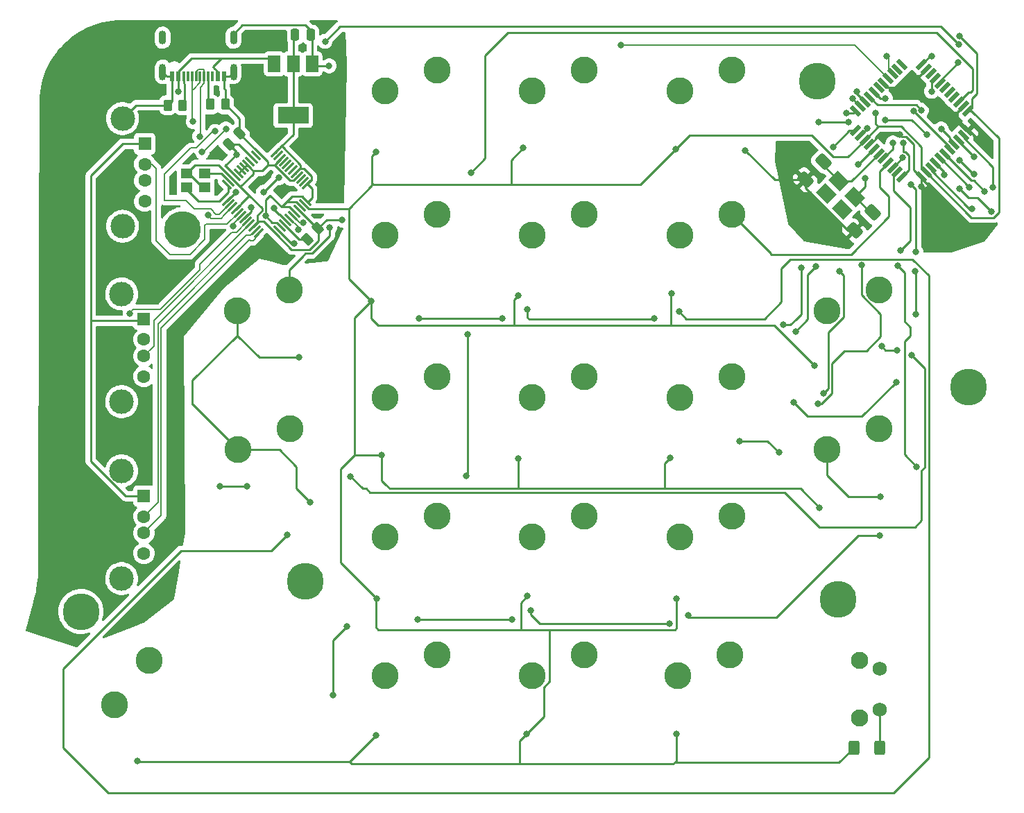
<source format=gtl>
%TF.GenerationSoftware,KiCad,Pcbnew,(6.0.5)*%
%TF.CreationDate,2022-06-01T14:18:31+01:00*%
%TF.ProjectId,Project Fauxbow,50726f6a-6563-4742-9046-617578626f77,rev?*%
%TF.SameCoordinates,Original*%
%TF.FileFunction,Copper,L1,Top*%
%TF.FilePolarity,Positive*%
%FSLAX46Y46*%
G04 Gerber Fmt 4.6, Leading zero omitted, Abs format (unit mm)*
G04 Created by KiCad (PCBNEW (6.0.5)) date 2022-06-01 14:18:31*
%MOMM*%
%LPD*%
G01*
G04 APERTURE LIST*
G04 Aperture macros list*
%AMRoundRect*
0 Rectangle with rounded corners*
0 $1 Rounding radius*
0 $2 $3 $4 $5 $6 $7 $8 $9 X,Y pos of 4 corners*
0 Add a 4 corners polygon primitive as box body*
4,1,4,$2,$3,$4,$5,$6,$7,$8,$9,$2,$3,0*
0 Add four circle primitives for the rounded corners*
1,1,$1+$1,$2,$3*
1,1,$1+$1,$4,$5*
1,1,$1+$1,$6,$7*
1,1,$1+$1,$8,$9*
0 Add four rect primitives between the rounded corners*
20,1,$1+$1,$2,$3,$4,$5,0*
20,1,$1+$1,$4,$5,$6,$7,0*
20,1,$1+$1,$6,$7,$8,$9,0*
20,1,$1+$1,$8,$9,$2,$3,0*%
%AMRotRect*
0 Rectangle, with rotation*
0 The origin of the aperture is its center*
0 $1 length*
0 $2 width*
0 $3 Rotation angle, in degrees counterclockwise*
0 Add horizontal line*
21,1,$1,$2,0,0,$3*%
G04 Aperture macros list end*
%TA.AperFunction,SMDPad,CuDef*%
%ADD10RoundRect,0.250000X0.132583X-0.503814X0.503814X-0.132583X-0.132583X0.503814X-0.503814X0.132583X0*%
%TD*%
%TA.AperFunction,SMDPad,CuDef*%
%ADD11RoundRect,0.250000X0.167938X-0.751301X0.751301X-0.167938X-0.167938X0.751301X-0.751301X0.167938X0*%
%TD*%
%TA.AperFunction,SMDPad,CuDef*%
%ADD12RoundRect,0.075000X-0.521491X0.415425X0.415425X-0.521491X0.521491X-0.415425X-0.415425X0.521491X0*%
%TD*%
%TA.AperFunction,SMDPad,CuDef*%
%ADD13RoundRect,0.075000X-0.521491X-0.415425X-0.415425X-0.521491X0.521491X0.415425X0.415425X0.521491X0*%
%TD*%
%TA.AperFunction,ComponentPad*%
%ADD14C,4.500000*%
%TD*%
%TA.AperFunction,SMDPad,CuDef*%
%ADD15RoundRect,0.250000X0.262500X0.450000X-0.262500X0.450000X-0.262500X-0.450000X0.262500X-0.450000X0*%
%TD*%
%TA.AperFunction,SMDPad,CuDef*%
%ADD16RoundRect,0.250000X-0.250000X-0.475000X0.250000X-0.475000X0.250000X0.475000X-0.250000X0.475000X0*%
%TD*%
%TA.AperFunction,SMDPad,CuDef*%
%ADD17RotRect,1.950000X1.650000X135.000000*%
%TD*%
%TA.AperFunction,SMDPad,CuDef*%
%ADD18RoundRect,0.250000X-0.400000X-0.625000X0.400000X-0.625000X0.400000X0.625000X-0.400000X0.625000X0*%
%TD*%
%TA.AperFunction,SMDPad,CuDef*%
%ADD19R,0.600000X1.160000*%
%TD*%
%TA.AperFunction,SMDPad,CuDef*%
%ADD20R,0.300000X1.160000*%
%TD*%
%TA.AperFunction,ComponentPad*%
%ADD21O,0.900000X1.700000*%
%TD*%
%TA.AperFunction,ComponentPad*%
%ADD22O,0.900000X2.000000*%
%TD*%
%TA.AperFunction,SMDPad,CuDef*%
%ADD23RotRect,1.500000X0.550000X315.000000*%
%TD*%
%TA.AperFunction,SMDPad,CuDef*%
%ADD24RotRect,1.500000X0.550000X45.000000*%
%TD*%
%TA.AperFunction,SMDPad,CuDef*%
%ADD25RoundRect,0.250000X0.159099X-0.512652X0.512652X-0.159099X-0.159099X0.512652X-0.512652X0.159099X0*%
%TD*%
%TA.AperFunction,SMDPad,CuDef*%
%ADD26R,1.400000X1.200000*%
%TD*%
%TA.AperFunction,ComponentPad*%
%ADD27R,1.600000X1.600000*%
%TD*%
%TA.AperFunction,ComponentPad*%
%ADD28C,1.600000*%
%TD*%
%TA.AperFunction,ComponentPad*%
%ADD29C,3.000000*%
%TD*%
%TA.AperFunction,SMDPad,CuDef*%
%ADD30RoundRect,0.250000X-0.262500X-0.450000X0.262500X-0.450000X0.262500X0.450000X-0.262500X0.450000X0*%
%TD*%
%TA.AperFunction,SMDPad,CuDef*%
%ADD31R,1.500000X2.000000*%
%TD*%
%TA.AperFunction,SMDPad,CuDef*%
%ADD32R,3.800000X2.000000*%
%TD*%
%TA.AperFunction,ComponentPad*%
%ADD33C,2.100000*%
%TD*%
%TA.AperFunction,ComponentPad*%
%ADD34C,1.750000*%
%TD*%
%TA.AperFunction,ComponentPad*%
%ADD35C,3.300000*%
%TD*%
%TA.AperFunction,ViaPad*%
%ADD36C,0.800000*%
%TD*%
%TA.AperFunction,Conductor*%
%ADD37C,0.250000*%
%TD*%
%TA.AperFunction,Conductor*%
%ADD38C,0.200000*%
%TD*%
G04 APERTURE END LIST*
D10*
%TO.P,R5,1*%
%TO.N,Net-(R5-Pad1)*%
X178054765Y-86245235D03*
%TO.P,R5,2*%
%TO.N,GND*%
X179345235Y-84954765D03*
%TD*%
D11*
%TO.P,C1,1*%
%TO.N,GND*%
X238795146Y-79004854D03*
%TO.P,C1,2*%
%TO.N,Net-(C1-Pad2)*%
X241004854Y-76795146D03*
%TD*%
D12*
%TO.P,U3,1,OVCB2*%
%TO.N,GND*%
X172101212Y-75712124D03*
%TO.P,U3,2,PWRB2*%
%TO.N,unconnected-(U3-Pad2)*%
X171747658Y-76065678D03*
%TO.P,U3,3,VD18*%
%TO.N,/1.8*%
X171394105Y-76419231D03*
%TO.P,U3,4,PWRB3*%
%TO.N,unconnected-(U3-Pad4)*%
X171040551Y-76772785D03*
%TO.P,U3,5,OVCB3*%
%TO.N,GND*%
X170686998Y-77126338D03*
%TO.P,U3,6,VSS*%
X170333445Y-77479891D03*
%TO.P,U3,7,OVCB4*%
X169979891Y-77833445D03*
%TO.P,U3,8,PWRB4*%
X169626338Y-78186998D03*
%TO.P,U3,9,VD_PLL*%
%TO.N,/1.8*%
X169272785Y-78540551D03*
%TO.P,U3,10,VS_PLL*%
%TO.N,GND*%
X168919231Y-78894105D03*
%TO.P,U3,11,XOUT*%
%TO.N,Net-(U3-Pad11)*%
X168565678Y-79247658D03*
%TO.P,U3,12,XIN*%
%TO.N,Net-(U3-Pad12)*%
X168212124Y-79601212D03*
D13*
%TO.P,U3,13,VD33*%
%TO.N,+3V3*%
X168212124Y-81598788D03*
%TO.P,U3,14,DM4*%
%TO.N,4D-*%
X168565678Y-81952342D03*
%TO.P,U3,15,DP4*%
%TO.N,4D+*%
X168919231Y-82305895D03*
%TO.P,U3,16,VSS*%
%TO.N,GND*%
X169272785Y-82659449D03*
%TO.P,U3,17,DM3*%
%TO.N,/3D-*%
X169626338Y-83013002D03*
%TO.P,U3,18,DP3*%
%TO.N,/3D+*%
X169979891Y-83366555D03*
%TO.P,U3,19,VD33*%
%TO.N,+3V3*%
X170333445Y-83720109D03*
%TO.P,U3,20,DM2*%
%TO.N,/2D-*%
X170686998Y-84073662D03*
%TO.P,U3,21,DP2*%
%TO.N,/2D+*%
X171040551Y-84427215D03*
%TO.P,U3,22,VSS*%
%TO.N,GND*%
X171394105Y-84780769D03*
%TO.P,U3,23,DM1*%
%TO.N,/1D-*%
X171747658Y-85134322D03*
%TO.P,U3,24,DP1*%
%TO.N,/1D+*%
X172101212Y-85487876D03*
D12*
%TO.P,U3,25,VS_A*%
%TO.N,GND*%
X174098788Y-85487876D03*
%TO.P,U3,26,VREG18*%
%TO.N,/1.8*%
X174452342Y-85134322D03*
%TO.P,U3,27,VD3_IN*%
%TO.N,+3V3*%
X174805895Y-84780769D03*
%TO.P,U3,28,REXT*%
%TO.N,Net-(R5-Pad1)*%
X175159449Y-84427215D03*
%TO.P,U3,29,VD18*%
%TO.N,/1.8*%
X175513002Y-84073662D03*
%TO.P,U3,30,DMU*%
%TO.N,/MD-*%
X175866555Y-83720109D03*
%TO.P,U3,31,DPU*%
%TO.N,/MD+*%
X176220109Y-83366555D03*
%TO.P,U3,32,VD33*%
%TO.N,+3V3*%
X176573662Y-83013002D03*
%TO.P,U3,33,VSS*%
%TO.N,GND*%
X176927215Y-82659449D03*
%TO.P,U3,34,~{XRSTJ}*%
%TO.N,+3V3*%
X177280769Y-82305895D03*
%TO.P,U3,35,VBUSM*%
%TO.N,VBUS*%
X177634322Y-81952342D03*
%TO.P,U3,36,BUS_B*%
%TO.N,+3V3*%
X177987876Y-81598788D03*
D13*
%TO.P,U3,37,DIS_REG*%
X177987876Y-79601212D03*
%TO.P,U3,38,VDD5*%
%TO.N,unconnected-(U3-Pad38)*%
X177634322Y-79247658D03*
%TO.P,U3,39,VD33_OUT*%
%TO.N,unconnected-(U3-Pad39)*%
X177280769Y-78894105D03*
%TO.P,U3,40,TEST*%
%TO.N,GND*%
X176927215Y-78540551D03*
%TO.P,U3,41,VD33*%
%TO.N,+3V3*%
X176573662Y-78186998D03*
%TO.P,U3,42,DRV*%
%TO.N,/DRV*%
X176220109Y-77833445D03*
%TO.P,U3,43,LED1*%
%TO.N,unconnected-(U3-Pad43)*%
X175866555Y-77479891D03*
%TO.P,U3,44,LED2*%
%TO.N,unconnected-(U3-Pad44)*%
X175513002Y-77126338D03*
%TO.P,U3,45,LED3*%
%TO.N,unconnected-(U3-Pad45)*%
X175159449Y-76772785D03*
%TO.P,U3,46,LED4*%
%TO.N,GND*%
X174805895Y-76419231D03*
%TO.P,U3,47,PWRB1*%
%TO.N,unconnected-(U3-Pad47)*%
X174452342Y-76065678D03*
%TO.P,U3,48,OVCB1*%
%TO.N,+3V3*%
X174098788Y-75712124D03*
%TD*%
D14*
%TO.P,H1,1,1*%
%TO.N,unconnected-(H1-Pad1)*%
X162800000Y-85100000D03*
%TD*%
D15*
%TO.P,R3,1*%
%TO.N,Net-(J1-PadB5)*%
X162812500Y-69900000D03*
%TO.P,R3,2*%
%TO.N,GND*%
X160987500Y-69900000D03*
%TD*%
D16*
%TO.P,C3,1*%
%TO.N,+3V3*%
X176550000Y-61300000D03*
%TO.P,C3,2*%
%TO.N,GND*%
X178450000Y-61300000D03*
%TD*%
D14*
%TO.P,H3,1,1*%
%TO.N,unconnected-(H3-Pad1)*%
X177804668Y-128004668D03*
%TD*%
%TO.P,H2,1,1*%
%TO.N,unconnected-(H2-Pad1)*%
X240300000Y-67000000D03*
%TD*%
D17*
%TO.P,Y1,1,1*%
%TO.N,Net-(C2-Pad2)*%
X244850089Y-81094454D03*
%TO.P,Y1,2,2*%
%TO.N,Net-(C1-Pad2)*%
X242905546Y-79149911D03*
%TO.P,Y1,3*%
%TO.N,N/C*%
X241349911Y-80705546D03*
%TO.P,Y1,4*%
X243294454Y-82650089D03*
%TD*%
D18*
%TO.P,R1,1*%
%TO.N,VBUS*%
X244750000Y-148300000D03*
%TO.P,R1,2*%
%TO.N,reset*%
X247850000Y-148300000D03*
%TD*%
D14*
%TO.P,H5,1,1*%
%TO.N,unconnected-(H5-Pad1)*%
X258700000Y-104300000D03*
%TD*%
D19*
%TO.P,J1,A1,GND*%
%TO.N,GND*%
X167900000Y-66410000D03*
%TO.P,J1,A4,VBUS*%
%TO.N,VBUS*%
X167100000Y-66410000D03*
D20*
%TO.P,J1,A5,CC1*%
%TO.N,Net-(J1-PadA5)*%
X165950000Y-66410000D03*
%TO.P,J1,A6,D+*%
%TO.N,/MD+*%
X164950000Y-66410000D03*
%TO.P,J1,A7,D-*%
%TO.N,/MD-*%
X164450000Y-66410000D03*
%TO.P,J1,A8,SBU1*%
%TO.N,unconnected-(J1-PadA8)*%
X163450000Y-66410000D03*
D19*
%TO.P,J1,A9,VBUS*%
%TO.N,VBUS*%
X162300000Y-66410000D03*
%TO.P,J1,A12,GND*%
%TO.N,GND*%
X161500000Y-66410000D03*
%TO.P,J1,B1,GND*%
X161500000Y-66410000D03*
%TO.P,J1,B4,VBUS*%
%TO.N,VBUS*%
X162300000Y-66410000D03*
D20*
%TO.P,J1,B5,CC2*%
%TO.N,Net-(J1-PadB5)*%
X162950000Y-66410000D03*
%TO.P,J1,B6,D+*%
%TO.N,/MD+*%
X163950000Y-66410000D03*
%TO.P,J1,B7,D-*%
%TO.N,/MD-*%
X165450000Y-66410000D03*
%TO.P,J1,B8,SBU2*%
%TO.N,unconnected-(J1-PadB8)*%
X166450000Y-66410000D03*
D19*
%TO.P,J1,B9,VBUS*%
%TO.N,VBUS*%
X167100000Y-66410000D03*
%TO.P,J1,B12,GND*%
%TO.N,GND*%
X167900000Y-66410000D03*
D21*
%TO.P,J1,S1,SHIELD*%
X160380000Y-61660000D03*
D22*
X160380000Y-65830000D03*
X169020000Y-65830000D03*
D21*
X169020000Y-61660000D03*
%TD*%
D23*
%TO.P,U1,1,PE6*%
%TO.N,unconnected-(U1-Pad1)*%
X250597918Y-64941064D03*
%TO.P,U1,2,UVCC*%
%TO.N,unconnected-(U1-Pad2)*%
X250032233Y-65506750D03*
%TO.P,U1,3,D-*%
%TO.N,4D-*%
X249466548Y-66072435D03*
%TO.P,U1,4,D+*%
%TO.N,4D+*%
X248900862Y-66638120D03*
%TO.P,U1,5,UGND*%
%TO.N,GND*%
X248335177Y-67203806D03*
%TO.P,U1,6,UCAP*%
%TO.N,UCAP*%
X247769491Y-67769491D03*
%TO.P,U1,7,VBUS*%
%TO.N,VBUS*%
X247203806Y-68335177D03*
%TO.P,U1,8,PB0*%
%TO.N,key_1*%
X246638120Y-68900862D03*
%TO.P,U1,9,PB1*%
%TO.N,key_2*%
X246072435Y-69466548D03*
%TO.P,U1,10,PB2*%
%TO.N,key_3*%
X245506750Y-70032233D03*
%TO.P,U1,11,PB3*%
%TO.N,key_4*%
X244941064Y-70597918D03*
D24*
%TO.P,U1,12,PB7*%
%TO.N,key_8*%
X244941064Y-73002082D03*
%TO.P,U1,13,~{RESET}*%
%TO.N,reset*%
X245506750Y-73567767D03*
%TO.P,U1,14,VCC*%
%TO.N,VBUS*%
X246072435Y-74133452D03*
%TO.P,U1,15,GND*%
%TO.N,GND*%
X246638120Y-74699138D03*
%TO.P,U1,16,XTAL2*%
%TO.N,Net-(C2-Pad2)*%
X247203806Y-75264823D03*
%TO.P,U1,17,XTAL1*%
%TO.N,Net-(C1-Pad2)*%
X247769491Y-75830509D03*
%TO.P,U1,18,PD0*%
%TO.N,key_11*%
X248335177Y-76396194D03*
%TO.P,U1,19,PD1*%
%TO.N,key_12*%
X248900862Y-76961880D03*
%TO.P,U1,20,PD2*%
%TO.N,key_13*%
X249466548Y-77527565D03*
%TO.P,U1,21,PD3*%
%TO.N,key_14*%
X250032233Y-78093250D03*
%TO.P,U1,22,PD5*%
%TO.N,key_16*%
X250597918Y-78658936D03*
D23*
%TO.P,U1,23,GND*%
%TO.N,GND*%
X253002082Y-78658936D03*
%TO.P,U1,24,AVCC*%
%TO.N,VBUS*%
X253567767Y-78093250D03*
%TO.P,U1,25,PD4*%
%TO.N,key_15*%
X254133452Y-77527565D03*
%TO.P,U1,26,PD6*%
%TO.N,key_17*%
X254699138Y-76961880D03*
%TO.P,U1,27,PD7*%
%TO.N,key_18*%
X255264823Y-76396194D03*
%TO.P,U1,28,PB4*%
%TO.N,key_5*%
X255830509Y-75830509D03*
%TO.P,U1,29,PB5*%
%TO.N,key_6*%
X256396194Y-75264823D03*
%TO.P,U1,30,PB6*%
%TO.N,key_7*%
X256961880Y-74699138D03*
%TO.P,U1,31,PC6*%
%TO.N,key_9*%
X257527565Y-74133452D03*
%TO.P,U1,32,PC7*%
%TO.N,key_10*%
X258093250Y-73567767D03*
%TO.P,U1,33,~{HWB}/PE2*%
%TO.N,GND*%
X258658936Y-73002082D03*
D24*
%TO.P,U1,34,VCC*%
%TO.N,VBUS*%
X258658936Y-70597918D03*
%TO.P,U1,35,GND*%
%TO.N,GND*%
X258093250Y-70032233D03*
%TO.P,U1,36,PF7*%
%TO.N,LED*%
X257527565Y-69466548D03*
%TO.P,U1,37,PF6*%
%TO.N,unconnected-(U1-Pad37)*%
X256961880Y-68900862D03*
%TO.P,U1,38,PF5*%
%TO.N,unconnected-(U1-Pad38)*%
X256396194Y-68335177D03*
%TO.P,U1,39,PF4*%
%TO.N,unconnected-(U1-Pad39)*%
X255830509Y-67769491D03*
%TO.P,U1,40,PF1*%
%TO.N,key_20*%
X255264823Y-67203806D03*
%TO.P,U1,41,PF0*%
%TO.N,key_19*%
X254699138Y-66638120D03*
%TO.P,U1,42,AREF*%
%TO.N,AREF*%
X254133452Y-66072435D03*
%TO.P,U1,43,GND*%
%TO.N,GND*%
X253567767Y-65506750D03*
%TO.P,U1,44,AVCC*%
%TO.N,VBUS*%
X253002082Y-64941064D03*
%TD*%
D14*
%TO.P,H4,1,1*%
%TO.N,unconnected-(H4-Pad1)*%
X242804668Y-130204668D03*
%TD*%
D25*
%TO.P,C4,1*%
%TO.N,/1.8*%
X168428249Y-74671751D03*
%TO.P,C4,2*%
%TO.N,GND*%
X169771751Y-73328249D03*
%TD*%
D26*
%TO.P,Y2,1,1*%
%TO.N,Net-(U3-Pad11)*%
X165500000Y-78250000D03*
%TO.P,Y2,2,2*%
%TO.N,GND*%
X163300000Y-78250000D03*
%TO.P,Y2,3,3*%
%TO.N,Net-(U3-Pad12)*%
X163300000Y-79950000D03*
%TO.P,Y2,4,4*%
%TO.N,GND*%
X165500000Y-79950000D03*
%TD*%
D27*
%TO.P,J3,1,VBUS*%
%TO.N,VBUS*%
X158090000Y-96000000D03*
D28*
%TO.P,J3,2,D-*%
%TO.N,/2D-*%
X158090000Y-98500000D03*
%TO.P,J3,3,D+*%
%TO.N,/2D+*%
X158090000Y-100500000D03*
%TO.P,J3,4,GND*%
%TO.N,GND*%
X158090000Y-103000000D03*
D29*
%TO.P,J3,5,Shield*%
X155380000Y-106070000D03*
X155380000Y-92930000D03*
%TD*%
D30*
%TO.P,R4,1*%
%TO.N,Net-(J1-PadA5)*%
X166187500Y-69800000D03*
%TO.P,R4,2*%
%TO.N,GND*%
X168012500Y-69800000D03*
%TD*%
D11*
%TO.P,C2,1*%
%TO.N,GND*%
X244795146Y-85204854D03*
%TO.P,C2,2*%
%TO.N,Net-(C2-Pad2)*%
X247004854Y-82995146D03*
%TD*%
D31*
%TO.P,U2,1,GND*%
%TO.N,GND*%
X178600000Y-64850000D03*
D32*
%TO.P,U2,2,VO*%
%TO.N,+3V3*%
X176300000Y-71150000D03*
D31*
X176300000Y-64850000D03*
%TO.P,U2,3,VI*%
%TO.N,VBUS*%
X174000000Y-64850000D03*
%TD*%
D33*
%TO.P,SW1,*%
%TO.N,*%
X245397500Y-137675000D03*
X245397500Y-144685000D03*
D34*
%TO.P,SW1,1,1*%
%TO.N,GND*%
X247887500Y-138675000D03*
%TO.P,SW1,2,2*%
%TO.N,reset*%
X247887500Y-143675000D03*
%TD*%
D27*
%TO.P,J4,1,VBUS*%
%TO.N,VBUS*%
X158190000Y-74600000D03*
D28*
%TO.P,J4,2,D-*%
%TO.N,/3D-*%
X158190000Y-77100000D03*
%TO.P,J4,3,D+*%
%TO.N,/3D+*%
X158190000Y-79100000D03*
%TO.P,J4,4,GND*%
%TO.N,GND*%
X158190000Y-81600000D03*
D29*
%TO.P,J4,5,Shield*%
X155480000Y-84670000D03*
X155480000Y-71530000D03*
%TD*%
D27*
%TO.P,J2,1,VBUS*%
%TO.N,VBUS*%
X158090000Y-117600000D03*
D28*
%TO.P,J2,2,D-*%
%TO.N,/1D-*%
X158090000Y-120100000D03*
%TO.P,J2,3,D+*%
%TO.N,/1D+*%
X158090000Y-122100000D03*
%TO.P,J2,4,GND*%
%TO.N,GND*%
X158090000Y-124600000D03*
D29*
%TO.P,J2,5,Shield*%
X155380000Y-114530000D03*
X155380000Y-127670000D03*
%TD*%
D14*
%TO.P,H6,1,1*%
%TO.N,unconnected-(H6-Pad1)*%
X150400000Y-131700000D03*
%TD*%
D35*
%TO.P,K3,1,1*%
%TO.N,GND*%
X187490000Y-105560000D03*
%TO.P,K3,2,2*%
%TO.N,key_3*%
X193840000Y-103020000D03*
%TD*%
%TO.P,K2,1,1*%
%TO.N,GND*%
X187490000Y-85760000D03*
%TO.P,K2,2,2*%
%TO.N,key_2*%
X193840000Y-83220000D03*
%TD*%
%TO.P,K15,1,1*%
%TO.N,GND*%
X223275000Y-139560000D03*
%TO.P,K15,2,2*%
%TO.N,key_15*%
X229625000Y-137020000D03*
%TD*%
%TO.P,K18,1,1*%
%TO.N,GND*%
X241490000Y-94960000D03*
%TO.P,K18,2,2*%
%TO.N,key_18*%
X247840000Y-92420000D03*
%TD*%
%TO.P,K20,1,1*%
%TO.N,GND*%
X154465491Y-143076735D03*
%TO.P,K20,2,2*%
%TO.N,key_20*%
X158694753Y-137702031D03*
%TD*%
%TO.P,K5,1,1*%
%TO.N,GND*%
X187490000Y-139560000D03*
%TO.P,K5,2,2*%
%TO.N,key_5*%
X193840000Y-137020000D03*
%TD*%
%TO.P,K8,1,1*%
%TO.N,GND*%
X205490000Y-105560000D03*
%TO.P,K8,2,2*%
%TO.N,key_8*%
X211840000Y-103020000D03*
%TD*%
%TO.P,K9,1,1*%
%TO.N,GND*%
X205490000Y-122560000D03*
%TO.P,K9,2,2*%
%TO.N,key_9*%
X211840000Y-120020000D03*
%TD*%
%TO.P,K16,1,1*%
%TO.N,GND*%
X169490000Y-94960000D03*
%TO.P,K16,2,2*%
%TO.N,key_16*%
X175840000Y-92420000D03*
%TD*%
%TO.P,K17,1,1*%
%TO.N,GND*%
X169585000Y-111960000D03*
%TO.P,K17,2,2*%
%TO.N,key_17*%
X175935000Y-109420000D03*
%TD*%
%TO.P,K12,1,1*%
%TO.N,GND*%
X223490000Y-85760000D03*
%TO.P,K12,2,2*%
%TO.N,key_12*%
X229840000Y-83220000D03*
%TD*%
%TO.P,K1,1,1*%
%TO.N,GND*%
X187490000Y-68160000D03*
%TO.P,K1,2,2*%
%TO.N,key_1*%
X193840000Y-65620000D03*
%TD*%
%TO.P,K4,1,1*%
%TO.N,GND*%
X187490000Y-122560000D03*
%TO.P,K4,2,2*%
%TO.N,key_4*%
X193840000Y-120020000D03*
%TD*%
%TO.P,K10,1,1*%
%TO.N,GND*%
X205490000Y-139560000D03*
%TO.P,K10,2,2*%
%TO.N,key_10*%
X211840000Y-137020000D03*
%TD*%
%TO.P,K6,1,1*%
%TO.N,GND*%
X205490000Y-68160000D03*
%TO.P,K6,2,2*%
%TO.N,key_6*%
X211840000Y-65620000D03*
%TD*%
%TO.P,K7,1,1*%
%TO.N,GND*%
X205490000Y-85760000D03*
%TO.P,K7,2,2*%
%TO.N,key_7*%
X211840000Y-83220000D03*
%TD*%
%TO.P,K14,1,1*%
%TO.N,GND*%
X223490000Y-122560000D03*
%TO.P,K14,2,2*%
%TO.N,key_14*%
X229840000Y-120020000D03*
%TD*%
%TO.P,K11,1,1*%
%TO.N,GND*%
X223490000Y-68160000D03*
%TO.P,K11,2,2*%
%TO.N,key_11*%
X229840000Y-65620000D03*
%TD*%
%TO.P,K19,1,1*%
%TO.N,GND*%
X241425000Y-111960000D03*
%TO.P,K19,2,2*%
%TO.N,key_19*%
X247775000Y-109420000D03*
%TD*%
%TO.P,K13,1,1*%
%TO.N,GND*%
X223490000Y-105560000D03*
%TO.P,K13,2,2*%
%TO.N,key_13*%
X229840000Y-103020000D03*
%TD*%
D36*
%TO.N,GND*%
X182300000Y-83900000D03*
X235600000Y-112300000D03*
X178400000Y-118324500D03*
X250300000Y-68600000D03*
X253000000Y-79800000D03*
X180700000Y-65100000D03*
X245700000Y-84100000D03*
X177000000Y-100700000D03*
X230800000Y-110900000D03*
X231500000Y-75400000D03*
X248000000Y-117700000D03*
X250300000Y-73500000D03*
%TO.N,Net-(C2-Pad2)*%
X246100000Y-78800000D03*
X245300000Y-77100000D03*
%TO.N,+3V3*%
X169300000Y-80500000D03*
X171200000Y-82400000D03*
X172928678Y-83409002D03*
%TO.N,/1.8*%
X174550264Y-78749736D03*
X176453817Y-86746183D03*
X172700000Y-80500000D03*
X169400000Y-75900000D03*
X174000000Y-82500000D03*
%TO.N,/MD+*%
X177521584Y-84278416D03*
X164100000Y-71900000D03*
%TO.N,/MD-*%
X176900000Y-85100000D03*
X164900000Y-73700000D03*
%TO.N,/2D-*%
X156400000Y-95300000D03*
%TO.N,/3D+*%
X168967372Y-84661212D03*
%TO.N,key_1*%
X253000000Y-70500000D03*
%TO.N,key_2*%
X245129735Y-68252424D03*
%TO.N,key_3*%
X244600000Y-69100000D03*
X238300000Y-89700000D03*
X236100000Y-96700000D03*
%TO.N,key_4*%
X243000000Y-90200000D03*
X243800000Y-70900000D03*
X241000000Y-105100000D03*
%TO.N,key_5*%
X260700000Y-80400000D03*
%TO.N,key_6*%
X252000000Y-70600000D03*
%TO.N,LED*%
X198000000Y-78100000D03*
%TO.N,VBUS*%
X223100000Y-130100000D03*
X187100000Y-112600000D03*
X186400000Y-75600000D03*
X203800000Y-113000000D03*
X247400000Y-70900000D03*
X248600000Y-69100000D03*
X239900000Y-101700000D03*
X186500000Y-130100000D03*
X204400000Y-75100000D03*
X257600000Y-61500000D03*
X185800000Y-93800000D03*
X222500000Y-92900000D03*
X186400000Y-146800000D03*
X167400000Y-116400000D03*
X203800000Y-93100000D03*
X254200000Y-63900000D03*
X240500000Y-119000000D03*
X223000000Y-75300000D03*
X222300000Y-112900000D03*
X204900000Y-129800000D03*
X170700000Y-116400000D03*
X204800000Y-146600000D03*
X223100000Y-146600000D03*
X157300000Y-149900000D03*
X162300000Y-68200000D03*
%TO.N,Net-(D22-Pad1)*%
X197600000Y-97900000D03*
X197400000Y-115100000D03*
%TO.N,Net-(D22-Pad3)*%
X191700000Y-95900000D03*
X201800000Y-95900000D03*
%TO.N,Net-(D24-Pad1)*%
X182900000Y-133500000D03*
X181200000Y-141900000D03*
%TO.N,Net-(D24-Pad3)*%
X191500000Y-132700000D03*
X203000000Y-132700000D03*
%TO.N,Net-(D27-Pad3)*%
X220400000Y-95900000D03*
X204900000Y-94800000D03*
%TO.N,Net-(D29-Pad3)*%
X205300000Y-131600000D03*
X222200000Y-133175500D03*
%TO.N,Net-(D32-Pad3)*%
X223400000Y-95100000D03*
X175600000Y-122300000D03*
%TO.N,Net-(D34-Pad3)*%
X247900000Y-122400000D03*
X224500000Y-132200000D03*
%TO.N,key_7*%
X248600000Y-71700000D03*
X253600000Y-73500000D03*
X255400000Y-72800000D03*
X240437701Y-71937701D03*
X244100000Y-72000000D03*
%TO.N,key_8*%
X242200000Y-75000000D03*
X240100000Y-89600000D03*
X237600000Y-97500000D03*
%TO.N,key_9*%
X245700000Y-89424500D03*
X259396383Y-76179018D03*
X240362299Y-106362299D03*
%TO.N,key_10*%
X261700000Y-79900000D03*
%TO.N,reset*%
X257587701Y-80087701D03*
X257612299Y-76587701D03*
X259400000Y-78300000D03*
X261500000Y-82900000D03*
X246400000Y-72700000D03*
%TO.N,key_11*%
X249500000Y-74500000D03*
%TO.N,key_13*%
X249900000Y-103700000D03*
X252300000Y-87800000D03*
X252300000Y-95400000D03*
X250700000Y-76300000D03*
X251700000Y-79600000D03*
X252200000Y-90200000D03*
X237400000Y-106200000D03*
%TO.N,key_14*%
X250100000Y-89500000D03*
X250400000Y-87600000D03*
X252400000Y-114000000D03*
%TO.N,key_15*%
X259112299Y-82512299D03*
%TO.N,key_16*%
X257500000Y-62500000D03*
X250800000Y-74500000D03*
X180775500Y-84800000D03*
X180200000Y-62100000D03*
%TO.N,key_17*%
X255800000Y-78400000D03*
X250000000Y-99800000D03*
X183300000Y-115200000D03*
X251800000Y-100400000D03*
X248100000Y-99300000D03*
%TO.N,key_18*%
X258800000Y-79900000D03*
%TO.N,key_19*%
X254200000Y-68200000D03*
%TO.N,key_20*%
X257487701Y-64712299D03*
%TO.N,4D-*%
X166800000Y-73100000D03*
X248700000Y-63900000D03*
%TO.N,4D+*%
X168100000Y-72800000D03*
X165200000Y-75600000D03*
X165900000Y-83300000D03*
X216300000Y-62600000D03*
%TD*%
D37*
%TO.N,GND*%
X253000000Y-78661018D02*
X253002082Y-78658936D01*
X252000000Y-74675386D02*
X251100103Y-73775489D01*
X176110912Y-87500000D02*
X178248891Y-87500000D01*
X161500000Y-66410000D02*
X160960000Y-66410000D01*
X171961561Y-83338439D02*
X172500000Y-82800000D01*
X171400000Y-77900000D02*
X172500000Y-77900000D01*
X169771751Y-71559251D02*
X168012500Y-69800000D01*
X250100000Y-73300000D02*
X250300000Y-73500000D01*
X169020000Y-61180000D02*
X170100000Y-60100000D01*
X234200000Y-110900000D02*
X230800000Y-110900000D01*
X254600000Y-70800000D02*
X251437259Y-67637259D01*
X178600000Y-64850000D02*
X178600000Y-61450000D01*
X172710912Y-84100000D02*
X174098788Y-85487876D01*
X174025126Y-77200000D02*
X173200000Y-77200000D01*
X179345235Y-84954765D02*
X179222531Y-84954765D01*
X169771751Y-73382663D02*
X172101212Y-75712124D01*
X258402082Y-73002082D02*
X257400000Y-72000000D01*
X172500000Y-82474874D02*
X170962563Y-80937437D01*
X169932234Y-82000000D02*
X169932234Y-81967766D01*
X171394105Y-84780769D02*
X172074874Y-84100000D01*
X257400000Y-70725483D02*
X258093250Y-70032233D01*
X176700000Y-116624500D02*
X176700000Y-114000000D01*
X174660000Y-111960000D02*
X169585000Y-111960000D01*
X238795146Y-79995146D02*
X238795146Y-79004854D01*
X180700000Y-65100000D02*
X178850000Y-65100000D01*
X179400000Y-85009530D02*
X179345235Y-84954765D01*
X171394105Y-84780769D02*
X171961561Y-84213313D01*
X167900000Y-66410000D02*
X168440000Y-66410000D01*
X160987500Y-69900000D02*
X161500000Y-69387500D01*
X180400000Y-83900000D02*
X179345235Y-84954765D01*
X258093250Y-70032233D02*
X257325483Y-70800000D01*
X170686998Y-77126338D02*
X169626338Y-78186998D01*
X246638120Y-74699138D02*
X246700862Y-74699138D01*
X160960000Y-66410000D02*
X160380000Y-65830000D01*
X179348891Y-86400000D02*
X179400000Y-86400000D01*
X241425000Y-115038049D02*
X241425000Y-111960000D01*
X251437259Y-67637259D02*
X251387093Y-67687424D01*
X168012500Y-68012500D02*
X167900000Y-67900000D01*
X174805895Y-76419231D02*
X174025126Y-77200000D01*
X169020000Y-61660000D02*
X169020000Y-61180000D01*
X160987500Y-69900000D02*
X157110000Y-69900000D01*
X176700000Y-114000000D02*
X174660000Y-111960000D01*
X168012500Y-69800000D02*
X168012500Y-68012500D01*
X257400000Y-72000000D02*
X257400000Y-70725483D01*
X169771751Y-73328249D02*
X169771751Y-71559251D01*
X251100103Y-73775489D02*
X250575489Y-73775489D01*
X165250000Y-79950000D02*
X163550000Y-78250000D01*
X168440000Y-66410000D02*
X169020000Y-65830000D01*
X179400000Y-86400000D02*
X179400000Y-85009530D01*
X253000000Y-79800000D02*
X253000000Y-78661018D01*
X251387093Y-67687424D02*
X250187424Y-67687424D01*
X178450000Y-60750000D02*
X178450000Y-61300000D01*
X173200000Y-76810912D02*
X172101212Y-75712124D01*
X169585000Y-111960000D02*
X164025000Y-106400000D01*
X164000000Y-106400000D02*
X164000000Y-103487091D01*
X252000000Y-77800000D02*
X252000000Y-74675386D01*
X169272785Y-82659449D02*
X169932234Y-82000000D01*
X235104854Y-79004854D02*
X231500000Y-75400000D01*
X169862563Y-79837437D02*
X170962563Y-80937437D01*
X178600000Y-61450000D02*
X178450000Y-61300000D01*
X172074874Y-84100000D02*
X172710912Y-84100000D01*
X171961561Y-84213313D02*
X171961561Y-83338439D01*
X164350000Y-77200000D02*
X167225126Y-77200000D01*
X169932234Y-81967766D02*
X170962563Y-80937437D01*
X244086951Y-117700000D02*
X241425000Y-115038049D01*
X182300000Y-83900000D02*
X180400000Y-83900000D01*
X178850000Y-65100000D02*
X178600000Y-64850000D01*
X172500000Y-77900000D02*
X173200000Y-77200000D01*
X169490000Y-97997091D02*
X172192909Y-100700000D01*
X246700862Y-74699138D02*
X248100000Y-73300000D01*
X165500000Y-79950000D02*
X165250000Y-79950000D01*
X170100000Y-60100000D02*
X177800000Y-60100000D01*
X257325483Y-70800000D02*
X254600000Y-70800000D01*
X177800000Y-60100000D02*
X178450000Y-60750000D01*
X163300000Y-78250000D02*
X164350000Y-77200000D01*
X244795146Y-85204854D02*
X244795146Y-85004854D01*
X248000000Y-117700000D02*
X244086951Y-117700000D01*
X171400000Y-77900000D02*
X171400000Y-78300000D01*
X250187424Y-67687424D02*
X248818795Y-67687424D01*
X173200000Y-77200000D02*
X173200000Y-76810912D01*
X252858936Y-78658936D02*
X252000000Y-77800000D01*
X238795146Y-79004854D02*
X235104854Y-79004854D01*
X171400000Y-78300000D02*
X169862563Y-79837437D01*
X176359758Y-79108008D02*
X175933134Y-79108008D01*
X172500000Y-82800000D02*
X172500000Y-82474874D01*
X172192909Y-100700000D02*
X177000000Y-100700000D01*
X167900000Y-67900000D02*
X167900000Y-66410000D01*
X175933134Y-79108008D02*
X174025126Y-77200000D01*
X168919231Y-78894105D02*
X169862563Y-79837437D01*
X253002082Y-78658936D02*
X252858936Y-78658936D01*
X253567767Y-65506750D02*
X251437259Y-67637259D01*
X178400000Y-118324500D02*
X176700000Y-116624500D01*
X157110000Y-69900000D02*
X155480000Y-71530000D01*
X174098788Y-85487876D02*
X176110912Y-87500000D01*
X161500000Y-69387500D02*
X161500000Y-66410000D01*
X258658936Y-73002082D02*
X258402082Y-73002082D01*
X244004854Y-85204854D02*
X238795146Y-79995146D01*
X170686998Y-77126338D02*
X170686998Y-77186998D01*
X178248891Y-87500000D02*
X179348891Y-86400000D01*
X250300000Y-67800000D02*
X250187424Y-67687424D01*
X163550000Y-78250000D02*
X163300000Y-78250000D01*
X176927215Y-78540551D02*
X176359758Y-79108008D01*
X248818795Y-67687424D02*
X248335177Y-67203806D01*
X169490000Y-97997091D02*
X169490000Y-94960000D01*
X170686998Y-77186998D02*
X171400000Y-77900000D01*
X164025000Y-106400000D02*
X164000000Y-106400000D01*
X250300000Y-68600000D02*
X250300000Y-67800000D01*
X244795146Y-85204854D02*
X244004854Y-85204854D01*
X235600000Y-112300000D02*
X234200000Y-110900000D01*
X169771751Y-73328249D02*
X169771751Y-73382663D01*
X164000000Y-103487091D02*
X169490000Y-97997091D01*
X179222531Y-84954765D02*
X176927215Y-82659449D01*
X167225126Y-77200000D02*
X168919231Y-78894105D01*
X244795146Y-85004854D02*
X245700000Y-84100000D01*
X250575489Y-73775489D02*
X250300000Y-73500000D01*
X163700000Y-78250000D02*
X163300000Y-78250000D01*
X248100000Y-73300000D02*
X250100000Y-73300000D01*
%TO.N,Net-(C1-Pad2)*%
X242905546Y-79149911D02*
X244450089Y-79149911D01*
X244450089Y-79149911D02*
X247769491Y-75830509D01*
X242905546Y-79149911D02*
X241004854Y-77249219D01*
X241004854Y-77249219D02*
X241004854Y-76795146D01*
%TO.N,Net-(C2-Pad2)*%
X244850089Y-81094454D02*
X246100000Y-79844543D01*
X246100000Y-79844543D02*
X246100000Y-78800000D01*
X247135177Y-75264823D02*
X247203806Y-75264823D01*
X246750781Y-82995146D02*
X244850089Y-81094454D01*
X247004854Y-82995146D02*
X246750781Y-82995146D01*
X245300000Y-77100000D02*
X247135177Y-75264823D01*
%TO.N,+3V3*%
X178201212Y-81598788D02*
X178600000Y-81200000D01*
X175300000Y-81900000D02*
X174900000Y-82300000D01*
X174955456Y-74955456D02*
X174855456Y-74955456D01*
X174238438Y-84213312D02*
X174805895Y-84780769D01*
X173500000Y-80900000D02*
X174900000Y-82300000D01*
X176713313Y-81738439D02*
X175461561Y-81738439D01*
X172949520Y-83388160D02*
X172949520Y-82288677D01*
X178555332Y-79033756D02*
X177987876Y-79601212D01*
X177619541Y-77619541D02*
X178555332Y-78555332D01*
X172928678Y-83409002D02*
X173732988Y-84213312D01*
X168212124Y-81598788D02*
X168212124Y-81587876D01*
X176573662Y-78186998D02*
X177141119Y-77619541D01*
X175860660Y-82300000D02*
X174900000Y-82300000D01*
X177280769Y-82305895D02*
X176713313Y-81738439D01*
X171200000Y-82400000D02*
X171200000Y-82853554D01*
X174098788Y-75712124D02*
X174855456Y-74955456D01*
X176300000Y-64850000D02*
X176300000Y-71150000D01*
X171200000Y-82853554D02*
X170333445Y-83720109D01*
X173732988Y-84213312D02*
X174238438Y-84213312D01*
X177987876Y-81598788D02*
X178201212Y-81598788D01*
X168212124Y-81587876D02*
X169300000Y-80500000D01*
X176300000Y-73510912D02*
X176300000Y-71150000D01*
X177987876Y-81598788D02*
X177420420Y-81031332D01*
X178600000Y-80100000D02*
X178101212Y-79601212D01*
X177141119Y-77619541D02*
X177619541Y-77619541D01*
X172928678Y-83409002D02*
X172949520Y-83388160D01*
X172928678Y-81471322D02*
X173500000Y-80900000D01*
X174855456Y-74955456D02*
X176300000Y-73510912D01*
X176300000Y-64850000D02*
X176300000Y-61550000D01*
X178600000Y-81200000D02*
X178600000Y-80100000D01*
X178101212Y-79601212D02*
X177987876Y-79601212D01*
X176300000Y-61550000D02*
X176550000Y-61300000D01*
X176168668Y-81031332D02*
X175300000Y-81900000D01*
X177420420Y-81031332D02*
X176168668Y-81031332D01*
X175461561Y-81738439D02*
X175300000Y-81900000D01*
X177200000Y-77200000D02*
X174955456Y-74955456D01*
X176573662Y-78186998D02*
X177200000Y-77560660D01*
X176573662Y-83013002D02*
X175860660Y-82300000D01*
X172928678Y-82267835D02*
X172928678Y-81471322D01*
X178555332Y-78555332D02*
X178555332Y-79033756D01*
X172949520Y-82288677D02*
X172928678Y-82267835D01*
X177200000Y-77560660D02*
X177200000Y-77200000D01*
%TO.N,/1.8*%
X172700000Y-80500000D02*
X174450264Y-78749736D01*
X169272785Y-78540551D02*
X168032234Y-77300000D01*
X175513002Y-84073662D02*
X174639340Y-83200000D01*
X169646625Y-74671751D02*
X171394105Y-76419231D01*
X174450264Y-78749736D02*
X174550264Y-78749736D01*
X169400000Y-75900000D02*
X169400000Y-75643502D01*
X168428249Y-74671751D02*
X169646625Y-74671751D01*
X174452342Y-85134322D02*
X176064203Y-86746183D01*
X169400000Y-75643502D02*
X168428249Y-74671751D01*
X176453817Y-86746183D02*
X176064203Y-86746183D01*
X168000000Y-77300000D02*
X169400000Y-75900000D01*
X174639340Y-83200000D02*
X174600000Y-83200000D01*
X174600000Y-83200000D02*
X174000000Y-82600000D01*
X168032234Y-77300000D02*
X168000000Y-77300000D01*
X174000000Y-82600000D02*
X174000000Y-82500000D01*
%TO.N,Net-(J1-PadA5)*%
X165950000Y-69562500D02*
X165950000Y-66410000D01*
X166187500Y-69800000D02*
X165950000Y-69562500D01*
D38*
%TO.N,/MD+*%
X163950000Y-66410000D02*
X163950000Y-67950000D01*
X177131970Y-84278416D02*
X176220109Y-83366555D01*
X164174016Y-67950000D02*
X163950000Y-67950000D01*
X163950000Y-67950000D02*
X163950000Y-71750000D01*
X164950000Y-66410000D02*
X164950000Y-67174016D01*
X164950000Y-67174016D02*
X164174016Y-67950000D01*
X177521584Y-84278416D02*
X177131970Y-84278416D01*
X163950000Y-71750000D02*
X164100000Y-71900000D01*
%TO.N,/MD-*%
X165000000Y-67689022D02*
X165450000Y-67239022D01*
X165300000Y-65500000D02*
X165450000Y-65650000D01*
X164450000Y-66410000D02*
X164450000Y-65750000D01*
X164900000Y-73700000D02*
X165000000Y-73600000D01*
X176900000Y-85100000D02*
X176900000Y-84753554D01*
X176900000Y-84753554D02*
X175866555Y-83720109D01*
X165450000Y-67239022D02*
X165450000Y-66410000D01*
X164450000Y-65750000D02*
X164700000Y-65500000D01*
X164700000Y-65500000D02*
X165300000Y-65500000D01*
X165000000Y-73600000D02*
X165000000Y-67689022D01*
X165450000Y-65650000D02*
X165450000Y-66410000D01*
D37*
%TO.N,Net-(J1-PadB5)*%
X163024511Y-67273533D02*
X162950000Y-67199022D01*
X162812500Y-69900000D02*
X163024511Y-69687989D01*
X163024511Y-69687989D02*
X163024511Y-67273533D01*
X162950000Y-67199022D02*
X162950000Y-66410000D01*
D38*
%TO.N,/1D-*%
X159800000Y-96600000D02*
X170600000Y-85800000D01*
X171081980Y-85800000D02*
X171747658Y-85134322D01*
X158090000Y-120100000D02*
X159800000Y-118390000D01*
X159800000Y-118390000D02*
X159800000Y-96600000D01*
X170600000Y-85800000D02*
X171081980Y-85800000D01*
%TO.N,/1D+*%
X158090000Y-122100000D02*
X160199519Y-119990481D01*
X171400000Y-86400000D02*
X172101212Y-85698788D01*
X171100000Y-86400000D02*
X171400000Y-86400000D01*
X172101212Y-85698788D02*
X172101212Y-85487876D01*
X160199519Y-119990481D02*
X160199519Y-97100481D01*
X160199519Y-97100481D02*
X171000000Y-86300000D01*
X171000000Y-86300000D02*
X171100000Y-86400000D01*
%TO.N,/2D-*%
X164900000Y-89990000D02*
X160090000Y-94800000D01*
X156400000Y-95200000D02*
X156400000Y-95300000D01*
X168800000Y-85400000D02*
X164900000Y-89300000D01*
X160090000Y-94800000D02*
X159300000Y-94800000D01*
X164900000Y-89300000D02*
X164900000Y-89990000D01*
X170686998Y-84073662D02*
X169360660Y-85400000D01*
X159300000Y-94800000D02*
X156800000Y-94800000D01*
X156800000Y-94800000D02*
X156400000Y-95200000D01*
X169360660Y-85400000D02*
X168800000Y-85400000D01*
%TO.N,/2D+*%
X158090000Y-100500000D02*
X159300000Y-99290000D01*
X159300000Y-96167766D02*
X171040551Y-84427215D01*
X159300000Y-99290000D02*
X159300000Y-96167766D01*
%TO.N,/3D-*%
X169626338Y-83013002D02*
X168239340Y-84400000D01*
X163700000Y-88100000D02*
X161300000Y-88100000D01*
X165500000Y-84600000D02*
X165500000Y-86300000D01*
X159600000Y-77600000D02*
X159100000Y-77100000D01*
X159100000Y-77100000D02*
X158190000Y-77100000D01*
X165700000Y-84400000D02*
X165500000Y-84600000D01*
X168239340Y-84400000D02*
X165700000Y-84400000D01*
X159600000Y-86400000D02*
X159600000Y-77600000D01*
X161300000Y-88100000D02*
X159600000Y-86400000D01*
X165500000Y-86300000D02*
X163700000Y-88100000D01*
%TO.N,/3D+*%
X168967372Y-84661212D02*
X168967372Y-84379074D01*
X168967372Y-84379074D02*
X169979891Y-83366555D01*
D37*
%TO.N,key_1*%
X252375489Y-69875489D02*
X247612747Y-69875489D01*
X253000000Y-70500000D02*
X252375489Y-69875489D01*
X247612747Y-69875489D02*
X246638120Y-68900862D01*
%TO.N,key_2*%
X245129735Y-68252424D02*
X245129735Y-68523848D01*
X245129735Y-68523848D02*
X246072435Y-69466548D01*
%TO.N,key_3*%
X244600000Y-69100000D02*
X244600000Y-69125483D01*
X236100000Y-96700000D02*
X237000000Y-96700000D01*
X238300000Y-95400000D02*
X238300000Y-89700000D01*
X237000000Y-96700000D02*
X237700000Y-96000000D01*
X237700000Y-96000000D02*
X238300000Y-95400000D01*
X244600000Y-69125483D02*
X245506750Y-70032233D01*
%TO.N,key_4*%
X241600000Y-97642381D02*
X243500000Y-95742381D01*
X241600000Y-104500000D02*
X241600000Y-97642381D01*
X244638982Y-70900000D02*
X244941064Y-70597918D01*
X243500000Y-95742381D02*
X243500000Y-90700000D01*
X241000000Y-105100000D02*
X241600000Y-104500000D01*
X243500000Y-90700000D02*
X243000000Y-90200000D01*
X243800000Y-70900000D02*
X244638982Y-70900000D01*
%TO.N,key_5*%
X259100000Y-79100000D02*
X255830509Y-75830509D01*
X260700000Y-80400000D02*
X259400000Y-79100000D01*
X259400000Y-79100000D02*
X259100000Y-79100000D01*
%TO.N,key_6*%
X252014892Y-70600000D02*
X256396194Y-74981302D01*
X252000000Y-70600000D02*
X252014892Y-70600000D01*
X256396194Y-74981302D02*
X256396194Y-75264823D01*
%TO.N,LED*%
X254800000Y-61000000D02*
X259200000Y-65400000D01*
X199700000Y-63800000D02*
X202500000Y-61000000D01*
X259200000Y-68100000D02*
X259000000Y-68300000D01*
X199700000Y-76400000D02*
X199700000Y-63800000D01*
X198000000Y-78100000D02*
X199700000Y-76400000D01*
X258694113Y-68300000D02*
X257527565Y-69466548D01*
X259000000Y-68300000D02*
X258694113Y-68300000D01*
X202500000Y-61000000D02*
X254800000Y-61000000D01*
X259200000Y-65400000D02*
X259200000Y-68100000D01*
%TO.N,VBUS*%
X247968629Y-69100000D02*
X247203806Y-68335177D01*
X222850000Y-150150000D02*
X223100000Y-149900000D01*
X221600000Y-116700000D02*
X233800000Y-116700000D01*
X186400000Y-130200000D02*
X186400000Y-133600000D01*
X203900000Y-147500000D02*
X203900000Y-150300000D01*
X151600000Y-96200000D02*
X151600000Y-78500000D01*
X239600000Y-73600000D02*
X242200000Y-76200000D01*
X177634322Y-81952342D02*
X178201778Y-82519798D01*
X261800103Y-83624511D02*
X262424511Y-83000103D01*
X204900000Y-129800000D02*
X204100000Y-130600000D01*
X221600000Y-113600000D02*
X221600000Y-116700000D01*
X222300000Y-112900000D02*
X221600000Y-113600000D01*
X203900000Y-150300000D02*
X222700000Y-150300000D01*
X244750000Y-148300000D02*
X242900000Y-150150000D01*
X242900000Y-150150000D02*
X222850000Y-150150000D01*
X258658936Y-70597918D02*
X259142554Y-70114300D01*
X185900000Y-79700000D02*
X185900000Y-77400000D01*
X185800000Y-93800000D02*
X185800000Y-95900000D01*
X204000000Y-133900000D02*
X222900000Y-133900000D01*
X223000000Y-75300000D02*
X224700000Y-73600000D01*
X259700000Y-63600000D02*
X257600000Y-61500000D01*
X262424511Y-83000103D02*
X262424511Y-73924511D01*
X183800000Y-112600000D02*
X187100000Y-112600000D01*
X246072435Y-74133452D02*
X246072435Y-74127565D01*
X182100000Y-125700000D02*
X182100000Y-114300000D01*
X238200000Y-116700000D02*
X240500000Y-119000000D01*
X158090000Y-96000000D02*
X157890000Y-96200000D01*
X186300000Y-96400000D02*
X186700000Y-96800000D01*
X185900000Y-77400000D02*
X185900000Y-79400000D01*
X167400000Y-116400000D02*
X170700000Y-116400000D01*
X232500000Y-96800000D02*
X235000000Y-96800000D01*
X155869751Y-117600000D02*
X151600000Y-113330249D01*
X167500000Y-64200000D02*
X166500000Y-65200000D01*
X185900000Y-79400000D02*
X186100000Y-79600000D01*
X188100000Y-116700000D02*
X203700000Y-116700000D01*
X203800000Y-93100000D02*
X203300000Y-93600000D01*
X188400000Y-79600000D02*
X202900000Y-79600000D01*
X218700000Y-79600000D02*
X223000000Y-75300000D01*
X204100000Y-133800000D02*
X204000000Y-133900000D01*
X183162608Y-150037392D02*
X183425216Y-150300000D01*
X206900000Y-144500000D02*
X206900000Y-140942381D01*
X183800000Y-112600000D02*
X183800000Y-95800000D01*
X185800000Y-95900000D02*
X186300000Y-96400000D01*
X262424511Y-73924511D02*
X259097918Y-70597918D01*
X173350000Y-64200000D02*
X167500000Y-64200000D01*
X167500000Y-64200000D02*
X163913918Y-64200000D01*
X151600000Y-78500000D02*
X155500000Y-74600000D01*
X183080202Y-91080202D02*
X183080202Y-82519798D01*
X259700000Y-63800000D02*
X259700000Y-63600000D01*
X203800000Y-113000000D02*
X203800000Y-116600000D01*
X186500000Y-130100000D02*
X186400000Y-130200000D01*
X178201778Y-82519798D02*
X183080202Y-82519798D01*
X155500000Y-74600000D02*
X158190000Y-74600000D01*
X157300000Y-149900000D02*
X157437392Y-150037392D01*
X204800000Y-146600000D02*
X206900000Y-144500000D01*
X246072435Y-74127565D02*
X247700000Y-72500000D01*
X247700000Y-72500000D02*
X250500000Y-72500000D01*
X222900000Y-133900000D02*
X223100000Y-133700000D01*
X174000000Y-64850000D02*
X173350000Y-64200000D01*
X203800000Y-116600000D02*
X203700000Y-116700000D01*
X259097918Y-70597918D02*
X258658936Y-70597918D01*
X185900000Y-76100000D02*
X185900000Y-77400000D01*
X167100000Y-66410000D02*
X167100000Y-65813918D01*
X254200000Y-63900000D02*
X254043146Y-63900000D01*
X163913918Y-64200000D02*
X162300000Y-65813918D01*
X186100000Y-79600000D02*
X188400000Y-79600000D01*
X204400000Y-75100000D02*
X202900000Y-76600000D01*
X247700000Y-72500000D02*
X247400000Y-72200000D01*
X194100000Y-133900000D02*
X204000000Y-133900000D01*
X244005887Y-76200000D02*
X246072435Y-74133452D01*
X166700000Y-65413918D02*
X166700000Y-65400000D01*
X253567767Y-78093250D02*
X259099028Y-83624511D01*
X183080202Y-82519798D02*
X185900000Y-79700000D01*
X158090000Y-117600000D02*
X155869751Y-117600000D01*
X203300000Y-96800000D02*
X222400000Y-96800000D01*
X186700000Y-96800000D02*
X203300000Y-96800000D01*
X182100000Y-114300000D02*
X183800000Y-112600000D01*
X224700000Y-73600000D02*
X239600000Y-73600000D01*
X233800000Y-116700000D02*
X238200000Y-116700000D01*
X248600000Y-69100000D02*
X247968629Y-69100000D01*
X223100000Y-149900000D02*
X223100000Y-146600000D01*
X259099028Y-83624511D02*
X261800103Y-83624511D01*
X222400000Y-96800000D02*
X232500000Y-96800000D01*
X185800000Y-93800000D02*
X183080202Y-91080202D01*
X183425216Y-150300000D02*
X203900000Y-150300000D01*
X203700000Y-116700000D02*
X221600000Y-116700000D01*
X186400000Y-75600000D02*
X185900000Y-76100000D01*
X166700000Y-65400000D02*
X166500000Y-65200000D01*
X204100000Y-130600000D02*
X204100000Y-133800000D01*
X259142554Y-70114300D02*
X259142554Y-69042554D01*
X202900000Y-76600000D02*
X202900000Y-79600000D01*
X222700000Y-150300000D02*
X222850000Y-150150000D01*
X187100000Y-115700000D02*
X187600000Y-116200000D01*
X206900000Y-140942381D02*
X207600000Y-140242381D01*
X223100000Y-133700000D02*
X223100000Y-130100000D01*
X242200000Y-76200000D02*
X244005887Y-76200000D01*
X207600000Y-140242381D02*
X207600000Y-133900000D01*
X222500000Y-92900000D02*
X222400000Y-93000000D01*
X203300000Y-93600000D02*
X203300000Y-96800000D01*
X254043146Y-63900000D02*
X253002082Y-64941064D01*
X157890000Y-96200000D02*
X151600000Y-96200000D01*
X235000000Y-96800000D02*
X239900000Y-101700000D01*
X187600000Y-116200000D02*
X188100000Y-116700000D01*
X187100000Y-112600000D02*
X187100000Y-115700000D01*
X186700000Y-133900000D02*
X194100000Y-133900000D01*
X253000000Y-75000000D02*
X253000000Y-77600000D01*
X247400000Y-72200000D02*
X247400000Y-70900000D01*
X183800000Y-95800000D02*
X185800000Y-93800000D01*
X259700000Y-68485108D02*
X259700000Y-63800000D01*
X202900000Y-79600000D02*
X218700000Y-79600000D01*
X186500000Y-130100000D02*
X182100000Y-125700000D01*
X204800000Y-146600000D02*
X203900000Y-147500000D01*
X183162608Y-150037392D02*
X186400000Y-146800000D01*
X162300000Y-65813918D02*
X162300000Y-66410000D01*
X162300000Y-68200000D02*
X162300000Y-66410000D01*
X186400000Y-133600000D02*
X186700000Y-133900000D01*
X250500000Y-72500000D02*
X253000000Y-75000000D01*
X157437392Y-150037392D02*
X183162608Y-150037392D01*
X259142554Y-69042554D02*
X259700000Y-68485108D01*
X222400000Y-93000000D02*
X222400000Y-96800000D01*
X151600000Y-113330249D02*
X151600000Y-96200000D01*
X167100000Y-65813918D02*
X166700000Y-65413918D01*
%TO.N,Net-(D22-Pad1)*%
X197629521Y-97929521D02*
X197600000Y-97900000D01*
X197629521Y-114870479D02*
X197629521Y-97929521D01*
X197400000Y-115100000D02*
X197629521Y-114870479D01*
%TO.N,Net-(D22-Pad3)*%
X191700000Y-95900000D02*
X201800000Y-95900000D01*
%TO.N,Net-(D24-Pad1)*%
X181200000Y-141900000D02*
X181200000Y-135200000D01*
X181200000Y-135200000D02*
X182900000Y-133500000D01*
%TO.N,Net-(D24-Pad3)*%
X191500000Y-132700000D02*
X203000000Y-132700000D01*
%TO.N,Net-(D27-Pad3)*%
X220300000Y-96000000D02*
X220400000Y-95900000D01*
X204900000Y-94800000D02*
X204900000Y-95800000D01*
X205100000Y-96000000D02*
X220300000Y-96000000D01*
X204900000Y-95800000D02*
X205100000Y-96000000D01*
%TO.N,Net-(D29-Pad3)*%
X206400000Y-133200000D02*
X222175500Y-133200000D01*
X205300000Y-132100000D02*
X206400000Y-133200000D01*
X205300000Y-131600000D02*
X205300000Y-132100000D01*
X222175500Y-133200000D02*
X222200000Y-133175500D01*
%TO.N,Net-(D32-Pad3)*%
X235900000Y-89800000D02*
X237000000Y-88700000D01*
X153700000Y-153800000D02*
X150600000Y-150700000D01*
X162600000Y-124300000D02*
X172400000Y-124300000D01*
X253900000Y-90700000D02*
X253900000Y-96600000D01*
X235900000Y-93900000D02*
X235900000Y-89800000D01*
X253900000Y-96600000D02*
X253900000Y-149500000D01*
X237000000Y-88700000D02*
X251900000Y-88700000D01*
X233800000Y-96000000D02*
X235900000Y-93900000D01*
X162500000Y-153800000D02*
X153700000Y-153800000D01*
X253900000Y-149500000D02*
X250000000Y-153400000D01*
X251900000Y-88700000D02*
X253900000Y-90700000D01*
X150600000Y-150700000D02*
X148200000Y-148300000D01*
X173600000Y-124300000D02*
X175600000Y-122300000D01*
X172400000Y-124300000D02*
X173600000Y-124300000D01*
X250000000Y-153400000D02*
X249600000Y-153800000D01*
X223400000Y-95100000D02*
X224300000Y-96000000D01*
X224300000Y-96000000D02*
X233800000Y-96000000D01*
X249600000Y-153800000D02*
X162500000Y-153800000D01*
X148200000Y-148300000D02*
X148200000Y-138700000D01*
X148200000Y-138700000D02*
X162600000Y-124300000D01*
%TO.N,Net-(D34-Pad3)*%
X233000000Y-132400000D02*
X235300000Y-132400000D01*
X235300000Y-132400000D02*
X244600000Y-123100000D01*
X224700000Y-132400000D02*
X233000000Y-132400000D01*
X245300000Y-122400000D02*
X247900000Y-122400000D01*
X224500000Y-132200000D02*
X224700000Y-132400000D01*
X244600000Y-123100000D02*
X245300000Y-122400000D01*
%TO.N,key_7*%
X240437701Y-71937701D02*
X244037701Y-71937701D01*
X248600000Y-71700000D02*
X251800000Y-71700000D01*
X255400000Y-72800000D02*
X256400000Y-73800000D01*
X251800000Y-71700000D02*
X253600000Y-73500000D01*
X244037701Y-71937701D02*
X244100000Y-72000000D01*
X256400000Y-73800000D02*
X256400000Y-74200000D01*
%TO.N,key_8*%
X237600000Y-97500000D02*
X239100000Y-96000000D01*
X239100000Y-96000000D02*
X239100000Y-91900000D01*
X239100000Y-90600000D02*
X240100000Y-89600000D01*
X239100000Y-91900000D02*
X239100000Y-90600000D01*
X242200000Y-75000000D02*
X244197918Y-73002082D01*
X244197918Y-73002082D02*
X244941064Y-73002082D01*
%TO.N,key_9*%
X240362299Y-106362299D02*
X240762315Y-106362299D01*
X248000000Y-95372381D02*
X245700000Y-93072381D01*
X248000000Y-97100000D02*
X248000000Y-95372381D01*
X242049520Y-101450480D02*
X243600000Y-99900000D01*
X259396383Y-76179018D02*
X257527565Y-74310200D01*
X245700000Y-93072381D02*
X245700000Y-89424500D01*
X240762315Y-106362299D02*
X242049520Y-105075094D01*
X246249454Y-99900000D02*
X248000000Y-98149454D01*
X242049520Y-104600000D02*
X242049520Y-101450480D01*
X248000000Y-98149454D02*
X248000000Y-97100000D01*
X243600000Y-99900000D02*
X246249454Y-99900000D01*
X242049520Y-105075094D02*
X242049520Y-104600000D01*
X257527565Y-74310200D02*
X257527565Y-74133452D01*
%TO.N,key_10*%
X261700000Y-79900000D02*
X261700000Y-77458037D01*
X258093250Y-73851287D02*
X258093250Y-73567767D01*
X261700000Y-77458037D02*
X258093250Y-73851287D01*
%TO.N,reset*%
X246374517Y-72700000D02*
X245506750Y-73567767D01*
X259000000Y-81200000D02*
X258700000Y-81200000D01*
X246400000Y-72700000D02*
X246374517Y-72700000D01*
X261500000Y-82900000D02*
X259800000Y-81200000D01*
X247850000Y-148300000D02*
X247887500Y-148262500D01*
X258700000Y-81200000D02*
X257587701Y-80087701D01*
X259400000Y-78300000D02*
X259324598Y-78300000D01*
X247887500Y-148262500D02*
X247887500Y-143675000D01*
X259800000Y-81200000D02*
X259000000Y-81200000D01*
X259324598Y-78300000D02*
X257612299Y-76587701D01*
%TO.N,key_11*%
X249500000Y-75231371D02*
X248335177Y-76396194D01*
X249500000Y-74500000D02*
X249500000Y-75231371D01*
%TO.N,key_12*%
X247900000Y-77962742D02*
X248900862Y-76961880D01*
X234600000Y-88100000D02*
X244400000Y-88100000D01*
X229840000Y-83220000D02*
X234600000Y-87980000D01*
X244400000Y-88100000D02*
X249000000Y-83500000D01*
X247900000Y-79900000D02*
X247900000Y-77962742D01*
X249000000Y-83500000D02*
X249000000Y-81000000D01*
X234600000Y-87980000D02*
X234600000Y-88100000D01*
X249000000Y-81000000D02*
X247900000Y-79900000D01*
%TO.N,key_13*%
X237400000Y-106200000D02*
X239100000Y-107900000D01*
X252300000Y-80200000D02*
X252300000Y-87800000D01*
X239100000Y-107900000D02*
X242600000Y-107900000D01*
X245700000Y-107900000D02*
X249900000Y-103700000D01*
X252300000Y-90300000D02*
X252200000Y-90200000D01*
X251700000Y-79600000D02*
X252300000Y-80200000D01*
X252300000Y-95400000D02*
X252300000Y-90300000D01*
X250700000Y-76300000D02*
X250694113Y-76300000D01*
X242600000Y-107900000D02*
X245700000Y-107900000D01*
X250694113Y-76300000D02*
X249466548Y-77527565D01*
%TO.N,key_14*%
X250900000Y-112500000D02*
X250900000Y-98747091D01*
X250900000Y-98747091D02*
X251629521Y-98017570D01*
X251629521Y-96982430D02*
X250900000Y-96252909D01*
X252400000Y-114000000D02*
X250900000Y-112500000D01*
X251600000Y-86400000D02*
X251600000Y-82400000D01*
X249548614Y-80348614D02*
X249548614Y-78576869D01*
X250900000Y-90300000D02*
X250100000Y-89500000D01*
X251600000Y-82400000D02*
X249548614Y-80348614D01*
X250400000Y-87600000D02*
X251600000Y-86400000D01*
X251629521Y-98017570D02*
X251629521Y-96982430D01*
X249548614Y-78576869D02*
X250032233Y-78093250D01*
X250900000Y-96252909D02*
X250900000Y-90300000D01*
%TO.N,key_15*%
X259112299Y-82512299D02*
X258834666Y-82512299D01*
X254133452Y-77811085D02*
X254133452Y-77527565D01*
X258834666Y-82512299D02*
X254133452Y-77811085D01*
%TO.N,key_16*%
X251424511Y-75999897D02*
X251424511Y-77832343D01*
X177400000Y-88400000D02*
X177800000Y-88000000D01*
X175840000Y-92420000D02*
X175840000Y-89960000D01*
X178600000Y-88000000D02*
X180775500Y-85824500D01*
X186100000Y-60300000D02*
X255300000Y-60300000D01*
X251424511Y-77832343D02*
X250597918Y-78658936D01*
X175840000Y-89960000D02*
X177400000Y-88400000D01*
X250800000Y-75575489D02*
X251000103Y-75575489D01*
X180775500Y-85824500D02*
X180775500Y-84800000D01*
X177800000Y-88000000D02*
X178600000Y-88000000D01*
X250800000Y-74500000D02*
X250800000Y-75575489D01*
X255300000Y-60300000D02*
X257500000Y-62500000D01*
X180200000Y-62100000D02*
X182000000Y-60300000D01*
X182000000Y-60300000D02*
X186100000Y-60300000D01*
X251000103Y-75575489D02*
X251424511Y-75999897D01*
%TO.N,key_17*%
X248600000Y-99800000D02*
X248100000Y-99300000D01*
X253000000Y-120600000D02*
X252192959Y-121407041D01*
X184800000Y-116700000D02*
X185200000Y-116700000D01*
X255800000Y-78062742D02*
X254699138Y-76961880D01*
X253400000Y-102000000D02*
X253400000Y-114100000D01*
X253400000Y-114100000D02*
X253000000Y-114500000D01*
X239400000Y-120300000D02*
X240507041Y-121407041D01*
X185200000Y-116700000D02*
X185649520Y-117149520D01*
X250000000Y-99800000D02*
X248600000Y-99800000D01*
X236249520Y-117149520D02*
X239400000Y-120300000D01*
X251800000Y-100400000D02*
X253400000Y-102000000D01*
X185649520Y-117149520D02*
X236249520Y-117149520D01*
X183300000Y-115200000D02*
X184800000Y-116700000D01*
X255800000Y-78400000D02*
X255800000Y-78062742D01*
X240507041Y-121407041D02*
X248792959Y-121407041D01*
X252192959Y-121407041D02*
X248792959Y-121407041D01*
X253000000Y-114500000D02*
X253000000Y-120600000D01*
%TO.N,key_18*%
X255296194Y-76396194D02*
X255264823Y-76396194D01*
X258800000Y-79900000D02*
X255296194Y-76396194D01*
%TO.N,key_19*%
X254200000Y-67137258D02*
X254699138Y-66638120D01*
X254200000Y-68200000D02*
X254200000Y-67137258D01*
%TO.N,key_20*%
X255264823Y-66935177D02*
X255264823Y-67203806D01*
X257487701Y-64712299D02*
X255264823Y-66935177D01*
%TO.N,Net-(R5-Pad1)*%
X178054765Y-86245235D02*
X176977469Y-86245235D01*
X176977469Y-86245235D02*
X175159449Y-84427215D01*
D38*
%TO.N,4D-*%
X167318020Y-83200000D02*
X166900000Y-83200000D01*
X168565678Y-81952342D02*
X167318020Y-83200000D01*
X163200000Y-81500000D02*
X160600000Y-81500000D01*
X249007929Y-65613816D02*
X249466548Y-66072435D01*
X249007929Y-64207929D02*
X249007929Y-65613816D01*
X160600000Y-81500000D02*
X160600000Y-78300000D01*
X166900000Y-83200000D02*
X166250489Y-82550489D01*
X164489259Y-75100000D02*
X166489259Y-73100000D01*
X166489259Y-73100000D02*
X166800000Y-73100000D01*
X166250489Y-82550489D02*
X164250489Y-82550489D01*
X163300000Y-81600000D02*
X163200000Y-81500000D01*
X160600000Y-78300000D02*
X163800000Y-75100000D01*
X163800000Y-75100000D02*
X164489259Y-75100000D01*
X164250489Y-82550489D02*
X163300000Y-81600000D01*
X248700000Y-63900000D02*
X249007929Y-64207929D01*
%TO.N,4D+*%
X244862742Y-62600000D02*
X248900862Y-66638120D01*
X167300000Y-83700000D02*
X166300000Y-83700000D01*
X168919231Y-82305895D02*
X168894105Y-82305895D01*
X168894105Y-82305895D02*
X167900000Y-83300000D01*
X167900000Y-83300000D02*
X167500000Y-83700000D01*
X166300000Y-83700000D02*
X165900000Y-83300000D01*
X167500000Y-83700000D02*
X167300000Y-83700000D01*
X165200000Y-75600000D02*
X165300000Y-75600000D01*
X165300000Y-75600000D02*
X168100000Y-72800000D01*
X216300000Y-62600000D02*
X244862742Y-62600000D01*
D37*
%TO.N,Net-(U3-Pad11)*%
X167568020Y-78250000D02*
X168565678Y-79247658D01*
X165500000Y-78250000D02*
X167568020Y-78250000D01*
%TO.N,Net-(U3-Pad12)*%
X168400000Y-80500000D02*
X168400000Y-79789088D01*
X168400000Y-79789088D02*
X168212124Y-79601212D01*
X163300000Y-80200000D02*
X164700000Y-81600000D01*
X167300000Y-81600000D02*
X168400000Y-80500000D01*
X163300000Y-79950000D02*
X163300000Y-80200000D01*
X164700000Y-81600000D02*
X167300000Y-81600000D01*
%TD*%
%TA.AperFunction,NonConductor*%
G36*
X181693741Y-59528502D02*
G01*
X181740234Y-59582158D01*
X181750338Y-59652432D01*
X181720844Y-59717012D01*
X181692186Y-59740174D01*
X181692384Y-59740447D01*
X181692382Y-59740448D01*
X181692383Y-59740448D01*
X181685969Y-59745108D01*
X181656625Y-59766428D01*
X181646701Y-59772947D01*
X181615460Y-59791422D01*
X181615455Y-59791426D01*
X181608637Y-59795458D01*
X181594313Y-59809782D01*
X181579281Y-59822621D01*
X181562893Y-59834528D01*
X181534712Y-59868593D01*
X181526722Y-59877373D01*
X180249500Y-61154595D01*
X180187188Y-61188621D01*
X180160405Y-61191500D01*
X180104513Y-61191500D01*
X180098061Y-61192872D01*
X180098056Y-61192872D01*
X180026115Y-61208164D01*
X179917712Y-61231206D01*
X179911682Y-61233891D01*
X179911681Y-61233891D01*
X179749278Y-61306197D01*
X179749276Y-61306198D01*
X179743248Y-61308882D01*
X179737907Y-61312762D01*
X179737906Y-61312763D01*
X179658561Y-61370411D01*
X179591693Y-61394269D01*
X179522542Y-61378189D01*
X179473062Y-61327275D01*
X179458500Y-61268475D01*
X179458500Y-60774600D01*
X179456311Y-60753502D01*
X179448238Y-60675692D01*
X179448237Y-60675688D01*
X179447526Y-60668834D01*
X179438622Y-60642144D01*
X179393868Y-60508002D01*
X179391550Y-60501054D01*
X179298478Y-60350652D01*
X179173303Y-60225695D01*
X179073714Y-60164307D01*
X179028968Y-60136725D01*
X179028966Y-60136724D01*
X179022738Y-60132885D01*
X178935776Y-60104041D01*
X178861389Y-60079368D01*
X178861387Y-60079368D01*
X178854861Y-60077203D01*
X178848025Y-60076503D01*
X178848022Y-60076502D01*
X178804969Y-60072091D01*
X178750400Y-60066500D01*
X178714595Y-60066500D01*
X178646474Y-60046498D01*
X178625499Y-60029595D01*
X178473278Y-59877373D01*
X178319500Y-59723595D01*
X178285475Y-59661283D01*
X178290540Y-59590467D01*
X178333087Y-59533632D01*
X178399607Y-59508821D01*
X178408596Y-59508500D01*
X181625620Y-59508500D01*
X181693741Y-59528502D01*
G37*
%TD.AperFunction*%
%TA.AperFunction,NonConductor*%
G36*
X177591365Y-62235976D02*
G01*
X177597922Y-62243530D01*
X177601522Y-62249348D01*
X177726697Y-62374305D01*
X177732927Y-62378145D01*
X177732928Y-62378146D01*
X177870090Y-62462694D01*
X177877262Y-62467115D01*
X177884209Y-62469419D01*
X177890844Y-62472513D01*
X177889801Y-62474749D01*
X177938538Y-62508523D01*
X177965766Y-62574091D01*
X177966500Y-62587672D01*
X177966500Y-63215500D01*
X177946498Y-63283621D01*
X177892842Y-63330114D01*
X177840500Y-63341500D01*
X177801866Y-63341500D01*
X177739684Y-63348255D01*
X177603295Y-63399385D01*
X177596110Y-63404770D01*
X177596108Y-63404771D01*
X177525565Y-63457640D01*
X177459058Y-63482488D01*
X177389676Y-63467435D01*
X177374435Y-63457640D01*
X177303892Y-63404771D01*
X177303890Y-63404770D01*
X177296705Y-63399385D01*
X177160316Y-63348255D01*
X177098134Y-63341500D01*
X177059500Y-63341500D01*
X176991379Y-63321498D01*
X176944886Y-63267842D01*
X176933500Y-63215500D01*
X176933500Y-62620879D01*
X176953502Y-62552758D01*
X177007158Y-62506265D01*
X177019623Y-62501356D01*
X177116993Y-62468870D01*
X177116995Y-62468869D01*
X177123946Y-62466550D01*
X177274348Y-62373478D01*
X177399305Y-62248303D01*
X177401906Y-62244084D01*
X177459030Y-62203583D01*
X177529953Y-62200351D01*
X177591365Y-62235976D01*
G37*
%TD.AperFunction*%
%TA.AperFunction,NonConductor*%
G36*
X166748467Y-67498131D02*
G01*
X166748471Y-67498131D01*
X166751866Y-67498500D01*
X167140500Y-67498500D01*
X167208621Y-67518502D01*
X167255114Y-67572158D01*
X167266500Y-67624500D01*
X167266500Y-67821233D01*
X167265973Y-67832416D01*
X167264298Y-67839909D01*
X167264547Y-67847835D01*
X167264547Y-67847836D01*
X167266438Y-67907986D01*
X167266500Y-67911945D01*
X167266500Y-67939856D01*
X167266997Y-67943790D01*
X167266997Y-67943791D01*
X167267005Y-67943856D01*
X167267938Y-67955693D01*
X167269327Y-67999889D01*
X167274978Y-68019339D01*
X167278987Y-68038700D01*
X167281526Y-68058797D01*
X167284445Y-68066168D01*
X167284445Y-68066170D01*
X167297804Y-68099912D01*
X167301649Y-68111142D01*
X167313982Y-68153593D01*
X167318015Y-68160412D01*
X167318017Y-68160417D01*
X167324293Y-68171028D01*
X167332988Y-68188776D01*
X167340448Y-68207617D01*
X167345111Y-68214035D01*
X167345113Y-68214039D01*
X167354937Y-68227561D01*
X167379000Y-68301620D01*
X167379000Y-68617366D01*
X167358998Y-68685487D01*
X167319304Y-68724509D01*
X167275652Y-68751522D01*
X167270479Y-68756704D01*
X167189216Y-68838109D01*
X167126934Y-68872188D01*
X167056114Y-68867185D01*
X167011025Y-68838264D01*
X166928483Y-68755866D01*
X166923303Y-68750695D01*
X166880882Y-68724546D01*
X166778968Y-68661725D01*
X166778966Y-68661724D01*
X166772738Y-68657885D01*
X166669833Y-68623753D01*
X166611473Y-68583322D01*
X166584236Y-68517758D01*
X166583500Y-68504160D01*
X166583500Y-67620639D01*
X166603502Y-67552518D01*
X166657158Y-67506025D01*
X166723107Y-67495376D01*
X166748467Y-67498131D01*
G37*
%TD.AperFunction*%
%TA.AperFunction,NonConductor*%
G36*
X167143886Y-70732815D02*
G01*
X167188975Y-70761736D01*
X167256878Y-70829521D01*
X167276697Y-70849305D01*
X167282927Y-70853145D01*
X167282928Y-70853146D01*
X167420090Y-70937694D01*
X167427262Y-70942115D01*
X167460520Y-70953146D01*
X167588611Y-70995632D01*
X167588613Y-70995632D01*
X167595139Y-70997797D01*
X167601975Y-70998497D01*
X167601978Y-70998498D01*
X167645031Y-71002909D01*
X167699600Y-71008500D01*
X168272906Y-71008500D01*
X168341027Y-71028502D01*
X168362001Y-71045405D01*
X169101346Y-71784750D01*
X169135372Y-71847062D01*
X169138251Y-71873845D01*
X169138251Y-72165127D01*
X169118249Y-72233248D01*
X169101346Y-72254222D01*
X169047928Y-72307640D01*
X168985616Y-72341666D01*
X168914801Y-72336601D01*
X168857965Y-72294054D01*
X168849719Y-72281552D01*
X168839040Y-72263056D01*
X168829500Y-72252460D01*
X168715675Y-72126045D01*
X168715674Y-72126044D01*
X168711253Y-72121134D01*
X168556752Y-72008882D01*
X168550724Y-72006198D01*
X168550722Y-72006197D01*
X168388319Y-71933891D01*
X168388318Y-71933891D01*
X168382288Y-71931206D01*
X168266362Y-71906565D01*
X168201944Y-71892872D01*
X168201939Y-71892872D01*
X168195487Y-71891500D01*
X168004513Y-71891500D01*
X167998061Y-71892872D01*
X167998056Y-71892872D01*
X167933638Y-71906565D01*
X167817712Y-71931206D01*
X167811682Y-71933891D01*
X167811681Y-71933891D01*
X167649278Y-72006197D01*
X167649276Y-72006198D01*
X167643248Y-72008882D01*
X167488747Y-72121134D01*
X167397742Y-72222206D01*
X167362941Y-72260856D01*
X167302495Y-72298096D01*
X167231512Y-72296744D01*
X167218057Y-72291653D01*
X167088323Y-72233892D01*
X167088315Y-72233889D01*
X167082288Y-72231206D01*
X166988887Y-72211353D01*
X166901944Y-72192872D01*
X166901939Y-72192872D01*
X166895487Y-72191500D01*
X166704513Y-72191500D01*
X166698061Y-72192872D01*
X166698056Y-72192872D01*
X166611113Y-72211353D01*
X166517712Y-72231206D01*
X166511682Y-72233891D01*
X166511681Y-72233891D01*
X166349278Y-72306197D01*
X166349276Y-72306198D01*
X166343248Y-72308882D01*
X166188747Y-72421134D01*
X166184326Y-72426044D01*
X166184325Y-72426045D01*
X166068395Y-72554799D01*
X166060960Y-72563056D01*
X165965473Y-72728444D01*
X165963432Y-72734727D01*
X165958074Y-72751216D01*
X165927336Y-72801374D01*
X165823595Y-72905115D01*
X165761283Y-72939141D01*
X165690468Y-72934076D01*
X165633632Y-72891529D01*
X165608821Y-72825009D01*
X165608500Y-72816020D01*
X165608500Y-71118254D01*
X165628502Y-71050133D01*
X165682158Y-71003640D01*
X165752432Y-70993536D01*
X165760912Y-70995053D01*
X165763610Y-70995631D01*
X165770139Y-70997797D01*
X165874600Y-71008500D01*
X166500400Y-71008500D01*
X166503646Y-71008163D01*
X166503650Y-71008163D01*
X166599308Y-70998238D01*
X166599312Y-70998237D01*
X166606166Y-70997526D01*
X166612702Y-70995345D01*
X166612704Y-70995345D01*
X166744806Y-70951272D01*
X166773946Y-70941550D01*
X166924348Y-70848478D01*
X167010784Y-70761891D01*
X167073066Y-70727812D01*
X167143886Y-70732815D01*
G37*
%TD.AperFunction*%
%TA.AperFunction,NonConductor*%
G36*
X172683621Y-64853502D02*
G01*
X172730114Y-64907158D01*
X172741500Y-64959500D01*
X172741500Y-65898134D01*
X172748255Y-65960316D01*
X172799385Y-66096705D01*
X172886739Y-66213261D01*
X173003295Y-66300615D01*
X173139684Y-66351745D01*
X173201866Y-66358500D01*
X174798134Y-66358500D01*
X174860316Y-66351745D01*
X174996705Y-66300615D01*
X175003892Y-66295229D01*
X175074435Y-66242360D01*
X175140942Y-66217512D01*
X175210324Y-66232565D01*
X175225565Y-66242360D01*
X175296108Y-66295229D01*
X175303295Y-66300615D01*
X175439684Y-66351745D01*
X175501866Y-66358500D01*
X175540500Y-66358500D01*
X175608621Y-66378502D01*
X175655114Y-66432158D01*
X175666500Y-66484500D01*
X175666500Y-69515500D01*
X175646498Y-69583621D01*
X175592842Y-69630114D01*
X175540500Y-69641500D01*
X174351866Y-69641500D01*
X174289684Y-69648255D01*
X174153295Y-69699385D01*
X174036739Y-69786739D01*
X173949385Y-69903295D01*
X173898255Y-70039684D01*
X173891500Y-70101866D01*
X173891500Y-72198134D01*
X173898255Y-72260316D01*
X173949385Y-72396705D01*
X174036739Y-72513261D01*
X174153295Y-72600615D01*
X174289684Y-72651745D01*
X174351866Y-72658500D01*
X175540500Y-72658500D01*
X175608621Y-72678502D01*
X175655114Y-72732158D01*
X175666500Y-72784500D01*
X175666500Y-73196318D01*
X175646498Y-73264439D01*
X175629595Y-73285413D01*
X175035717Y-73879290D01*
X174449769Y-74465238D01*
X174434737Y-74478077D01*
X174418349Y-74489984D01*
X174401524Y-74510322D01*
X174390168Y-74524049D01*
X174382178Y-74532829D01*
X174261762Y-74653245D01*
X174233750Y-74671966D01*
X174234727Y-74673658D01*
X174227578Y-74677786D01*
X174219946Y-74680947D01*
X174128659Y-74750993D01*
X173189095Y-75690557D01*
X173126783Y-75724583D01*
X173055968Y-75719518D01*
X173010905Y-75690557D01*
X172071341Y-74750993D01*
X171980054Y-74680947D01*
X171972423Y-74677786D01*
X171965271Y-74673657D01*
X171966248Y-74671965D01*
X171938236Y-74653243D01*
X171057790Y-73772797D01*
X171023764Y-73710485D01*
X171024239Y-73654823D01*
X171041329Y-73582245D01*
X171041329Y-73582241D01*
X171043006Y-73575121D01*
X171042995Y-73561703D01*
X171042892Y-73443919D01*
X171042852Y-73398251D01*
X171002013Y-73226159D01*
X170966779Y-73155951D01*
X170925765Y-73074228D01*
X170922679Y-73068079D01*
X170884460Y-73021134D01*
X170858413Y-72989140D01*
X170858407Y-72989134D01*
X170856382Y-72986646D01*
X170442156Y-72572420D01*
X170408130Y-72510108D01*
X170405251Y-72483325D01*
X170405251Y-71638019D01*
X170405778Y-71626836D01*
X170407453Y-71619343D01*
X170405313Y-71551252D01*
X170405251Y-71547295D01*
X170405251Y-71519395D01*
X170404747Y-71515404D01*
X170403814Y-71503562D01*
X170402674Y-71467287D01*
X170402425Y-71459362D01*
X170396772Y-71439903D01*
X170392763Y-71420544D01*
X170392597Y-71419234D01*
X170390225Y-71400454D01*
X170387309Y-71393088D01*
X170387307Y-71393082D01*
X170373951Y-71359349D01*
X170370106Y-71348119D01*
X170359981Y-71313268D01*
X170359981Y-71313267D01*
X170357770Y-71305658D01*
X170347456Y-71288217D01*
X170338759Y-71270464D01*
X170334223Y-71259009D01*
X170331303Y-71251634D01*
X170305314Y-71215863D01*
X170298798Y-71205943D01*
X170280329Y-71174714D01*
X170276293Y-71167889D01*
X170261972Y-71153568D01*
X170249131Y-71138534D01*
X170241882Y-71128557D01*
X170237223Y-71122144D01*
X170203146Y-71093953D01*
X170194367Y-71085963D01*
X169070405Y-69962000D01*
X169036379Y-69899688D01*
X169033500Y-69872905D01*
X169033500Y-69299600D01*
X169033163Y-69296350D01*
X169023238Y-69200692D01*
X169023237Y-69200688D01*
X169022526Y-69193834D01*
X168966550Y-69026054D01*
X168873478Y-68875652D01*
X168748303Y-68750695D01*
X168742069Y-68746852D01*
X168705883Y-68724546D01*
X168658390Y-68671774D01*
X168646000Y-68617287D01*
X168646000Y-68091267D01*
X168646527Y-68080084D01*
X168648202Y-68072591D01*
X168647769Y-68058797D01*
X168646062Y-68004514D01*
X168646000Y-68000555D01*
X168646000Y-67972644D01*
X168645495Y-67968644D01*
X168644562Y-67956801D01*
X168644528Y-67955699D01*
X168643173Y-67912611D01*
X168637521Y-67893157D01*
X168633513Y-67873800D01*
X168631968Y-67861570D01*
X168631968Y-67861569D01*
X168630974Y-67853703D01*
X168628055Y-67846330D01*
X168614696Y-67812588D01*
X168610851Y-67801358D01*
X168600729Y-67766517D01*
X168600729Y-67766516D01*
X168598518Y-67758907D01*
X168594485Y-67752088D01*
X168594483Y-67752083D01*
X168588207Y-67741472D01*
X168579512Y-67723724D01*
X168572052Y-67704883D01*
X168567389Y-67698465D01*
X168567387Y-67698461D01*
X168557563Y-67684939D01*
X168533500Y-67610880D01*
X168533500Y-67433413D01*
X168553502Y-67365292D01*
X168563101Y-67353381D01*
X168563261Y-67353261D01*
X168576327Y-67335827D01*
X168633187Y-67293313D01*
X168708913Y-67289463D01*
X168866425Y-67330492D01*
X168866428Y-67330492D01*
X168872607Y-67332102D01*
X168956597Y-67336504D01*
X169060683Y-67341959D01*
X169060687Y-67341959D01*
X169067064Y-67342293D01*
X169222413Y-67318799D01*
X169253285Y-67314130D01*
X169253286Y-67314130D01*
X169259599Y-67313175D01*
X169265585Y-67310972D01*
X169265591Y-67310971D01*
X169436360Y-67248140D01*
X169436365Y-67248138D01*
X169442346Y-67245937D01*
X169607840Y-67143326D01*
X169682362Y-67072855D01*
X169744685Y-67013919D01*
X169749322Y-67009534D01*
X169861011Y-66850025D01*
X169938345Y-66671316D01*
X169939651Y-66665066D01*
X169977176Y-66485443D01*
X169977177Y-66485438D01*
X169978165Y-66480707D01*
X169978500Y-66474315D01*
X169978500Y-65231337D01*
X169964638Y-65094869D01*
X169964410Y-65092622D01*
X169964410Y-65092621D01*
X169963765Y-65086273D01*
X169935845Y-64997179D01*
X169934561Y-64926194D01*
X169971858Y-64865783D01*
X170035895Y-64835127D01*
X170056079Y-64833500D01*
X172615500Y-64833500D01*
X172683621Y-64853502D01*
G37*
%TD.AperFunction*%
%TA.AperFunction,NonConductor*%
G36*
X167137094Y-74727621D02*
G01*
X167193930Y-74770168D01*
X167205673Y-74789157D01*
X167219326Y-74816361D01*
X167274235Y-74925773D01*
X167274238Y-74925777D01*
X167277321Y-74931921D01*
X167281663Y-74937254D01*
X167281664Y-74937256D01*
X167341587Y-75010860D01*
X167341593Y-75010866D01*
X167343618Y-75013354D01*
X168086646Y-75756382D01*
X168089176Y-75758436D01*
X168089180Y-75758440D01*
X168163840Y-75819064D01*
X168163844Y-75819066D01*
X168169193Y-75823410D01*
X168175354Y-75826489D01*
X168175358Y-75826491D01*
X168222185Y-75849889D01*
X168287160Y-75882355D01*
X168339155Y-75930694D01*
X168356762Y-75999473D01*
X168334390Y-76066852D01*
X168319934Y-76084161D01*
X167744925Y-76659170D01*
X167682613Y-76693196D01*
X167611798Y-76688131D01*
X167595127Y-76680488D01*
X167582693Y-76673652D01*
X167566173Y-76662801D01*
X167563834Y-76660987D01*
X167550167Y-76650386D01*
X167542898Y-76647241D01*
X167542894Y-76647238D01*
X167509589Y-76632826D01*
X167498939Y-76627609D01*
X167460186Y-76606305D01*
X167440563Y-76601267D01*
X167421860Y-76594863D01*
X167410546Y-76589967D01*
X167410545Y-76589967D01*
X167403271Y-76586819D01*
X167395448Y-76585580D01*
X167395438Y-76585577D01*
X167359602Y-76579901D01*
X167347982Y-76577495D01*
X167312837Y-76568472D01*
X167312836Y-76568472D01*
X167305156Y-76566500D01*
X167284902Y-76566500D01*
X167265191Y-76564949D01*
X167253012Y-76563020D01*
X167245183Y-76561780D01*
X167215912Y-76564547D01*
X167201165Y-76565941D01*
X167189307Y-76566500D01*
X165803147Y-76566500D01*
X165735026Y-76546498D01*
X165688533Y-76492842D01*
X165678429Y-76422568D01*
X165707923Y-76357988D01*
X165729086Y-76338564D01*
X165805909Y-76282749D01*
X165805911Y-76282747D01*
X165811253Y-76278866D01*
X165939040Y-76136944D01*
X166034527Y-75971556D01*
X166072799Y-75853767D01*
X166091502Y-75796207D01*
X166091502Y-75796205D01*
X166093542Y-75789928D01*
X166103315Y-75696944D01*
X166130328Y-75631287D01*
X166139530Y-75621019D01*
X167003967Y-74756582D01*
X167066279Y-74722556D01*
X167137094Y-74727621D01*
G37*
%TD.AperFunction*%
%TA.AperFunction,NonConductor*%
G36*
X164256577Y-75728502D02*
G01*
X164303070Y-75782158D01*
X164308289Y-75795562D01*
X164365473Y-75971556D01*
X164460960Y-76136944D01*
X164588747Y-76278866D01*
X164594089Y-76282747D01*
X164594091Y-76282749D01*
X164670914Y-76338564D01*
X164714268Y-76394786D01*
X164720343Y-76465523D01*
X164687211Y-76528314D01*
X164625391Y-76563226D01*
X164596853Y-76566500D01*
X164428767Y-76566500D01*
X164417584Y-76565973D01*
X164410091Y-76564298D01*
X164402165Y-76564547D01*
X164402164Y-76564547D01*
X164342014Y-76566438D01*
X164338055Y-76566500D01*
X164310144Y-76566500D01*
X164306210Y-76566997D01*
X164306209Y-76566997D01*
X164306144Y-76567005D01*
X164294307Y-76567938D01*
X164262490Y-76568938D01*
X164258029Y-76569078D01*
X164250110Y-76569327D01*
X164235722Y-76573507D01*
X164230658Y-76574978D01*
X164211306Y-76578986D01*
X164204235Y-76579880D01*
X164191203Y-76581526D01*
X164183834Y-76584443D01*
X164183832Y-76584444D01*
X164150097Y-76597800D01*
X164138869Y-76601645D01*
X164096407Y-76613982D01*
X164089585Y-76618016D01*
X164089579Y-76618019D01*
X164078968Y-76624294D01*
X164061218Y-76632990D01*
X164049756Y-76637528D01*
X164049751Y-76637531D01*
X164042383Y-76640448D01*
X164028194Y-76650757D01*
X164006625Y-76666427D01*
X163996707Y-76672943D01*
X163983950Y-76680488D01*
X163958637Y-76695458D01*
X163944313Y-76709782D01*
X163929281Y-76722621D01*
X163912893Y-76734528D01*
X163884712Y-76768593D01*
X163876722Y-76777373D01*
X163549500Y-77104595D01*
X163487188Y-77138621D01*
X163460405Y-77141500D01*
X162923239Y-77141500D01*
X162855118Y-77121498D01*
X162808625Y-77067842D01*
X162798521Y-76997568D01*
X162828015Y-76932988D01*
X162834144Y-76926405D01*
X164015144Y-75745405D01*
X164077456Y-75711379D01*
X164104239Y-75708500D01*
X164188456Y-75708500D01*
X164256577Y-75728502D01*
G37*
%TD.AperFunction*%
%TA.AperFunction,NonConductor*%
G36*
X173778652Y-77853502D02*
G01*
X173799627Y-77870405D01*
X173883403Y-77954182D01*
X173917428Y-78016495D01*
X173912362Y-78087310D01*
X173887945Y-78127584D01*
X173811224Y-78212792D01*
X173715737Y-78378180D01*
X173656722Y-78559808D01*
X173656032Y-78566369D01*
X173656032Y-78566371D01*
X173651102Y-78613283D01*
X173624089Y-78678940D01*
X173614887Y-78689209D01*
X172749499Y-79554596D01*
X172687187Y-79588621D01*
X172660404Y-79591500D01*
X172604513Y-79591500D01*
X172598061Y-79592872D01*
X172598056Y-79592872D01*
X172511112Y-79611353D01*
X172417712Y-79631206D01*
X172411682Y-79633891D01*
X172411681Y-79633891D01*
X172249278Y-79706197D01*
X172249276Y-79706198D01*
X172243248Y-79708882D01*
X172237907Y-79712762D01*
X172237906Y-79712763D01*
X172194471Y-79744321D01*
X172088747Y-79821134D01*
X172084326Y-79826044D01*
X172084325Y-79826045D01*
X171980637Y-79941203D01*
X171960960Y-79963056D01*
X171914047Y-80044311D01*
X171870482Y-80119769D01*
X171865473Y-80128444D01*
X171806458Y-80310072D01*
X171805768Y-80316633D01*
X171805768Y-80316635D01*
X171793015Y-80437978D01*
X171786496Y-80500000D01*
X171789902Y-80532401D01*
X171792227Y-80554525D01*
X171779455Y-80624364D01*
X171730953Y-80676210D01*
X171662120Y-80693605D01*
X171594810Y-80671024D01*
X171577822Y-80656791D01*
X171461283Y-80540252D01*
X171446167Y-80521982D01*
X171441535Y-80515166D01*
X171399408Y-80478026D01*
X171393638Y-80472607D01*
X171382333Y-80461302D01*
X171382329Y-80461299D01*
X170847562Y-79926532D01*
X170813536Y-79864220D01*
X170818601Y-79793405D01*
X170847562Y-79748342D01*
X171792247Y-78803657D01*
X171800537Y-78796113D01*
X171807018Y-78792000D01*
X171853659Y-78742332D01*
X171856413Y-78739491D01*
X171876134Y-78719770D01*
X171878612Y-78716575D01*
X171886318Y-78707553D01*
X171911158Y-78681101D01*
X171916586Y-78675321D01*
X171922732Y-78664142D01*
X171926346Y-78657568D01*
X171937199Y-78641045D01*
X171944753Y-78631306D01*
X171949613Y-78625041D01*
X171956358Y-78609455D01*
X172001770Y-78554883D01*
X172071993Y-78533500D01*
X172421233Y-78533500D01*
X172432416Y-78534027D01*
X172439909Y-78535702D01*
X172447835Y-78535453D01*
X172447836Y-78535453D01*
X172507986Y-78533562D01*
X172511945Y-78533500D01*
X172539856Y-78533500D01*
X172543791Y-78533003D01*
X172543856Y-78532995D01*
X172555693Y-78532062D01*
X172587951Y-78531048D01*
X172591970Y-78530922D01*
X172599889Y-78530673D01*
X172619343Y-78525021D01*
X172638700Y-78521013D01*
X172650930Y-78519468D01*
X172650931Y-78519468D01*
X172658797Y-78518474D01*
X172666168Y-78515555D01*
X172666170Y-78515555D01*
X172699912Y-78502196D01*
X172711142Y-78498351D01*
X172745983Y-78488229D01*
X172745984Y-78488229D01*
X172753593Y-78486018D01*
X172760412Y-78481985D01*
X172760417Y-78481983D01*
X172771028Y-78475707D01*
X172788776Y-78467012D01*
X172807617Y-78459552D01*
X172843387Y-78433564D01*
X172853307Y-78427048D01*
X172884535Y-78408580D01*
X172884538Y-78408578D01*
X172891362Y-78404542D01*
X172905683Y-78390221D01*
X172920717Y-78377380D01*
X172930694Y-78370131D01*
X172937107Y-78365472D01*
X172965298Y-78331395D01*
X172973288Y-78322616D01*
X173425499Y-77870405D01*
X173487811Y-77836379D01*
X173514594Y-77833500D01*
X173710531Y-77833500D01*
X173778652Y-77853502D01*
G37*
%TD.AperFunction*%
%TA.AperFunction,NonConductor*%
G36*
X162009532Y-77855183D02*
G01*
X162066368Y-77897730D01*
X162091179Y-77964250D01*
X162091500Y-77973239D01*
X162091500Y-78898134D01*
X162098255Y-78960316D01*
X162101027Y-78967712D01*
X162101029Y-78967718D01*
X162134039Y-79055771D01*
X162139222Y-79126578D01*
X162134039Y-79144229D01*
X162101029Y-79232282D01*
X162101027Y-79232288D01*
X162098255Y-79239684D01*
X162091500Y-79301866D01*
X162091500Y-80598134D01*
X162098255Y-80660316D01*
X162110735Y-80693605D01*
X162121106Y-80721270D01*
X162126289Y-80792077D01*
X162092369Y-80854446D01*
X162030113Y-80888575D01*
X162003124Y-80891500D01*
X161334500Y-80891500D01*
X161266379Y-80871498D01*
X161219886Y-80817842D01*
X161208500Y-80765500D01*
X161208500Y-78604239D01*
X161228502Y-78536118D01*
X161245405Y-78515144D01*
X161876405Y-77884144D01*
X161938717Y-77850118D01*
X162009532Y-77855183D01*
G37*
%TD.AperFunction*%
%TA.AperFunction,NonConductor*%
G36*
X167067364Y-78903502D02*
G01*
X167113857Y-78957158D01*
X167123961Y-79027432D01*
X167123286Y-79030724D01*
X167122151Y-79033463D01*
X167121126Y-79041252D01*
X167121125Y-79041255D01*
X167109893Y-79126578D01*
X167102098Y-79185787D01*
X167122152Y-79338111D01*
X167180947Y-79480054D01*
X167250993Y-79571341D01*
X167729595Y-80049943D01*
X167763621Y-80112255D01*
X167766500Y-80139038D01*
X167766500Y-80185405D01*
X167746498Y-80253526D01*
X167729595Y-80274501D01*
X167074499Y-80929596D01*
X167012187Y-80963621D01*
X166985404Y-80966500D01*
X166768760Y-80966500D01*
X166700639Y-80946498D01*
X166654146Y-80892842D01*
X166644042Y-80822568D01*
X166650778Y-80796270D01*
X166690644Y-80689928D01*
X166701745Y-80660316D01*
X166708500Y-80598134D01*
X166708500Y-79301866D01*
X166701745Y-79239684D01*
X166698973Y-79232288D01*
X166698971Y-79232282D01*
X166665961Y-79144229D01*
X166660778Y-79073422D01*
X166665961Y-79055770D01*
X166699888Y-78965270D01*
X166742530Y-78908506D01*
X166809091Y-78883806D01*
X166817870Y-78883500D01*
X166999243Y-78883500D01*
X167067364Y-78903502D01*
G37*
%TD.AperFunction*%
%TA.AperFunction,NonConductor*%
G36*
X175297121Y-79388091D02*
G01*
X175348413Y-79419192D01*
X175429482Y-79500261D01*
X175437022Y-79508547D01*
X175441134Y-79515026D01*
X175446911Y-79520451D01*
X175490785Y-79561651D01*
X175493627Y-79564406D01*
X175513364Y-79584143D01*
X175516561Y-79586623D01*
X175525581Y-79594326D01*
X175557813Y-79624594D01*
X175564759Y-79628413D01*
X175564762Y-79628415D01*
X175575568Y-79634356D01*
X175592087Y-79645207D01*
X175608093Y-79657622D01*
X175615362Y-79660767D01*
X175615366Y-79660770D01*
X175648671Y-79675182D01*
X175659321Y-79680399D01*
X175698074Y-79701703D01*
X175705749Y-79703674D01*
X175705750Y-79703674D01*
X175717696Y-79706741D01*
X175736400Y-79713145D01*
X175741762Y-79715465D01*
X175754989Y-79721189D01*
X175762812Y-79722428D01*
X175762822Y-79722431D01*
X175798658Y-79728107D01*
X175810278Y-79730513D01*
X175845423Y-79739536D01*
X175853104Y-79741508D01*
X175873358Y-79741508D01*
X175893068Y-79743059D01*
X175913077Y-79746228D01*
X175920969Y-79745482D01*
X175957095Y-79742067D01*
X175968953Y-79741508D01*
X176280991Y-79741508D01*
X176292174Y-79742035D01*
X176299667Y-79743710D01*
X176311671Y-79743333D01*
X176314781Y-79744140D01*
X176315486Y-79744207D01*
X176315475Y-79744321D01*
X176380386Y-79761181D01*
X176404729Y-79780175D01*
X176479790Y-79855236D01*
X176531054Y-79894572D01*
X176571076Y-79925282D01*
X176570127Y-79926518D01*
X176601909Y-79958300D01*
X176603145Y-79957351D01*
X176673191Y-80048637D01*
X176807291Y-80182737D01*
X176841317Y-80245049D01*
X176836252Y-80315864D01*
X176793705Y-80372700D01*
X176727185Y-80397511D01*
X176718196Y-80397832D01*
X176247435Y-80397832D01*
X176236252Y-80397305D01*
X176228759Y-80395630D01*
X176220833Y-80395879D01*
X176220832Y-80395879D01*
X176160682Y-80397770D01*
X176156723Y-80397832D01*
X176128812Y-80397832D01*
X176124878Y-80398329D01*
X176124877Y-80398329D01*
X176124812Y-80398337D01*
X176112975Y-80399270D01*
X176080717Y-80400284D01*
X176076698Y-80400410D01*
X176068779Y-80400659D01*
X176049325Y-80406311D01*
X176029968Y-80410319D01*
X176017738Y-80411864D01*
X176017737Y-80411864D01*
X176009871Y-80412858D01*
X176002500Y-80415777D01*
X176002498Y-80415777D01*
X175968756Y-80429136D01*
X175957526Y-80432981D01*
X175922685Y-80443103D01*
X175922684Y-80443103D01*
X175915075Y-80445314D01*
X175908256Y-80449347D01*
X175908251Y-80449349D01*
X175897640Y-80455625D01*
X175879892Y-80464320D01*
X175861051Y-80471780D01*
X175854635Y-80476442D01*
X175854634Y-80476442D01*
X175825281Y-80497768D01*
X175815361Y-80504284D01*
X175784133Y-80522752D01*
X175784130Y-80522754D01*
X175777306Y-80526790D01*
X175762985Y-80541111D01*
X175747952Y-80553951D01*
X175731561Y-80565860D01*
X175726510Y-80571965D01*
X175726505Y-80571970D01*
X175703369Y-80599936D01*
X175695381Y-80608714D01*
X175055878Y-81248217D01*
X175040845Y-81261057D01*
X175030869Y-81268305D01*
X175030864Y-81268310D01*
X175024454Y-81272967D01*
X175019402Y-81279074D01*
X174997007Y-81306144D01*
X174938173Y-81345882D01*
X174867195Y-81347503D01*
X174810828Y-81314923D01*
X173998720Y-80502815D01*
X173983604Y-80484545D01*
X173978972Y-80477729D01*
X173968916Y-80468863D01*
X173936848Y-80440592D01*
X173931078Y-80435173D01*
X173919770Y-80423865D01*
X173916645Y-80421441D01*
X173916637Y-80421434D01*
X173907121Y-80414053D01*
X173901023Y-80409008D01*
X173887871Y-80397413D01*
X173850000Y-80337360D01*
X173850608Y-80266366D01*
X173882101Y-80213803D01*
X174115246Y-79980659D01*
X174400765Y-79695140D01*
X174463077Y-79661115D01*
X174489860Y-79658236D01*
X174645751Y-79658236D01*
X174652203Y-79656864D01*
X174652208Y-79656864D01*
X174739151Y-79638383D01*
X174832552Y-79618530D01*
X174886911Y-79594328D01*
X175000986Y-79543539D01*
X175000988Y-79543538D01*
X175007016Y-79540854D01*
X175161517Y-79428602D01*
X175165939Y-79423690D01*
X175170841Y-79419277D01*
X175171720Y-79420253D01*
X175226137Y-79386734D01*
X175297121Y-79388091D01*
G37*
%TD.AperFunction*%
%TA.AperFunction,NonConductor*%
G36*
X182613211Y-60953502D02*
G01*
X182659704Y-61007158D01*
X182670889Y-61052379D01*
X182763262Y-62684303D01*
X182899629Y-65093435D01*
X182899710Y-65094869D01*
X182899872Y-65105127D01*
X182483414Y-81763447D01*
X182461715Y-81831047D01*
X182406914Y-81876184D01*
X182357453Y-81886298D01*
X179172149Y-81886298D01*
X179104028Y-81866296D01*
X179055740Y-81808515D01*
X179038649Y-81767253D01*
X179031060Y-81696664D01*
X179065963Y-81629941D01*
X179076134Y-81619770D01*
X179078612Y-81616575D01*
X179086318Y-81607553D01*
X179111158Y-81581101D01*
X179116586Y-81575321D01*
X179126346Y-81557568D01*
X179137199Y-81541045D01*
X179144753Y-81531306D01*
X179149613Y-81525041D01*
X179167176Y-81484457D01*
X179172383Y-81473827D01*
X179193695Y-81435060D01*
X179195666Y-81427383D01*
X179195668Y-81427378D01*
X179198732Y-81415442D01*
X179205138Y-81396730D01*
X179205689Y-81395458D01*
X179213181Y-81378145D01*
X179216498Y-81357207D01*
X179220097Y-81334481D01*
X179222504Y-81322860D01*
X179231528Y-81287711D01*
X179231528Y-81287710D01*
X179233500Y-81280030D01*
X179233500Y-81259769D01*
X179235051Y-81240058D01*
X179236979Y-81227885D01*
X179238219Y-81220057D01*
X179234059Y-81176046D01*
X179233500Y-81164189D01*
X179233500Y-80178768D01*
X179234027Y-80167585D01*
X179235702Y-80160092D01*
X179234528Y-80122721D01*
X179233562Y-80092002D01*
X179233500Y-80088044D01*
X179233500Y-80060144D01*
X179232996Y-80056153D01*
X179232063Y-80044311D01*
X179231458Y-80025040D01*
X179230674Y-80000111D01*
X179228462Y-79992497D01*
X179228461Y-79992492D01*
X179225023Y-79980659D01*
X179221012Y-79961295D01*
X179220615Y-79958148D01*
X179218474Y-79941203D01*
X179215557Y-79933836D01*
X179215556Y-79933831D01*
X179202198Y-79900092D01*
X179198354Y-79888865D01*
X179188230Y-79854022D01*
X179186018Y-79846407D01*
X179175707Y-79828972D01*
X179167012Y-79811224D01*
X179159552Y-79792383D01*
X179133564Y-79756613D01*
X179127048Y-79746693D01*
X179108580Y-79715465D01*
X179108578Y-79715462D01*
X179104542Y-79708638D01*
X179090221Y-79694317D01*
X179077380Y-79679283D01*
X179074401Y-79675182D01*
X179065472Y-79662893D01*
X179059362Y-79657838D01*
X179043817Y-79644978D01*
X179004079Y-79586144D01*
X179002458Y-79515166D01*
X179014631Y-79485818D01*
X179019053Y-79480054D01*
X179022214Y-79472422D01*
X179026343Y-79465271D01*
X179027142Y-79465732D01*
X179045686Y-79437011D01*
X179049937Y-79432485D01*
X179071918Y-79409077D01*
X179075737Y-79402131D01*
X179075739Y-79402128D01*
X179081680Y-79391322D01*
X179092531Y-79374803D01*
X179100090Y-79365057D01*
X179104946Y-79358797D01*
X179108091Y-79351528D01*
X179108094Y-79351524D01*
X179122506Y-79318219D01*
X179127723Y-79307569D01*
X179149027Y-79268816D01*
X179154065Y-79249193D01*
X179160469Y-79230490D01*
X179165365Y-79219176D01*
X179165365Y-79219175D01*
X179168513Y-79211901D01*
X179169752Y-79204078D01*
X179169755Y-79204068D01*
X179175431Y-79168232D01*
X179177837Y-79156612D01*
X179186860Y-79121467D01*
X179186860Y-79121466D01*
X179188832Y-79113786D01*
X179188832Y-79093532D01*
X179190383Y-79073821D01*
X179192312Y-79061642D01*
X179193552Y-79053813D01*
X179189391Y-79009794D01*
X179188832Y-78997937D01*
X179188832Y-78634095D01*
X179189359Y-78622911D01*
X179191033Y-78615423D01*
X179190682Y-78604239D01*
X179188894Y-78547365D01*
X179188832Y-78543407D01*
X179188832Y-78515476D01*
X179188326Y-78511470D01*
X179187393Y-78499624D01*
X179186254Y-78463369D01*
X179186005Y-78455442D01*
X179180354Y-78435990D01*
X179176346Y-78416638D01*
X179174799Y-78404395D01*
X179173806Y-78396535D01*
X179170888Y-78389164D01*
X179157532Y-78355429D01*
X179153687Y-78344202D01*
X179147194Y-78321855D01*
X179141350Y-78301739D01*
X179137316Y-78294917D01*
X179137313Y-78294911D01*
X179131038Y-78284300D01*
X179122342Y-78266550D01*
X179117804Y-78255088D01*
X179117801Y-78255083D01*
X179114884Y-78247715D01*
X179091506Y-78215537D01*
X179088905Y-78211957D01*
X179082389Y-78202039D01*
X179063907Y-78170789D01*
X179059874Y-78163969D01*
X179045550Y-78149645D01*
X179032708Y-78134610D01*
X179020804Y-78118225D01*
X178986738Y-78090043D01*
X178977959Y-78082054D01*
X178123193Y-77227288D01*
X178115653Y-77219002D01*
X178111541Y-77212523D01*
X178061889Y-77165897D01*
X178059048Y-77163143D01*
X178039311Y-77143406D01*
X178036114Y-77140926D01*
X178027092Y-77133221D01*
X178000641Y-77108382D01*
X177994862Y-77102955D01*
X177987916Y-77099136D01*
X177987913Y-77099134D01*
X177977107Y-77093193D01*
X177960588Y-77082342D01*
X177960124Y-77081982D01*
X177944582Y-77069927D01*
X177937313Y-77066782D01*
X177937309Y-77066779D01*
X177904004Y-77052367D01*
X177893354Y-77047150D01*
X177854601Y-77025846D01*
X177854600Y-77025846D01*
X177855124Y-77024892D01*
X177804951Y-76985743D01*
X177792768Y-76960691D01*
X177791378Y-76961293D01*
X177788231Y-76954020D01*
X177786019Y-76946407D01*
X177775705Y-76928966D01*
X177767008Y-76911213D01*
X177762472Y-76899758D01*
X177759552Y-76892383D01*
X177733563Y-76856612D01*
X177727047Y-76846692D01*
X177708578Y-76815463D01*
X177704542Y-76808638D01*
X177690221Y-76794317D01*
X177677380Y-76779283D01*
X177675992Y-76777373D01*
X177665472Y-76762893D01*
X177631395Y-76734702D01*
X177622616Y-76726712D01*
X175890455Y-74994551D01*
X175856429Y-74932239D01*
X175861494Y-74861424D01*
X175890455Y-74816361D01*
X176692247Y-74014569D01*
X176700537Y-74007025D01*
X176707018Y-74002912D01*
X176724361Y-73984444D01*
X176753658Y-73953245D01*
X176756413Y-73950403D01*
X176776135Y-73930681D01*
X176778619Y-73927479D01*
X176786317Y-73918467D01*
X176811161Y-73892010D01*
X176816586Y-73886233D01*
X176826347Y-73868478D01*
X176837198Y-73851959D01*
X176849614Y-73835953D01*
X176867174Y-73795375D01*
X176872391Y-73784725D01*
X176893695Y-73745972D01*
X176898733Y-73726349D01*
X176905137Y-73707646D01*
X176910033Y-73696332D01*
X176910033Y-73696331D01*
X176913181Y-73689057D01*
X176914420Y-73681234D01*
X176914423Y-73681224D01*
X176920099Y-73645388D01*
X176922505Y-73633768D01*
X176931528Y-73598623D01*
X176931528Y-73598622D01*
X176933500Y-73590942D01*
X176933500Y-73570688D01*
X176935051Y-73550977D01*
X176936732Y-73540367D01*
X176938220Y-73530969D01*
X176934059Y-73486950D01*
X176933500Y-73475093D01*
X176933500Y-72784500D01*
X176953502Y-72716379D01*
X177007158Y-72669886D01*
X177059500Y-72658500D01*
X178248134Y-72658500D01*
X178310316Y-72651745D01*
X178446705Y-72600615D01*
X178563261Y-72513261D01*
X178650615Y-72396705D01*
X178701745Y-72260316D01*
X178708500Y-72198134D01*
X178708500Y-70101866D01*
X178701745Y-70039684D01*
X178650615Y-69903295D01*
X178563261Y-69786739D01*
X178446705Y-69699385D01*
X178310316Y-69648255D01*
X178248134Y-69641500D01*
X177059500Y-69641500D01*
X176991379Y-69621498D01*
X176944886Y-69567842D01*
X176933500Y-69515500D01*
X176933500Y-66484500D01*
X176953502Y-66416379D01*
X177007158Y-66369886D01*
X177059500Y-66358500D01*
X177098134Y-66358500D01*
X177160316Y-66351745D01*
X177296705Y-66300615D01*
X177303892Y-66295229D01*
X177374435Y-66242360D01*
X177440942Y-66217512D01*
X177510324Y-66232565D01*
X177525565Y-66242360D01*
X177596108Y-66295229D01*
X177603295Y-66300615D01*
X177739684Y-66351745D01*
X177801866Y-66358500D01*
X179398134Y-66358500D01*
X179460316Y-66351745D01*
X179596705Y-66300615D01*
X179713261Y-66213261D01*
X179800615Y-66096705D01*
X179851745Y-65960316D01*
X179858500Y-65898134D01*
X179858500Y-65859500D01*
X179878502Y-65791379D01*
X179932158Y-65744886D01*
X179984500Y-65733500D01*
X179991800Y-65733500D01*
X180059921Y-65753502D01*
X180079147Y-65769843D01*
X180079420Y-65769540D01*
X180084332Y-65773963D01*
X180088747Y-65778866D01*
X180243248Y-65891118D01*
X180249276Y-65893802D01*
X180249278Y-65893803D01*
X180381025Y-65952460D01*
X180417712Y-65968794D01*
X180511112Y-65988647D01*
X180598056Y-66007128D01*
X180598061Y-66007128D01*
X180604513Y-66008500D01*
X180795487Y-66008500D01*
X180801939Y-66007128D01*
X180801944Y-66007128D01*
X180888888Y-65988647D01*
X180982288Y-65968794D01*
X181018975Y-65952460D01*
X181150722Y-65893803D01*
X181150724Y-65893802D01*
X181156752Y-65891118D01*
X181311253Y-65778866D01*
X181439040Y-65636944D01*
X181534527Y-65471556D01*
X181593542Y-65289928D01*
X181603885Y-65191525D01*
X181612814Y-65106565D01*
X181613504Y-65100000D01*
X181605291Y-65021855D01*
X181594232Y-64916635D01*
X181594232Y-64916633D01*
X181593542Y-64910072D01*
X181534527Y-64728444D01*
X181530410Y-64721312D01*
X181472630Y-64621235D01*
X181439040Y-64563056D01*
X181420079Y-64541997D01*
X181315675Y-64426045D01*
X181315674Y-64426044D01*
X181311253Y-64421134D01*
X181182925Y-64327898D01*
X181162094Y-64312763D01*
X181162093Y-64312762D01*
X181156752Y-64308882D01*
X181150724Y-64306198D01*
X181150722Y-64306197D01*
X180988319Y-64233891D01*
X180988318Y-64233891D01*
X180982288Y-64231206D01*
X180888887Y-64211353D01*
X180801944Y-64192872D01*
X180801939Y-64192872D01*
X180795487Y-64191500D01*
X180604513Y-64191500D01*
X180598061Y-64192872D01*
X180598056Y-64192872D01*
X180511113Y-64211353D01*
X180417712Y-64231206D01*
X180411682Y-64233891D01*
X180411681Y-64233891D01*
X180249278Y-64306197D01*
X180249276Y-64306198D01*
X180243248Y-64308882D01*
X180237907Y-64312762D01*
X180237906Y-64312763D01*
X180151733Y-64375372D01*
X180088747Y-64421134D01*
X180084332Y-64426037D01*
X180079420Y-64430460D01*
X180078295Y-64429211D01*
X180024986Y-64462051D01*
X179991800Y-64466500D01*
X179984500Y-64466500D01*
X179916379Y-64446498D01*
X179869886Y-64392842D01*
X179858500Y-64340500D01*
X179858500Y-63801866D01*
X179851745Y-63739684D01*
X179800615Y-63603295D01*
X179713261Y-63486739D01*
X179596705Y-63399385D01*
X179460316Y-63348255D01*
X179398134Y-63341500D01*
X179359500Y-63341500D01*
X179291379Y-63321498D01*
X179244886Y-63267842D01*
X179233500Y-63215500D01*
X179233500Y-62710485D01*
X179253502Y-62642364D01*
X179307158Y-62595871D01*
X179377432Y-62585767D01*
X179442012Y-62615261D01*
X179459343Y-62634144D01*
X179460960Y-62636944D01*
X179588747Y-62778866D01*
X179649941Y-62823326D01*
X179723880Y-62877046D01*
X179743248Y-62891118D01*
X179749276Y-62893802D01*
X179749278Y-62893803D01*
X179906192Y-62963665D01*
X179917712Y-62968794D01*
X180011113Y-62988647D01*
X180098056Y-63007128D01*
X180098061Y-63007128D01*
X180104513Y-63008500D01*
X180295487Y-63008500D01*
X180301939Y-63007128D01*
X180301944Y-63007128D01*
X180388887Y-62988647D01*
X180482288Y-62968794D01*
X180493808Y-62963665D01*
X180650722Y-62893803D01*
X180650724Y-62893802D01*
X180656752Y-62891118D01*
X180676121Y-62877046D01*
X180750059Y-62823326D01*
X180811253Y-62778866D01*
X180830313Y-62757698D01*
X180934621Y-62641852D01*
X180934622Y-62641851D01*
X180939040Y-62636944D01*
X181000770Y-62530025D01*
X181031223Y-62477279D01*
X181031224Y-62477278D01*
X181034527Y-62471556D01*
X181093542Y-62289928D01*
X181097264Y-62254521D01*
X181106958Y-62162281D01*
X181110907Y-62124706D01*
X181137920Y-62059050D01*
X181147122Y-62048782D01*
X182225499Y-60970405D01*
X182287811Y-60936379D01*
X182314594Y-60933500D01*
X182545090Y-60933500D01*
X182613211Y-60953502D01*
G37*
%TD.AperFunction*%
%TA.AperFunction,NonConductor*%
G36*
X160382718Y-82068635D02*
G01*
X160433520Y-82089678D01*
X160433523Y-82089679D01*
X160441150Y-82092838D01*
X160600000Y-82113751D01*
X160608188Y-82112673D01*
X160631697Y-82109578D01*
X160648143Y-82108500D01*
X162438970Y-82108500D01*
X162507091Y-82128502D01*
X162553584Y-82182158D01*
X162563688Y-82252432D01*
X162534194Y-82317012D01*
X162474468Y-82355396D01*
X162460957Y-82358567D01*
X162154864Y-82412815D01*
X162151239Y-82413920D01*
X162151234Y-82413921D01*
X161943683Y-82477178D01*
X161836707Y-82509782D01*
X161833243Y-82511313D01*
X161833236Y-82511316D01*
X161646051Y-82594070D01*
X161532503Y-82644269D01*
X161529249Y-82646205D01*
X161529243Y-82646208D01*
X161323205Y-82768788D01*
X161246659Y-82814328D01*
X161243658Y-82816643D01*
X161243654Y-82816646D01*
X161223803Y-82831961D01*
X160983316Y-83017496D01*
X160746288Y-83250829D01*
X160539009Y-83510949D01*
X160537018Y-83514179D01*
X160441760Y-83668716D01*
X160388988Y-83716209D01*
X160318916Y-83727633D01*
X160253792Y-83699359D01*
X160214293Y-83640365D01*
X160208500Y-83602600D01*
X160208500Y-82185044D01*
X160228502Y-82116923D01*
X160282158Y-82070430D01*
X160352432Y-82060326D01*
X160382718Y-82068635D01*
G37*
%TD.AperFunction*%
%TA.AperFunction,NonConductor*%
G36*
X180025651Y-83173300D02*
G01*
X180072144Y-83226956D01*
X180082248Y-83297230D01*
X180052754Y-83361810D01*
X180021672Y-83387750D01*
X180008638Y-83395458D01*
X179994317Y-83409779D01*
X179979284Y-83422619D01*
X179962893Y-83434528D01*
X179957842Y-83440634D01*
X179934702Y-83468605D01*
X179926712Y-83477384D01*
X179669230Y-83734866D01*
X179606918Y-83768892D01*
X179536103Y-83763827D01*
X179523816Y-83758484D01*
X179479130Y-83736156D01*
X179479131Y-83736156D01*
X179472588Y-83732887D01*
X179401758Y-83716209D01*
X179307550Y-83694026D01*
X179307546Y-83694026D01*
X179300426Y-83692349D01*
X179293110Y-83692355D01*
X179293107Y-83692355D01*
X179211800Y-83692426D01*
X179123556Y-83692503D01*
X178975900Y-83727543D01*
X178905004Y-83723811D01*
X178857714Y-83694043D01*
X178532064Y-83368393D01*
X178498038Y-83306081D01*
X178503103Y-83235266D01*
X178545650Y-83178430D01*
X178612170Y-83153619D01*
X178621159Y-83153298D01*
X179957530Y-83153298D01*
X180025651Y-83173300D01*
G37*
%TD.AperFunction*%
%TA.AperFunction,NonConductor*%
G36*
X181865262Y-84700920D02*
G01*
X182011677Y-84766108D01*
X182011685Y-84766111D01*
X182017712Y-84768794D01*
X182111112Y-84788647D01*
X182198056Y-84807128D01*
X182198061Y-84807128D01*
X182204513Y-84808500D01*
X182278098Y-84808500D01*
X182346219Y-84828502D01*
X182392712Y-84882158D01*
X182404059Y-84937648D01*
X182400841Y-85066379D01*
X182400685Y-85072603D01*
X182387997Y-85124637D01*
X180549724Y-88897936D01*
X180531726Y-88934879D01*
X180483909Y-88987359D01*
X180427761Y-89005351D01*
X180273762Y-89016758D01*
X177809780Y-89199276D01*
X177740370Y-89184361D01*
X177690040Y-89134286D01*
X177674773Y-89064950D01*
X177699414Y-88998367D01*
X177711379Y-88984525D01*
X178025499Y-88670405D01*
X178087811Y-88636379D01*
X178114594Y-88633500D01*
X178521233Y-88633500D01*
X178532416Y-88634027D01*
X178539909Y-88635702D01*
X178547835Y-88635453D01*
X178547836Y-88635453D01*
X178607986Y-88633562D01*
X178611945Y-88633500D01*
X178639856Y-88633500D01*
X178643791Y-88633003D01*
X178643856Y-88632995D01*
X178655693Y-88632062D01*
X178687951Y-88631048D01*
X178691970Y-88630922D01*
X178699889Y-88630673D01*
X178719343Y-88625021D01*
X178738700Y-88621013D01*
X178750930Y-88619468D01*
X178750931Y-88619468D01*
X178758797Y-88618474D01*
X178766168Y-88615555D01*
X178766170Y-88615555D01*
X178799912Y-88602196D01*
X178811142Y-88598351D01*
X178845983Y-88588229D01*
X178845984Y-88588229D01*
X178853593Y-88586018D01*
X178860412Y-88581985D01*
X178860417Y-88581983D01*
X178871028Y-88575707D01*
X178888776Y-88567012D01*
X178907617Y-88559552D01*
X178943387Y-88533564D01*
X178953307Y-88527048D01*
X178984535Y-88508580D01*
X178984538Y-88508578D01*
X178991362Y-88504542D01*
X179005683Y-88490221D01*
X179020717Y-88477380D01*
X179030694Y-88470131D01*
X179037107Y-88465472D01*
X179065298Y-88431395D01*
X179073288Y-88422616D01*
X181167747Y-86328157D01*
X181176037Y-86320613D01*
X181182518Y-86316500D01*
X181229159Y-86266832D01*
X181231913Y-86263991D01*
X181251635Y-86244269D01*
X181254112Y-86241076D01*
X181261817Y-86232055D01*
X181286659Y-86205600D01*
X181292086Y-86199821D01*
X181295907Y-86192871D01*
X181301846Y-86182068D01*
X181312702Y-86165541D01*
X181320257Y-86155802D01*
X181320258Y-86155800D01*
X181325114Y-86149540D01*
X181342674Y-86108960D01*
X181347891Y-86098312D01*
X181365375Y-86066509D01*
X181365376Y-86066507D01*
X181369195Y-86059560D01*
X181374233Y-86039937D01*
X181380637Y-86021234D01*
X181385533Y-86009920D01*
X181385533Y-86009919D01*
X181388681Y-86002645D01*
X181389920Y-85994822D01*
X181389923Y-85994812D01*
X181395599Y-85958976D01*
X181398005Y-85947356D01*
X181407028Y-85912211D01*
X181407028Y-85912210D01*
X181409000Y-85904530D01*
X181409000Y-85884276D01*
X181410551Y-85864565D01*
X181412480Y-85852386D01*
X181413720Y-85844557D01*
X181409559Y-85800538D01*
X181409000Y-85788681D01*
X181409000Y-85502524D01*
X181429002Y-85434403D01*
X181441358Y-85418221D01*
X181514540Y-85336944D01*
X181596429Y-85195108D01*
X181606723Y-85177279D01*
X181606724Y-85177278D01*
X181610027Y-85171556D01*
X181669042Y-84989928D01*
X181670017Y-84980657D01*
X181688704Y-84802856D01*
X181715717Y-84737200D01*
X181773939Y-84696570D01*
X181844884Y-84693867D01*
X181865262Y-84700920D01*
G37*
%TD.AperFunction*%
%TA.AperFunction,NonConductor*%
G36*
X156823621Y-75253502D02*
G01*
X156870114Y-75307158D01*
X156881500Y-75359500D01*
X156881500Y-75448134D01*
X156888255Y-75510316D01*
X156939385Y-75646705D01*
X157026739Y-75763261D01*
X157143295Y-75850615D01*
X157151703Y-75853767D01*
X157279684Y-75901745D01*
X157278954Y-75903691D01*
X157331205Y-75933545D01*
X157364021Y-75996503D01*
X157357591Y-76067207D01*
X157329502Y-76110000D01*
X157183802Y-76255700D01*
X157180645Y-76260208D01*
X157180643Y-76260211D01*
X157167581Y-76278866D01*
X157052477Y-76443251D01*
X157050154Y-76448233D01*
X157050151Y-76448238D01*
X156980410Y-76597800D01*
X156955716Y-76650757D01*
X156954294Y-76656065D01*
X156954293Y-76656067D01*
X156900557Y-76856612D01*
X156896457Y-76871913D01*
X156876502Y-77100000D01*
X156896457Y-77328087D01*
X156955716Y-77549243D01*
X156958039Y-77554224D01*
X156958039Y-77554225D01*
X157050151Y-77751762D01*
X157050154Y-77751767D01*
X157052477Y-77756749D01*
X157183802Y-77944300D01*
X157250407Y-78010905D01*
X157284433Y-78073217D01*
X157279368Y-78144032D01*
X157250407Y-78189095D01*
X157183802Y-78255700D01*
X157180645Y-78260208D01*
X157180643Y-78260211D01*
X157156868Y-78294166D01*
X157052477Y-78443251D01*
X157050154Y-78448233D01*
X157050151Y-78448238D01*
X156960245Y-78641045D01*
X156955716Y-78650757D01*
X156954294Y-78656065D01*
X156954293Y-78656067D01*
X156931561Y-78740905D01*
X156896457Y-78871913D01*
X156876502Y-79100000D01*
X156896457Y-79328087D01*
X156897881Y-79333400D01*
X156897881Y-79333402D01*
X156954188Y-79543539D01*
X156955716Y-79549243D01*
X156958039Y-79554224D01*
X156958039Y-79554225D01*
X157050151Y-79751762D01*
X157050154Y-79751767D01*
X157052477Y-79756749D01*
X157121439Y-79855236D01*
X157176472Y-79933831D01*
X157183802Y-79944300D01*
X157345700Y-80106198D01*
X157350208Y-80109355D01*
X157350211Y-80109357D01*
X157354350Y-80112255D01*
X157533251Y-80237523D01*
X157538233Y-80239846D01*
X157540027Y-80240882D01*
X157589019Y-80292266D01*
X157602454Y-80361979D01*
X157576066Y-80427890D01*
X157540027Y-80459118D01*
X157538233Y-80460154D01*
X157533251Y-80462477D01*
X157479663Y-80500000D01*
X157350211Y-80590643D01*
X157350208Y-80590645D01*
X157345700Y-80593802D01*
X157183802Y-80755700D01*
X157180645Y-80760208D01*
X157180643Y-80760211D01*
X157136980Y-80822568D01*
X157052477Y-80943251D01*
X157050154Y-80948233D01*
X157050151Y-80948238D01*
X156994812Y-81066915D01*
X156955716Y-81150757D01*
X156954294Y-81156065D01*
X156954293Y-81156067D01*
X156910018Y-81321302D01*
X156896457Y-81371913D01*
X156876502Y-81600000D01*
X156896457Y-81828087D01*
X156897881Y-81833400D01*
X156897881Y-81833402D01*
X156909345Y-81876184D01*
X156955716Y-82049243D01*
X156958039Y-82054224D01*
X156958039Y-82054225D01*
X157050151Y-82251762D01*
X157050154Y-82251767D01*
X157052477Y-82256749D01*
X157055634Y-82261257D01*
X157152620Y-82399767D01*
X157183802Y-82444300D01*
X157345700Y-82606198D01*
X157350208Y-82609355D01*
X157350211Y-82609357D01*
X157428389Y-82664098D01*
X157533251Y-82737523D01*
X157538233Y-82739846D01*
X157538238Y-82739849D01*
X157702932Y-82816646D01*
X157740757Y-82834284D01*
X157746065Y-82835706D01*
X157746067Y-82835707D01*
X157956598Y-82892119D01*
X157956600Y-82892119D01*
X157961913Y-82893543D01*
X158190000Y-82913498D01*
X158418087Y-82893543D01*
X158423400Y-82892119D01*
X158423402Y-82892119D01*
X158633933Y-82835707D01*
X158633935Y-82835706D01*
X158639243Y-82834284D01*
X158812250Y-82753610D01*
X158882442Y-82742949D01*
X158947255Y-82771929D01*
X158986111Y-82831349D01*
X158991500Y-82867805D01*
X158991500Y-86351864D01*
X158990422Y-86368307D01*
X158986250Y-86400000D01*
X158991500Y-86439880D01*
X158991500Y-86439885D01*
X158998439Y-86492590D01*
X159007162Y-86558851D01*
X159068476Y-86706876D01*
X159073503Y-86713427D01*
X159073504Y-86713429D01*
X159141520Y-86802069D01*
X159141526Y-86802075D01*
X159166013Y-86833987D01*
X159172568Y-86839017D01*
X159191379Y-86853452D01*
X159203770Y-86864319D01*
X160835685Y-88496234D01*
X160846552Y-88508625D01*
X160866013Y-88533987D01*
X160872563Y-88539013D01*
X160897925Y-88558474D01*
X160897928Y-88558477D01*
X160981046Y-88622256D01*
X160993124Y-88631524D01*
X161141149Y-88692838D01*
X161149336Y-88693916D01*
X161149337Y-88693916D01*
X161160542Y-88695391D01*
X161191738Y-88699498D01*
X161260115Y-88708500D01*
X161260118Y-88708500D01*
X161260126Y-88708501D01*
X161291811Y-88712672D01*
X161300000Y-88713750D01*
X161331693Y-88709578D01*
X161348136Y-88708500D01*
X163651864Y-88708500D01*
X163668307Y-88709578D01*
X163700000Y-88713750D01*
X163708189Y-88712672D01*
X163739874Y-88708501D01*
X163739884Y-88708500D01*
X163739885Y-88708500D01*
X163739901Y-88708498D01*
X163839457Y-88695391D01*
X163850664Y-88693916D01*
X163850666Y-88693915D01*
X163858851Y-88692838D01*
X164006876Y-88631524D01*
X164018955Y-88622256D01*
X164102072Y-88558477D01*
X164102075Y-88558474D01*
X164127434Y-88539015D01*
X164133987Y-88533987D01*
X164139312Y-88527048D01*
X164153452Y-88508621D01*
X164164319Y-88496230D01*
X165896234Y-86764315D01*
X165908625Y-86753448D01*
X165927437Y-86739013D01*
X165933987Y-86733987D01*
X165958474Y-86702075D01*
X165958477Y-86702072D01*
X166031523Y-86606876D01*
X166031524Y-86606875D01*
X166043017Y-86579130D01*
X166089678Y-86466479D01*
X166092838Y-86458850D01*
X166108500Y-86339885D01*
X166108500Y-86339878D01*
X166113750Y-86300000D01*
X166109578Y-86268307D01*
X166108500Y-86251864D01*
X166108500Y-85134500D01*
X166128502Y-85066379D01*
X166182158Y-85019886D01*
X166234500Y-85008500D01*
X168026761Y-85008500D01*
X168094882Y-85028502D01*
X168141375Y-85082158D01*
X168151479Y-85152432D01*
X168121985Y-85217012D01*
X168115856Y-85223595D01*
X164503766Y-88835685D01*
X164491375Y-88846552D01*
X164466013Y-88866013D01*
X164441526Y-88897925D01*
X164441523Y-88897928D01*
X164368476Y-88993124D01*
X164368476Y-88993125D01*
X164307162Y-89141150D01*
X164291500Y-89260115D01*
X164291500Y-89260120D01*
X164286250Y-89300000D01*
X164287328Y-89308188D01*
X164290422Y-89331690D01*
X164291500Y-89348136D01*
X164291500Y-89685761D01*
X164271498Y-89753882D01*
X164254595Y-89774856D01*
X159874856Y-94154595D01*
X159812544Y-94188621D01*
X159785761Y-94191500D01*
X157192342Y-94191500D01*
X157124221Y-94171498D01*
X157077728Y-94117842D01*
X157067624Y-94047568D01*
X157081611Y-94005378D01*
X157109073Y-93954799D01*
X157210468Y-93768054D01*
X157307269Y-93511877D01*
X157340353Y-93367422D01*
X157367449Y-93249117D01*
X157367450Y-93249113D01*
X157368407Y-93244933D01*
X157372736Y-93196435D01*
X157392531Y-92974627D01*
X157392531Y-92974625D01*
X157392751Y-92972161D01*
X157393193Y-92930000D01*
X157384380Y-92800725D01*
X157374859Y-92661055D01*
X157374858Y-92661049D01*
X157374567Y-92656778D01*
X157319032Y-92388612D01*
X157227617Y-92130465D01*
X157102013Y-91887112D01*
X157092040Y-91872921D01*
X156947008Y-91666562D01*
X156944545Y-91663057D01*
X156758125Y-91462445D01*
X156754810Y-91459731D01*
X156754806Y-91459728D01*
X156549523Y-91291706D01*
X156546205Y-91288990D01*
X156312704Y-91145901D01*
X156308768Y-91144173D01*
X156065873Y-91037549D01*
X156065869Y-91037548D01*
X156061945Y-91035825D01*
X155798566Y-90960800D01*
X155794324Y-90960196D01*
X155794318Y-90960195D01*
X155593834Y-90931662D01*
X155527443Y-90922213D01*
X155383589Y-90921460D01*
X155257877Y-90920802D01*
X155257871Y-90920802D01*
X155253591Y-90920780D01*
X155249347Y-90921339D01*
X155249343Y-90921339D01*
X155130302Y-90937011D01*
X154982078Y-90956525D01*
X154977938Y-90957658D01*
X154977936Y-90957658D01*
X154905008Y-90977609D01*
X154717928Y-91028788D01*
X154713980Y-91030472D01*
X154469982Y-91134546D01*
X154469978Y-91134548D01*
X154466030Y-91136232D01*
X154446125Y-91148145D01*
X154234725Y-91274664D01*
X154234721Y-91274667D01*
X154231043Y-91276868D01*
X154017318Y-91448094D01*
X153828808Y-91646742D01*
X153669002Y-91869136D01*
X153540857Y-92111161D01*
X153539385Y-92115184D01*
X153539383Y-92115188D01*
X153448214Y-92364317D01*
X153446743Y-92368337D01*
X153388404Y-92635907D01*
X153366917Y-92908918D01*
X153382682Y-93182320D01*
X153383507Y-93186525D01*
X153383508Y-93186533D01*
X153413917Y-93341526D01*
X153435405Y-93451053D01*
X153436792Y-93455103D01*
X153436793Y-93455108D01*
X153522723Y-93706088D01*
X153524112Y-93710144D01*
X153647160Y-93954799D01*
X153649586Y-93958328D01*
X153649589Y-93958334D01*
X153747472Y-94100753D01*
X153802274Y-94180490D01*
X153805161Y-94183663D01*
X153805162Y-94183664D01*
X153812292Y-94191500D01*
X153986582Y-94383043D01*
X154196675Y-94558707D01*
X154200316Y-94560991D01*
X154425024Y-94701951D01*
X154425028Y-94701953D01*
X154428664Y-94704234D01*
X154553460Y-94760582D01*
X154674345Y-94815164D01*
X154674349Y-94815166D01*
X154678257Y-94816930D01*
X154682377Y-94818150D01*
X154682376Y-94818150D01*
X154936723Y-94893491D01*
X154936727Y-94893492D01*
X154940836Y-94894709D01*
X154945070Y-94895357D01*
X154945075Y-94895358D01*
X155207298Y-94935483D01*
X155207300Y-94935483D01*
X155211540Y-94936132D01*
X155299495Y-94937514D01*
X155390621Y-94938946D01*
X155458419Y-94960015D01*
X155504063Y-95014395D01*
X155513061Y-95084819D01*
X155508548Y-95103561D01*
X155508500Y-95103789D01*
X155506458Y-95110072D01*
X155486496Y-95300000D01*
X155487186Y-95306564D01*
X155499879Y-95427329D01*
X155487107Y-95497168D01*
X155438605Y-95549014D01*
X155374569Y-95566500D01*
X152359500Y-95566500D01*
X152291379Y-95546498D01*
X152244886Y-95492842D01*
X152233500Y-95440500D01*
X152233500Y-84648918D01*
X153466917Y-84648918D01*
X153482682Y-84922320D01*
X153483507Y-84926525D01*
X153483508Y-84926533D01*
X153503514Y-85028502D01*
X153535405Y-85191053D01*
X153536792Y-85195103D01*
X153536793Y-85195108D01*
X153622723Y-85446088D01*
X153624112Y-85450144D01*
X153747160Y-85694799D01*
X153749586Y-85698328D01*
X153749589Y-85698334D01*
X153864323Y-85865271D01*
X153902274Y-85920490D01*
X153905161Y-85923663D01*
X153905162Y-85923664D01*
X153985739Y-86012217D01*
X154086582Y-86123043D01*
X154089877Y-86125798D01*
X154089878Y-86125799D01*
X154170096Y-86192871D01*
X154296675Y-86298707D01*
X154300316Y-86300991D01*
X154525024Y-86441951D01*
X154525028Y-86441953D01*
X154528664Y-86444234D01*
X154596544Y-86474883D01*
X154774345Y-86555164D01*
X154774349Y-86555166D01*
X154778257Y-86556930D01*
X154841393Y-86575632D01*
X155036723Y-86633491D01*
X155036727Y-86633492D01*
X155040836Y-86634709D01*
X155045070Y-86635357D01*
X155045075Y-86635358D01*
X155307298Y-86675483D01*
X155307300Y-86675483D01*
X155311540Y-86676132D01*
X155450912Y-86678322D01*
X155581071Y-86680367D01*
X155581077Y-86680367D01*
X155585362Y-86680434D01*
X155857235Y-86647534D01*
X156122127Y-86578041D01*
X156126087Y-86576401D01*
X156126092Y-86576399D01*
X156264536Y-86519053D01*
X156375136Y-86473241D01*
X156611582Y-86335073D01*
X156827089Y-86166094D01*
X156840519Y-86152236D01*
X157014686Y-85972509D01*
X157017669Y-85969431D01*
X157020202Y-85965983D01*
X157020206Y-85965978D01*
X157177257Y-85752178D01*
X157179795Y-85748723D01*
X157207154Y-85698334D01*
X157308418Y-85511830D01*
X157308419Y-85511828D01*
X157310468Y-85508054D01*
X157407269Y-85251877D01*
X157448328Y-85072603D01*
X157467449Y-84989117D01*
X157467450Y-84989113D01*
X157468407Y-84984933D01*
X157477580Y-84882158D01*
X157492531Y-84714627D01*
X157492531Y-84714625D01*
X157492751Y-84712161D01*
X157493193Y-84670000D01*
X157474567Y-84396778D01*
X157419032Y-84128612D01*
X157327617Y-83870465D01*
X157235761Y-83692497D01*
X157203978Y-83630919D01*
X157203978Y-83630918D01*
X157202013Y-83627112D01*
X157192040Y-83612921D01*
X157066663Y-83434528D01*
X157044545Y-83403057D01*
X156974466Y-83327643D01*
X156861046Y-83205588D01*
X156861043Y-83205585D01*
X156858125Y-83202445D01*
X156854810Y-83199731D01*
X156854806Y-83199728D01*
X156649523Y-83031706D01*
X156646205Y-83028990D01*
X156412704Y-82885901D01*
X156408768Y-82884173D01*
X156165873Y-82777549D01*
X156165869Y-82777548D01*
X156161945Y-82775825D01*
X155898566Y-82700800D01*
X155894324Y-82700196D01*
X155894318Y-82700195D01*
X155693834Y-82671662D01*
X155627443Y-82662213D01*
X155483589Y-82661460D01*
X155357877Y-82660802D01*
X155357871Y-82660802D01*
X155353591Y-82660780D01*
X155349347Y-82661339D01*
X155349343Y-82661339D01*
X155230302Y-82677011D01*
X155082078Y-82696525D01*
X155077938Y-82697658D01*
X155077936Y-82697658D01*
X155005008Y-82717609D01*
X154817928Y-82768788D01*
X154813980Y-82770472D01*
X154569982Y-82874546D01*
X154569978Y-82874548D01*
X154566030Y-82876232D01*
X154536305Y-82894022D01*
X154334725Y-83014664D01*
X154334721Y-83014667D01*
X154331043Y-83016868D01*
X154117318Y-83188094D01*
X154032242Y-83277745D01*
X153946221Y-83368393D01*
X153928808Y-83386742D01*
X153769002Y-83609136D01*
X153640857Y-83851161D01*
X153639385Y-83855184D01*
X153639383Y-83855188D01*
X153548214Y-84104317D01*
X153546743Y-84108337D01*
X153488404Y-84375907D01*
X153466917Y-84648918D01*
X152233500Y-84648918D01*
X152233500Y-78814594D01*
X152253502Y-78746473D01*
X152270405Y-78725499D01*
X155725500Y-75270405D01*
X155787812Y-75236379D01*
X155814595Y-75233500D01*
X156755500Y-75233500D01*
X156823621Y-75253502D01*
G37*
%TD.AperFunction*%
%TA.AperFunction,NonConductor*%
G36*
X159109532Y-101435132D02*
G01*
X159166368Y-101477679D01*
X159191179Y-101544199D01*
X159191500Y-101553188D01*
X159191500Y-101946812D01*
X159171498Y-102014933D01*
X159117842Y-102061426D01*
X159047568Y-102071530D01*
X158982988Y-102042036D01*
X158976405Y-102035907D01*
X158934300Y-101993802D01*
X158929792Y-101990645D01*
X158929789Y-101990643D01*
X158785730Y-101889772D01*
X158746749Y-101862477D01*
X158741767Y-101860154D01*
X158739973Y-101859118D01*
X158690981Y-101807734D01*
X158677546Y-101738021D01*
X158703934Y-101672110D01*
X158739973Y-101640882D01*
X158741767Y-101639846D01*
X158746749Y-101637523D01*
X158880029Y-101544199D01*
X158929789Y-101509357D01*
X158929792Y-101509355D01*
X158934300Y-101506198D01*
X158976405Y-101464093D01*
X159038717Y-101430067D01*
X159109532Y-101435132D01*
G37*
%TD.AperFunction*%
%TA.AperFunction,NonConductor*%
G36*
X156740251Y-96853502D02*
G01*
X156786744Y-96907158D01*
X156790112Y-96915270D01*
X156839385Y-97046705D01*
X156926739Y-97163261D01*
X157043295Y-97250615D01*
X157051703Y-97253767D01*
X157179684Y-97301745D01*
X157178954Y-97303691D01*
X157231205Y-97333545D01*
X157264021Y-97396503D01*
X157257591Y-97467207D01*
X157229502Y-97510000D01*
X157083802Y-97655700D01*
X156952477Y-97843251D01*
X156950154Y-97848233D01*
X156950151Y-97848238D01*
X156858039Y-98045775D01*
X156855716Y-98050757D01*
X156796457Y-98271913D01*
X156776502Y-98500000D01*
X156796457Y-98728087D01*
X156797881Y-98733400D01*
X156797881Y-98733402D01*
X156826595Y-98840561D01*
X156855716Y-98949243D01*
X156858039Y-98954224D01*
X156858039Y-98954225D01*
X156950151Y-99151762D01*
X156950154Y-99151767D01*
X156952477Y-99156749D01*
X157083802Y-99344300D01*
X157150407Y-99410905D01*
X157184433Y-99473217D01*
X157179368Y-99544032D01*
X157150407Y-99589095D01*
X157083802Y-99655700D01*
X156952477Y-99843251D01*
X156950154Y-99848233D01*
X156950151Y-99848238D01*
X156921873Y-99908882D01*
X156855716Y-100050757D01*
X156854294Y-100056065D01*
X156854293Y-100056067D01*
X156825625Y-100163056D01*
X156796457Y-100271913D01*
X156776502Y-100500000D01*
X156796457Y-100728087D01*
X156797881Y-100733400D01*
X156797881Y-100733402D01*
X156825346Y-100835900D01*
X156855716Y-100949243D01*
X156858039Y-100954224D01*
X156858039Y-100954225D01*
X156950151Y-101151762D01*
X156950154Y-101151767D01*
X156952477Y-101156749D01*
X156955634Y-101161257D01*
X157076240Y-101333500D01*
X157083802Y-101344300D01*
X157245700Y-101506198D01*
X157250208Y-101509355D01*
X157250211Y-101509357D01*
X157299971Y-101544199D01*
X157433251Y-101637523D01*
X157438233Y-101639846D01*
X157440027Y-101640882D01*
X157489019Y-101692266D01*
X157502454Y-101761979D01*
X157476066Y-101827890D01*
X157440027Y-101859118D01*
X157438233Y-101860154D01*
X157433251Y-101862477D01*
X157394270Y-101889772D01*
X157250211Y-101990643D01*
X157250208Y-101990645D01*
X157245700Y-101993802D01*
X157083802Y-102155700D01*
X156952477Y-102343251D01*
X156950154Y-102348233D01*
X156950151Y-102348238D01*
X156858039Y-102545775D01*
X156855716Y-102550757D01*
X156796457Y-102771913D01*
X156776502Y-103000000D01*
X156796457Y-103228087D01*
X156797881Y-103233400D01*
X156797881Y-103233402D01*
X156819853Y-103315400D01*
X156855716Y-103449243D01*
X156858039Y-103454224D01*
X156858039Y-103454225D01*
X156950151Y-103651762D01*
X156950154Y-103651767D01*
X156952477Y-103656749D01*
X156988500Y-103708195D01*
X157063329Y-103815061D01*
X157083802Y-103844300D01*
X157245700Y-104006198D01*
X157250208Y-104009355D01*
X157250211Y-104009357D01*
X157328389Y-104064098D01*
X157433251Y-104137523D01*
X157438233Y-104139846D01*
X157438238Y-104139849D01*
X157635775Y-104231961D01*
X157640757Y-104234284D01*
X157646065Y-104235706D01*
X157646067Y-104235707D01*
X157856598Y-104292119D01*
X157856600Y-104292119D01*
X157861913Y-104293543D01*
X158090000Y-104313498D01*
X158318087Y-104293543D01*
X158323400Y-104292119D01*
X158323402Y-104292119D01*
X158533933Y-104235707D01*
X158533935Y-104235706D01*
X158539243Y-104234284D01*
X158544225Y-104231961D01*
X158741762Y-104139849D01*
X158741767Y-104139846D01*
X158746749Y-104137523D01*
X158851611Y-104064098D01*
X158929789Y-104009357D01*
X158929792Y-104009355D01*
X158934300Y-104006198D01*
X158976405Y-103964093D01*
X159038717Y-103930067D01*
X159109532Y-103935132D01*
X159166368Y-103977679D01*
X159191179Y-104044199D01*
X159191500Y-104053188D01*
X159191500Y-116188128D01*
X159171498Y-116256249D01*
X159117842Y-116302742D01*
X159047568Y-116312846D01*
X159021272Y-116306111D01*
X159007714Y-116301028D01*
X159007711Y-116301027D01*
X159000316Y-116298255D01*
X158938134Y-116291500D01*
X157241866Y-116291500D01*
X157179684Y-116298255D01*
X157043295Y-116349385D01*
X156926739Y-116436739D01*
X156839385Y-116553295D01*
X156788255Y-116689684D01*
X156781500Y-116751866D01*
X156781500Y-116840500D01*
X156761498Y-116908621D01*
X156707842Y-116955114D01*
X156655500Y-116966500D01*
X156184345Y-116966500D01*
X156116224Y-116946498D01*
X156095250Y-116929595D01*
X155845911Y-116680256D01*
X155811885Y-116617944D01*
X155816950Y-116547129D01*
X155859497Y-116490293D01*
X155903032Y-116469285D01*
X155930144Y-116462172D01*
X156022127Y-116438041D01*
X156026087Y-116436401D01*
X156026092Y-116436399D01*
X156223158Y-116354771D01*
X156275136Y-116333241D01*
X156433643Y-116240617D01*
X156507879Y-116197237D01*
X156507880Y-116197236D01*
X156511582Y-116195073D01*
X156727089Y-116026094D01*
X156917669Y-115829431D01*
X156920202Y-115825983D01*
X156920206Y-115825978D01*
X157077257Y-115612178D01*
X157079795Y-115608723D01*
X157102136Y-115567577D01*
X157208418Y-115371830D01*
X157208419Y-115371828D01*
X157210468Y-115368054D01*
X157307269Y-115111877D01*
X157368407Y-114844933D01*
X157372582Y-114798160D01*
X157392531Y-114574627D01*
X157392531Y-114574625D01*
X157392751Y-114572161D01*
X157393193Y-114530000D01*
X157384936Y-114408882D01*
X157374859Y-114261055D01*
X157374858Y-114261049D01*
X157374567Y-114256778D01*
X157319032Y-113988612D01*
X157227617Y-113730465D01*
X157155461Y-113590666D01*
X157103978Y-113490919D01*
X157103978Y-113490918D01*
X157102013Y-113487112D01*
X157097844Y-113481179D01*
X156955107Y-113278085D01*
X156944545Y-113263057D01*
X156848257Y-113159439D01*
X156761046Y-113065588D01*
X156761043Y-113065585D01*
X156758125Y-113062445D01*
X156754810Y-113059731D01*
X156754806Y-113059728D01*
X156624069Y-112952721D01*
X156546205Y-112888990D01*
X156312704Y-112745901D01*
X156308768Y-112744173D01*
X156065873Y-112637549D01*
X156065869Y-112637548D01*
X156061945Y-112635825D01*
X155798566Y-112560800D01*
X155794324Y-112560196D01*
X155794318Y-112560195D01*
X155593834Y-112531662D01*
X155527443Y-112522213D01*
X155383589Y-112521460D01*
X155257877Y-112520802D01*
X155257871Y-112520802D01*
X155253591Y-112520780D01*
X155249347Y-112521339D01*
X155249343Y-112521339D01*
X155130302Y-112537011D01*
X154982078Y-112556525D01*
X154977938Y-112557658D01*
X154977936Y-112557658D01*
X154905008Y-112577609D01*
X154717928Y-112628788D01*
X154713980Y-112630472D01*
X154469982Y-112734546D01*
X154469978Y-112734548D01*
X154466030Y-112736232D01*
X154446125Y-112748145D01*
X154234725Y-112874664D01*
X154234721Y-112874667D01*
X154231043Y-112876868D01*
X154017318Y-113048094D01*
X153828808Y-113246742D01*
X153669002Y-113469136D01*
X153540857Y-113711161D01*
X153539385Y-113715184D01*
X153539383Y-113715188D01*
X153472515Y-113897912D01*
X153446743Y-113968337D01*
X153445831Y-113972520D01*
X153439888Y-113999777D01*
X153405833Y-114062073D01*
X153343505Y-114096068D01*
X153272691Y-114090970D01*
X153227687Y-114062032D01*
X152270403Y-113104747D01*
X152236379Y-113042437D01*
X152233500Y-113015654D01*
X152233500Y-106048918D01*
X153366917Y-106048918D01*
X153382682Y-106322320D01*
X153383507Y-106326525D01*
X153383508Y-106326533D01*
X153409624Y-106459644D01*
X153435405Y-106591053D01*
X153436792Y-106595103D01*
X153436793Y-106595108D01*
X153514069Y-106820811D01*
X153524112Y-106850144D01*
X153647160Y-107094799D01*
X153649586Y-107098328D01*
X153649589Y-107098334D01*
X153799843Y-107316953D01*
X153802274Y-107320490D01*
X153986582Y-107523043D01*
X154196675Y-107698707D01*
X154200316Y-107700991D01*
X154425024Y-107841951D01*
X154425028Y-107841953D01*
X154428664Y-107844234D01*
X154496544Y-107874883D01*
X154674345Y-107955164D01*
X154674349Y-107955166D01*
X154678257Y-107956930D01*
X154682377Y-107958150D01*
X154682376Y-107958150D01*
X154936723Y-108033491D01*
X154936727Y-108033492D01*
X154940836Y-108034709D01*
X154945070Y-108035357D01*
X154945075Y-108035358D01*
X155207298Y-108075483D01*
X155207300Y-108075483D01*
X155211540Y-108076132D01*
X155350912Y-108078322D01*
X155481071Y-108080367D01*
X155481077Y-108080367D01*
X155485362Y-108080434D01*
X155757235Y-108047534D01*
X156022127Y-107978041D01*
X156026087Y-107976401D01*
X156026092Y-107976399D01*
X156148632Y-107925641D01*
X156275136Y-107873241D01*
X156511582Y-107735073D01*
X156727089Y-107566094D01*
X156768809Y-107523043D01*
X156914686Y-107372509D01*
X156917669Y-107369431D01*
X156920202Y-107365983D01*
X156920206Y-107365978D01*
X157077257Y-107152178D01*
X157079795Y-107148723D01*
X157107154Y-107098334D01*
X157208418Y-106911830D01*
X157208419Y-106911828D01*
X157210468Y-106908054D01*
X157293284Y-106688888D01*
X157305751Y-106655895D01*
X157305752Y-106655891D01*
X157307269Y-106651877D01*
X157355828Y-106439856D01*
X157367449Y-106389117D01*
X157367450Y-106389113D01*
X157368407Y-106384933D01*
X157392751Y-106112161D01*
X157393193Y-106070000D01*
X157374567Y-105796778D01*
X157319032Y-105528612D01*
X157227617Y-105270465D01*
X157102013Y-105027112D01*
X157092040Y-105012921D01*
X156947008Y-104806562D01*
X156944545Y-104803057D01*
X156819867Y-104668887D01*
X156761046Y-104605588D01*
X156761043Y-104605585D01*
X156758125Y-104602445D01*
X156754810Y-104599731D01*
X156754806Y-104599728D01*
X156549523Y-104431706D01*
X156546205Y-104428990D01*
X156312704Y-104285901D01*
X156308768Y-104284173D01*
X156065873Y-104177549D01*
X156065869Y-104177548D01*
X156061945Y-104175825D01*
X155798566Y-104100800D01*
X155794324Y-104100196D01*
X155794318Y-104100195D01*
X155593834Y-104071662D01*
X155527443Y-104062213D01*
X155383589Y-104061460D01*
X155257877Y-104060802D01*
X155257871Y-104060802D01*
X155253591Y-104060780D01*
X155249347Y-104061339D01*
X155249343Y-104061339D01*
X155130302Y-104077011D01*
X154982078Y-104096525D01*
X154977938Y-104097658D01*
X154977936Y-104097658D01*
X154905008Y-104117609D01*
X154717928Y-104168788D01*
X154713980Y-104170472D01*
X154469982Y-104274546D01*
X154469978Y-104274548D01*
X154466030Y-104276232D01*
X154436305Y-104294022D01*
X154234725Y-104414664D01*
X154234721Y-104414667D01*
X154231043Y-104416868D01*
X154017318Y-104588094D01*
X153828808Y-104786742D01*
X153669002Y-105009136D01*
X153540857Y-105251161D01*
X153539385Y-105255184D01*
X153539383Y-105255188D01*
X153532314Y-105274506D01*
X153446743Y-105508337D01*
X153388404Y-105775907D01*
X153366917Y-106048918D01*
X152233500Y-106048918D01*
X152233500Y-96959500D01*
X152253502Y-96891379D01*
X152307158Y-96844886D01*
X152359500Y-96833500D01*
X156672130Y-96833500D01*
X156740251Y-96853502D01*
G37*
%TD.AperFunction*%
%TA.AperFunction,NonConductor*%
G36*
X162461681Y-125438389D02*
G01*
X162518517Y-125480936D01*
X162543328Y-125547456D01*
X162542057Y-125576412D01*
X162338816Y-126842759D01*
X161809957Y-130137966D01*
X161807973Y-130150325D01*
X161777429Y-130214415D01*
X161760008Y-130230520D01*
X160312016Y-131335567D01*
X158014572Y-133088879D01*
X157982862Y-133106508D01*
X156939446Y-133502742D01*
X153222301Y-134914316D01*
X153151518Y-134919800D01*
X153089005Y-134886145D01*
X153054611Y-134824035D01*
X153059256Y-134753191D01*
X153088476Y-134707428D01*
X162328554Y-125467350D01*
X162390866Y-125433324D01*
X162461681Y-125438389D01*
G37*
%TD.AperFunction*%
%TA.AperFunction,NonConductor*%
G36*
X169559527Y-59528502D02*
G01*
X169606020Y-59582158D01*
X169616124Y-59652432D01*
X169586630Y-59717012D01*
X169580501Y-59723595D01*
X169041643Y-60262453D01*
X168979331Y-60296479D01*
X168971389Y-60297941D01*
X168786715Y-60325870D01*
X168786714Y-60325870D01*
X168780401Y-60326825D01*
X168774415Y-60329028D01*
X168774409Y-60329029D01*
X168603640Y-60391860D01*
X168603635Y-60391862D01*
X168597654Y-60394063D01*
X168432160Y-60496674D01*
X168427527Y-60501055D01*
X168427526Y-60501056D01*
X168295315Y-60626081D01*
X168290678Y-60630466D01*
X168287016Y-60635696D01*
X168287015Y-60635697D01*
X168251892Y-60685858D01*
X168178989Y-60789975D01*
X168176452Y-60795838D01*
X168104535Y-60962029D01*
X168101655Y-60968684D01*
X168100350Y-60974931D01*
X168100349Y-60974934D01*
X168070922Y-61115797D01*
X168061835Y-61159293D01*
X168061500Y-61165685D01*
X168061500Y-62108663D01*
X168061823Y-62111842D01*
X168075313Y-62244646D01*
X168076235Y-62253727D01*
X168078144Y-62259818D01*
X168132556Y-62433451D01*
X168132558Y-62433456D01*
X168134465Y-62439541D01*
X168228870Y-62609850D01*
X168233019Y-62614691D01*
X168233022Y-62614695D01*
X168351440Y-62752855D01*
X168355591Y-62757698D01*
X168360633Y-62761609D01*
X168360634Y-62761610D01*
X168387886Y-62782749D01*
X168509453Y-62877046D01*
X168515176Y-62879862D01*
X168515179Y-62879864D01*
X168678444Y-62960200D01*
X168684171Y-62963018D01*
X168690349Y-62964627D01*
X168690351Y-62964628D01*
X168866425Y-63010492D01*
X168866428Y-63010492D01*
X168872607Y-63012102D01*
X168956597Y-63016504D01*
X169060683Y-63021959D01*
X169060687Y-63021959D01*
X169067064Y-63022293D01*
X169222413Y-62998799D01*
X169253285Y-62994130D01*
X169253286Y-62994130D01*
X169259599Y-62993175D01*
X169265585Y-62990972D01*
X169265591Y-62990971D01*
X169436360Y-62928140D01*
X169436365Y-62928138D01*
X169442346Y-62925937D01*
X169607840Y-62823326D01*
X169654856Y-62778866D01*
X169744685Y-62693919D01*
X169749322Y-62689534D01*
X169782707Y-62641856D01*
X169857346Y-62535259D01*
X169861011Y-62530025D01*
X169887475Y-62468870D01*
X169935810Y-62357175D01*
X169935811Y-62357171D01*
X169938345Y-62351316D01*
X169957460Y-62259818D01*
X169977176Y-62165443D01*
X169977177Y-62165438D01*
X169978165Y-62160707D01*
X169978500Y-62154315D01*
X169978500Y-61211337D01*
X169975884Y-61185589D01*
X169988898Y-61115797D01*
X170012144Y-61083760D01*
X170325499Y-60770405D01*
X170387811Y-60736379D01*
X170414594Y-60733500D01*
X175415500Y-60733500D01*
X175483621Y-60753502D01*
X175530114Y-60807158D01*
X175541500Y-60859500D01*
X175541500Y-61825400D01*
X175552474Y-61931166D01*
X175608450Y-62098946D01*
X175647645Y-62162283D01*
X175666500Y-62228585D01*
X175666500Y-63215500D01*
X175646498Y-63283621D01*
X175592842Y-63330114D01*
X175540500Y-63341500D01*
X175501866Y-63341500D01*
X175439684Y-63348255D01*
X175303295Y-63399385D01*
X175296110Y-63404770D01*
X175296108Y-63404771D01*
X175225565Y-63457640D01*
X175159058Y-63482488D01*
X175089676Y-63467435D01*
X175074435Y-63457640D01*
X175003892Y-63404771D01*
X175003890Y-63404770D01*
X174996705Y-63399385D01*
X174860316Y-63348255D01*
X174798134Y-63341500D01*
X173201866Y-63341500D01*
X173139684Y-63348255D01*
X173003295Y-63399385D01*
X172886739Y-63486739D01*
X172864759Y-63516067D01*
X172807900Y-63558580D01*
X172763934Y-63566500D01*
X167578768Y-63566500D01*
X167567585Y-63565973D01*
X167560092Y-63564298D01*
X167552166Y-63564547D01*
X167552165Y-63564547D01*
X167492002Y-63566438D01*
X167488044Y-63566500D01*
X163992686Y-63566500D01*
X163981503Y-63565973D01*
X163974010Y-63564298D01*
X163966084Y-63564547D01*
X163966083Y-63564547D01*
X163905920Y-63566438D01*
X163901962Y-63566500D01*
X163874062Y-63566500D01*
X163870072Y-63567004D01*
X163858238Y-63567936D01*
X163814029Y-63569326D01*
X163806415Y-63571538D01*
X163806410Y-63571539D01*
X163794577Y-63574977D01*
X163775214Y-63578988D01*
X163755121Y-63581526D01*
X163747754Y-63584443D01*
X163747749Y-63584444D01*
X163714010Y-63597802D01*
X163702783Y-63601646D01*
X163660325Y-63613982D01*
X163653499Y-63618019D01*
X163642890Y-63624293D01*
X163625142Y-63632988D01*
X163606301Y-63640448D01*
X163599885Y-63645110D01*
X163599884Y-63645110D01*
X163570531Y-63666436D01*
X163560611Y-63672952D01*
X163529383Y-63691420D01*
X163529380Y-63691422D01*
X163522556Y-63695458D01*
X163508235Y-63709779D01*
X163493202Y-63722619D01*
X163476811Y-63734528D01*
X163471760Y-63740634D01*
X163448620Y-63768605D01*
X163440640Y-63777374D01*
X162500170Y-64717843D01*
X162437860Y-64751867D01*
X162367044Y-64746802D01*
X162331442Y-64726389D01*
X162329157Y-64724526D01*
X162324229Y-64719493D01*
X162313183Y-64712374D01*
X162177688Y-64625054D01*
X162171762Y-64621235D01*
X162165142Y-64618826D01*
X162165139Y-64618824D01*
X162007934Y-64561606D01*
X162007933Y-64561606D01*
X162001315Y-64559197D01*
X161861231Y-64541500D01*
X161764390Y-64541500D01*
X161629745Y-64556603D01*
X161623092Y-64558920D01*
X161623091Y-64558920D01*
X161465106Y-64613936D01*
X161465103Y-64613938D01*
X161458448Y-64616255D01*
X161452469Y-64619991D01*
X161410716Y-64646081D01*
X161304624Y-64712374D01*
X161303777Y-64711018D01*
X161245774Y-64734489D01*
X161176011Y-64721312D01*
X161137663Y-64691103D01*
X161048560Y-64587145D01*
X161044409Y-64582302D01*
X161019598Y-64563056D01*
X160895594Y-64466869D01*
X160890547Y-64462954D01*
X160884824Y-64460138D01*
X160884821Y-64460136D01*
X160721556Y-64379800D01*
X160715829Y-64376982D01*
X160709651Y-64375373D01*
X160709649Y-64375372D01*
X160533575Y-64329508D01*
X160533572Y-64329508D01*
X160527393Y-64327898D01*
X160443403Y-64323496D01*
X160339317Y-64318041D01*
X160339313Y-64318041D01*
X160332936Y-64317707D01*
X160182223Y-64340500D01*
X160146715Y-64345870D01*
X160146714Y-64345870D01*
X160140401Y-64346825D01*
X160134415Y-64349028D01*
X160134409Y-64349029D01*
X159963640Y-64411860D01*
X159963635Y-64411862D01*
X159957654Y-64414063D01*
X159792160Y-64516674D01*
X159787527Y-64521055D01*
X159787526Y-64521056D01*
X159690921Y-64612410D01*
X159650678Y-64650466D01*
X159538989Y-64809975D01*
X159536452Y-64815838D01*
X159470400Y-64968476D01*
X159461655Y-64988684D01*
X159460350Y-64994931D01*
X159460349Y-64994934D01*
X159430063Y-65139909D01*
X159421835Y-65179293D01*
X159421500Y-65185685D01*
X159421500Y-66428663D01*
X159436235Y-66573727D01*
X159438144Y-66579818D01*
X159492556Y-66753451D01*
X159492558Y-66753456D01*
X159494465Y-66759541D01*
X159588870Y-66929850D01*
X159593019Y-66934691D01*
X159593022Y-66934695D01*
X159652684Y-67004303D01*
X159715591Y-67077698D01*
X159869453Y-67197046D01*
X159875176Y-67199862D01*
X159875179Y-67199864D01*
X159994297Y-67258477D01*
X160044171Y-67283018D01*
X160050349Y-67284627D01*
X160050351Y-67284628D01*
X160226425Y-67330492D01*
X160226428Y-67330492D01*
X160232607Y-67332102D01*
X160316597Y-67336504D01*
X160420683Y-67341959D01*
X160420687Y-67341959D01*
X160427064Y-67342293D01*
X160619599Y-67313175D01*
X160625595Y-67310969D01*
X160678196Y-67291616D01*
X160749034Y-67286866D01*
X160811194Y-67321168D01*
X160822525Y-67334295D01*
X160836739Y-67353260D01*
X160835135Y-67354463D01*
X160863621Y-67406630D01*
X160866500Y-67433413D01*
X160866500Y-68565500D01*
X160846498Y-68633621D01*
X160792842Y-68680114D01*
X160740500Y-68691500D01*
X160674600Y-68691500D01*
X160671354Y-68691837D01*
X160671350Y-68691837D01*
X160575692Y-68701762D01*
X160575688Y-68701763D01*
X160568834Y-68702474D01*
X160562298Y-68704655D01*
X160562296Y-68704655D01*
X160502784Y-68724510D01*
X160401054Y-68758450D01*
X160250652Y-68851522D01*
X160125695Y-68976697D01*
X160032885Y-69127262D01*
X160015337Y-69180168D01*
X159974906Y-69238527D01*
X159909342Y-69265764D01*
X159895744Y-69266500D01*
X157188767Y-69266500D01*
X157177584Y-69265973D01*
X157170091Y-69264298D01*
X157162165Y-69264547D01*
X157162164Y-69264547D01*
X157102014Y-69266438D01*
X157098055Y-69266500D01*
X157070144Y-69266500D01*
X157066210Y-69266997D01*
X157066209Y-69266997D01*
X157066144Y-69267005D01*
X157054307Y-69267938D01*
X157022490Y-69268938D01*
X157018029Y-69269078D01*
X157010110Y-69269327D01*
X156992454Y-69274456D01*
X156990658Y-69274978D01*
X156971306Y-69278986D01*
X156964235Y-69279880D01*
X156951203Y-69281526D01*
X156943834Y-69284443D01*
X156943832Y-69284444D01*
X156910097Y-69297800D01*
X156898869Y-69301645D01*
X156856407Y-69313982D01*
X156849584Y-69318017D01*
X156849582Y-69318018D01*
X156838972Y-69324293D01*
X156821224Y-69332988D01*
X156802383Y-69340448D01*
X156795967Y-69345110D01*
X156795966Y-69345110D01*
X156766613Y-69366436D01*
X156756693Y-69372952D01*
X156725465Y-69391420D01*
X156725462Y-69391422D01*
X156718638Y-69395458D01*
X156704317Y-69409779D01*
X156689284Y-69422619D01*
X156672893Y-69434528D01*
X156667842Y-69440634D01*
X156644702Y-69468605D01*
X156636712Y-69477384D01*
X156442664Y-69671432D01*
X156380352Y-69705458D01*
X156302924Y-69697710D01*
X156165878Y-69637551D01*
X156165872Y-69637549D01*
X156161945Y-69635825D01*
X155898566Y-69560800D01*
X155894324Y-69560196D01*
X155894318Y-69560195D01*
X155693834Y-69531662D01*
X155627443Y-69522213D01*
X155483589Y-69521460D01*
X155357877Y-69520802D01*
X155357871Y-69520802D01*
X155353591Y-69520780D01*
X155349347Y-69521339D01*
X155349343Y-69521339D01*
X155230302Y-69537011D01*
X155082078Y-69556525D01*
X155077938Y-69557658D01*
X155077936Y-69557658D01*
X155040710Y-69567842D01*
X154817928Y-69628788D01*
X154813980Y-69630472D01*
X154569982Y-69734546D01*
X154569978Y-69734548D01*
X154566030Y-69736232D01*
X154447414Y-69807222D01*
X154334725Y-69874664D01*
X154334721Y-69874667D01*
X154331043Y-69876868D01*
X154117318Y-70048094D01*
X153928808Y-70246742D01*
X153769002Y-70469136D01*
X153640857Y-70711161D01*
X153639385Y-70715184D01*
X153639383Y-70715188D01*
X153590303Y-70849305D01*
X153546743Y-70968337D01*
X153488404Y-71235907D01*
X153479123Y-71353830D01*
X153467339Y-71503562D01*
X153466917Y-71508918D01*
X153482682Y-71782320D01*
X153483507Y-71786525D01*
X153483508Y-71786533D01*
X153495787Y-71849117D01*
X153535405Y-72051053D01*
X153536792Y-72055103D01*
X153536793Y-72055108D01*
X153614319Y-72281542D01*
X153624112Y-72310144D01*
X153651217Y-72364036D01*
X153722658Y-72506081D01*
X153747160Y-72554799D01*
X153749586Y-72558328D01*
X153749589Y-72558334D01*
X153895178Y-72770166D01*
X153902274Y-72780490D01*
X153905161Y-72783663D01*
X153905162Y-72783664D01*
X154083692Y-72979867D01*
X154086582Y-72983043D01*
X154089877Y-72985798D01*
X154089878Y-72985799D01*
X154191628Y-73070875D01*
X154296675Y-73158707D01*
X154300316Y-73160991D01*
X154525024Y-73301951D01*
X154525028Y-73301953D01*
X154528664Y-73304234D01*
X154596203Y-73334729D01*
X154774345Y-73415164D01*
X154774349Y-73415166D01*
X154778257Y-73416930D01*
X154782377Y-73418150D01*
X154782376Y-73418150D01*
X155036723Y-73493491D01*
X155036727Y-73493492D01*
X155040836Y-73494709D01*
X155045070Y-73495357D01*
X155045075Y-73495358D01*
X155307298Y-73535483D01*
X155307300Y-73535483D01*
X155311540Y-73536132D01*
X155450912Y-73538322D01*
X155581071Y-73540367D01*
X155581077Y-73540367D01*
X155585362Y-73540434D01*
X155857235Y-73507534D01*
X156122127Y-73438041D01*
X156126087Y-73436401D01*
X156126092Y-73436399D01*
X156323158Y-73354771D01*
X156375136Y-73333241D01*
X156611582Y-73195073D01*
X156827089Y-73026094D01*
X156867526Y-72984367D01*
X156957492Y-72891529D01*
X157017669Y-72829431D01*
X157020202Y-72825983D01*
X157020206Y-72825978D01*
X157177257Y-72612178D01*
X157179795Y-72608723D01*
X157207255Y-72558148D01*
X157308418Y-72371830D01*
X157308419Y-72371828D01*
X157310468Y-72368054D01*
X157374675Y-72198134D01*
X157405751Y-72115895D01*
X157405752Y-72115891D01*
X157407269Y-72111877D01*
X157448962Y-71929834D01*
X157467449Y-71849117D01*
X157467450Y-71849113D01*
X157468407Y-71844933D01*
X157470485Y-71821655D01*
X157492531Y-71574627D01*
X157492531Y-71574625D01*
X157492751Y-71572161D01*
X157493193Y-71530000D01*
X157493024Y-71527519D01*
X157474859Y-71261055D01*
X157474858Y-71261049D01*
X157474567Y-71256778D01*
X157464040Y-71205943D01*
X157427293Y-71028502D01*
X157419032Y-70988612D01*
X157327617Y-70730465D01*
X157325651Y-70726656D01*
X157325648Y-70726649D01*
X157320817Y-70717289D01*
X157307348Y-70647582D01*
X157333704Y-70581658D01*
X157391517Y-70540449D01*
X157432783Y-70533500D01*
X159895803Y-70533500D01*
X159963924Y-70553502D01*
X160010417Y-70607158D01*
X160015326Y-70619623D01*
X160033450Y-70673946D01*
X160037301Y-70680170D01*
X160037302Y-70680171D01*
X160063993Y-70723303D01*
X160126522Y-70824348D01*
X160131704Y-70829521D01*
X160150694Y-70848478D01*
X160251697Y-70949305D01*
X160257927Y-70953145D01*
X160257928Y-70953146D01*
X160395090Y-71037694D01*
X160402262Y-71042115D01*
X160426436Y-71050133D01*
X160563611Y-71095632D01*
X160563613Y-71095632D01*
X160570139Y-71097797D01*
X160576975Y-71098497D01*
X160576978Y-71098498D01*
X160620031Y-71102909D01*
X160674600Y-71108500D01*
X161300400Y-71108500D01*
X161303646Y-71108163D01*
X161303650Y-71108163D01*
X161399308Y-71098238D01*
X161399312Y-71098237D01*
X161406166Y-71097526D01*
X161412702Y-71095345D01*
X161412704Y-71095345D01*
X161562391Y-71045405D01*
X161573946Y-71041550D01*
X161724348Y-70948478D01*
X161810784Y-70861891D01*
X161873066Y-70827812D01*
X161943886Y-70832815D01*
X161988976Y-70861736D01*
X162076697Y-70949305D01*
X162082927Y-70953145D01*
X162082928Y-70953146D01*
X162220090Y-71037694D01*
X162227262Y-71042115D01*
X162251436Y-71050133D01*
X162388611Y-71095632D01*
X162388613Y-71095632D01*
X162395139Y-71097797D01*
X162401975Y-71098497D01*
X162401978Y-71098498D01*
X162445031Y-71102909D01*
X162499600Y-71108500D01*
X163125400Y-71108500D01*
X163128644Y-71108163D01*
X163128652Y-71108163D01*
X163202497Y-71100501D01*
X163272318Y-71113366D01*
X163324100Y-71161937D01*
X163341500Y-71225828D01*
X163341500Y-71363001D01*
X163324619Y-71426000D01*
X163309756Y-71451744D01*
X163276412Y-71509498D01*
X163265473Y-71528444D01*
X163206458Y-71710072D01*
X163205768Y-71716633D01*
X163205768Y-71716635D01*
X163198609Y-71784750D01*
X163186496Y-71900000D01*
X163206458Y-72089928D01*
X163265473Y-72271556D01*
X163360960Y-72436944D01*
X163365378Y-72441851D01*
X163365379Y-72441852D01*
X163467077Y-72554799D01*
X163488747Y-72578866D01*
X163534597Y-72612178D01*
X163625884Y-72678502D01*
X163643248Y-72691118D01*
X163649276Y-72693802D01*
X163649278Y-72693803D01*
X163778231Y-72751216D01*
X163817712Y-72768794D01*
X163891603Y-72784500D01*
X163998056Y-72807128D01*
X163998061Y-72807128D01*
X164004513Y-72808500D01*
X164195487Y-72808500D01*
X164195487Y-72810877D01*
X164254666Y-72821708D01*
X164306506Y-72870217D01*
X164323891Y-72939052D01*
X164301301Y-73006359D01*
X164288469Y-73020884D01*
X164288747Y-73021134D01*
X164160960Y-73163056D01*
X164065473Y-73328444D01*
X164006458Y-73510072D01*
X164005768Y-73516633D01*
X164005768Y-73516635D01*
X164003787Y-73535483D01*
X163986496Y-73700000D01*
X163987186Y-73706565D01*
X164002467Y-73851952D01*
X164006458Y-73889928D01*
X164065473Y-74071556D01*
X164068776Y-74077278D01*
X164068777Y-74077279D01*
X164079273Y-74095458D01*
X164160960Y-74236944D01*
X164200801Y-74281192D01*
X164231517Y-74345198D01*
X164222752Y-74415651D01*
X164177289Y-74470182D01*
X164107163Y-74491500D01*
X163848136Y-74491500D01*
X163831690Y-74490422D01*
X163808188Y-74487328D01*
X163800000Y-74486250D01*
X163791812Y-74487328D01*
X163760129Y-74491499D01*
X163760120Y-74491500D01*
X163760115Y-74491500D01*
X163641150Y-74507162D01*
X163493125Y-74568476D01*
X163493123Y-74568477D01*
X163493124Y-74568477D01*
X163397928Y-74641523D01*
X163397925Y-74641526D01*
X163366013Y-74666013D01*
X163360983Y-74672568D01*
X163346548Y-74691379D01*
X163335681Y-74703770D01*
X160420675Y-77618776D01*
X160358363Y-77652802D01*
X160287548Y-77647737D01*
X160230712Y-77605190D01*
X160206658Y-77546127D01*
X160192838Y-77441150D01*
X160192838Y-77441149D01*
X160131524Y-77293124D01*
X160058478Y-77197929D01*
X160058474Y-77197925D01*
X160058471Y-77197921D01*
X160039016Y-77172566D01*
X160039013Y-77172563D01*
X160033987Y-77166013D01*
X160027432Y-77160983D01*
X160008621Y-77146548D01*
X159996230Y-77135681D01*
X159564315Y-76703766D01*
X159553448Y-76691375D01*
X159539013Y-76672563D01*
X159533987Y-76666013D01*
X159502075Y-76641526D01*
X159502072Y-76641523D01*
X159410867Y-76571538D01*
X159406876Y-76568476D01*
X159407756Y-76567330D01*
X159362198Y-76517614D01*
X159357949Y-76508500D01*
X159327523Y-76443251D01*
X159212419Y-76278866D01*
X159199357Y-76260211D01*
X159199355Y-76260208D01*
X159196198Y-76255700D01*
X159050498Y-76110000D01*
X159016472Y-76047688D01*
X159021537Y-75976873D01*
X159064084Y-75920037D01*
X159100737Y-75902868D01*
X159100316Y-75901745D01*
X159228297Y-75853767D01*
X159236705Y-75850615D01*
X159353261Y-75763261D01*
X159440615Y-75646705D01*
X159491745Y-75510316D01*
X159498500Y-75448134D01*
X159498500Y-73751866D01*
X159491745Y-73689684D01*
X159440615Y-73553295D01*
X159353261Y-73436739D01*
X159236705Y-73349385D01*
X159100316Y-73298255D01*
X159038134Y-73291500D01*
X157341866Y-73291500D01*
X157279684Y-73298255D01*
X157143295Y-73349385D01*
X157026739Y-73436739D01*
X156939385Y-73553295D01*
X156888255Y-73689684D01*
X156881500Y-73751866D01*
X156881500Y-73840500D01*
X156861498Y-73908621D01*
X156807842Y-73955114D01*
X156755500Y-73966500D01*
X155578767Y-73966500D01*
X155567584Y-73965973D01*
X155560091Y-73964298D01*
X155552165Y-73964547D01*
X155552164Y-73964547D01*
X155492001Y-73966438D01*
X155488043Y-73966500D01*
X155460144Y-73966500D01*
X155456154Y-73967004D01*
X155444320Y-73967936D01*
X155400111Y-73969326D01*
X155392497Y-73971538D01*
X155392492Y-73971539D01*
X155380659Y-73974977D01*
X155361296Y-73978988D01*
X155341203Y-73981526D01*
X155333836Y-73984443D01*
X155333831Y-73984444D01*
X155300092Y-73997802D01*
X155288865Y-74001646D01*
X155246407Y-74013982D01*
X155239581Y-74018019D01*
X155228972Y-74024293D01*
X155211224Y-74032988D01*
X155192383Y-74040448D01*
X155185967Y-74045110D01*
X155185966Y-74045110D01*
X155156613Y-74066436D01*
X155146693Y-74072952D01*
X155115465Y-74091420D01*
X155115462Y-74091422D01*
X155108638Y-74095458D01*
X155094317Y-74109779D01*
X155079284Y-74122619D01*
X155062893Y-74134528D01*
X155057842Y-74140634D01*
X155034702Y-74168605D01*
X155026712Y-74177384D01*
X151207747Y-77996348D01*
X151199461Y-78003888D01*
X151192982Y-78008000D01*
X151187557Y-78013777D01*
X151146357Y-78057651D01*
X151143602Y-78060493D01*
X151123865Y-78080230D01*
X151121385Y-78083427D01*
X151113682Y-78092447D01*
X151083414Y-78124679D01*
X151079595Y-78131625D01*
X151079593Y-78131628D01*
X151073652Y-78142434D01*
X151062801Y-78158953D01*
X151050386Y-78174959D01*
X151047241Y-78182228D01*
X151047238Y-78182232D01*
X151032826Y-78215537D01*
X151027609Y-78226187D01*
X151006305Y-78264940D01*
X151004334Y-78272615D01*
X151004334Y-78272616D01*
X151001267Y-78284562D01*
X150994863Y-78303266D01*
X150986819Y-78321855D01*
X150985580Y-78329678D01*
X150985577Y-78329688D01*
X150979901Y-78365524D01*
X150977495Y-78377144D01*
X150970499Y-78404395D01*
X150966500Y-78419970D01*
X150966500Y-78440224D01*
X150964949Y-78459934D01*
X150961780Y-78479943D01*
X150965108Y-78515144D01*
X150965941Y-78523961D01*
X150966500Y-78535819D01*
X150966500Y-96128207D01*
X150964268Y-96151816D01*
X150962725Y-96159906D01*
X150963223Y-96167817D01*
X150966251Y-96215951D01*
X150966500Y-96223862D01*
X150966500Y-113251482D01*
X150965973Y-113262665D01*
X150964298Y-113270158D01*
X150964547Y-113278084D01*
X150964547Y-113278085D01*
X150966438Y-113338235D01*
X150966500Y-113342194D01*
X150966500Y-113370105D01*
X150966997Y-113374039D01*
X150966997Y-113374040D01*
X150967005Y-113374105D01*
X150967938Y-113385942D01*
X150969327Y-113430138D01*
X150974978Y-113449588D01*
X150978987Y-113468949D01*
X150981526Y-113489046D01*
X150984445Y-113496417D01*
X150984445Y-113496419D01*
X150997804Y-113530161D01*
X151001649Y-113541391D01*
X151013982Y-113583842D01*
X151018015Y-113590661D01*
X151018017Y-113590666D01*
X151024293Y-113601277D01*
X151032988Y-113619025D01*
X151040448Y-113637866D01*
X151045110Y-113644282D01*
X151045110Y-113644283D01*
X151066436Y-113673636D01*
X151072952Y-113683556D01*
X151089278Y-113711161D01*
X151095458Y-113721611D01*
X151109779Y-113735932D01*
X151122619Y-113750965D01*
X151134528Y-113767356D01*
X151140634Y-113772407D01*
X151168605Y-113795547D01*
X151177384Y-113803537D01*
X155366099Y-117992253D01*
X155373639Y-118000539D01*
X155377751Y-118007018D01*
X155383528Y-118012443D01*
X155427402Y-118053643D01*
X155430244Y-118056398D01*
X155449981Y-118076135D01*
X155453178Y-118078615D01*
X155462198Y-118086318D01*
X155494430Y-118116586D01*
X155501376Y-118120405D01*
X155501379Y-118120407D01*
X155512185Y-118126348D01*
X155528704Y-118137199D01*
X155544710Y-118149614D01*
X155551979Y-118152759D01*
X155551983Y-118152762D01*
X155585288Y-118167174D01*
X155595938Y-118172391D01*
X155634691Y-118193695D01*
X155642366Y-118195666D01*
X155642367Y-118195666D01*
X155654313Y-118198733D01*
X155673018Y-118205137D01*
X155691606Y-118213181D01*
X155699429Y-118214420D01*
X155699439Y-118214423D01*
X155735275Y-118220099D01*
X155746895Y-118222505D01*
X155782040Y-118231528D01*
X155789721Y-118233500D01*
X155809975Y-118233500D01*
X155829685Y-118235051D01*
X155849694Y-118238220D01*
X155857586Y-118237474D01*
X155893712Y-118234059D01*
X155905570Y-118233500D01*
X156655500Y-118233500D01*
X156723621Y-118253502D01*
X156770114Y-118307158D01*
X156781500Y-118359500D01*
X156781500Y-118448134D01*
X156788255Y-118510316D01*
X156839385Y-118646705D01*
X156926739Y-118763261D01*
X157043295Y-118850615D01*
X157051703Y-118853767D01*
X157179684Y-118901745D01*
X157178954Y-118903691D01*
X157231205Y-118933545D01*
X157264021Y-118996503D01*
X157257591Y-119067207D01*
X157229502Y-119110000D01*
X157083802Y-119255700D01*
X156952477Y-119443251D01*
X156950154Y-119448233D01*
X156950151Y-119448238D01*
X156944886Y-119459530D01*
X156855716Y-119650757D01*
X156796457Y-119871913D01*
X156776502Y-120100000D01*
X156796457Y-120328087D01*
X156797881Y-120333400D01*
X156797881Y-120333402D01*
X156842764Y-120500904D01*
X156855716Y-120549243D01*
X156858039Y-120554224D01*
X156858039Y-120554225D01*
X156950151Y-120751762D01*
X156950154Y-120751767D01*
X156952477Y-120756749D01*
X156955634Y-120761257D01*
X157063885Y-120915855D01*
X157083802Y-120944300D01*
X157150407Y-121010905D01*
X157184433Y-121073217D01*
X157179368Y-121144032D01*
X157150407Y-121189095D01*
X157083802Y-121255700D01*
X156952477Y-121443251D01*
X156950154Y-121448233D01*
X156950151Y-121448238D01*
X156890367Y-121576447D01*
X156855716Y-121650757D01*
X156854294Y-121656065D01*
X156854293Y-121656067D01*
X156839950Y-121709597D01*
X156796457Y-121871913D01*
X156776502Y-122100000D01*
X156796457Y-122328087D01*
X156855716Y-122549243D01*
X156858039Y-122554224D01*
X156858039Y-122554225D01*
X156950151Y-122751762D01*
X156950154Y-122751767D01*
X156952477Y-122756749D01*
X157083802Y-122944300D01*
X157245700Y-123106198D01*
X157250208Y-123109355D01*
X157250211Y-123109357D01*
X157335096Y-123168794D01*
X157433251Y-123237523D01*
X157438233Y-123239846D01*
X157440027Y-123240882D01*
X157489019Y-123292266D01*
X157502454Y-123361979D01*
X157476066Y-123427890D01*
X157440027Y-123459118D01*
X157438233Y-123460154D01*
X157433251Y-123462477D01*
X157428747Y-123465631D01*
X157250211Y-123590643D01*
X157250208Y-123590645D01*
X157245700Y-123593802D01*
X157083802Y-123755700D01*
X157080645Y-123760208D01*
X157080643Y-123760211D01*
X157071728Y-123772943D01*
X156952477Y-123943251D01*
X156950154Y-123948233D01*
X156950151Y-123948238D01*
X156858039Y-124145775D01*
X156855716Y-124150757D01*
X156796457Y-124371913D01*
X156776502Y-124600000D01*
X156796457Y-124828087D01*
X156797881Y-124833400D01*
X156797881Y-124833402D01*
X156825293Y-124935702D01*
X156855716Y-125049243D01*
X156858039Y-125054224D01*
X156858039Y-125054225D01*
X156950151Y-125251762D01*
X156950154Y-125251767D01*
X156952477Y-125256749D01*
X156955634Y-125261257D01*
X157076117Y-125433324D01*
X157083802Y-125444300D01*
X157245700Y-125606198D01*
X157250208Y-125609355D01*
X157250211Y-125609357D01*
X157328389Y-125664098D01*
X157433251Y-125737523D01*
X157438233Y-125739846D01*
X157438238Y-125739849D01*
X157566996Y-125799889D01*
X157640757Y-125834284D01*
X157646065Y-125835706D01*
X157646067Y-125835707D01*
X157856598Y-125892119D01*
X157856600Y-125892119D01*
X157861913Y-125893543D01*
X158090000Y-125913498D01*
X158318087Y-125893543D01*
X158323400Y-125892119D01*
X158323402Y-125892119D01*
X158533933Y-125835707D01*
X158533935Y-125835706D01*
X158539243Y-125834284D01*
X158613004Y-125799889D01*
X158741762Y-125739849D01*
X158741767Y-125739846D01*
X158746749Y-125737523D01*
X158851611Y-125664098D01*
X158929789Y-125609357D01*
X158929792Y-125609355D01*
X158934300Y-125606198D01*
X159096198Y-125444300D01*
X159103884Y-125433324D01*
X159224366Y-125261257D01*
X159227523Y-125256749D01*
X159229846Y-125251767D01*
X159229849Y-125251762D01*
X159321961Y-125054225D01*
X159321961Y-125054224D01*
X159324284Y-125049243D01*
X159354708Y-124935702D01*
X159382119Y-124833402D01*
X159382119Y-124833400D01*
X159383543Y-124828087D01*
X159403498Y-124600000D01*
X159383543Y-124371913D01*
X159324284Y-124150757D01*
X159321961Y-124145775D01*
X159229849Y-123948238D01*
X159229846Y-123948233D01*
X159227523Y-123943251D01*
X159108272Y-123772943D01*
X159099357Y-123760211D01*
X159099355Y-123760208D01*
X159096198Y-123755700D01*
X158934300Y-123593802D01*
X158929792Y-123590645D01*
X158929789Y-123590643D01*
X158751253Y-123465631D01*
X158746749Y-123462477D01*
X158741767Y-123460154D01*
X158739973Y-123459118D01*
X158690981Y-123407734D01*
X158677546Y-123338021D01*
X158703934Y-123272110D01*
X158739973Y-123240882D01*
X158741767Y-123239846D01*
X158746749Y-123237523D01*
X158844904Y-123168794D01*
X158929789Y-123109357D01*
X158929792Y-123109355D01*
X158934300Y-123106198D01*
X159096198Y-122944300D01*
X159227523Y-122756749D01*
X159229846Y-122751767D01*
X159229849Y-122751762D01*
X159321961Y-122554225D01*
X159321961Y-122554224D01*
X159324284Y-122549243D01*
X159383543Y-122328087D01*
X159403498Y-122100000D01*
X159383543Y-121871913D01*
X159359069Y-121780574D01*
X159360759Y-121709597D01*
X159391681Y-121658868D01*
X160595753Y-120454796D01*
X160608144Y-120443929D01*
X160626956Y-120429494D01*
X160633506Y-120424468D01*
X160657993Y-120392556D01*
X160657996Y-120392553D01*
X160731042Y-120297357D01*
X160731043Y-120297356D01*
X160772870Y-120196378D01*
X160789197Y-120156960D01*
X160792357Y-120149331D01*
X160808019Y-120030366D01*
X160808019Y-120030359D01*
X160813269Y-119990481D01*
X160809097Y-119958788D01*
X160808019Y-119942345D01*
X160808019Y-97404720D01*
X160828021Y-97336599D01*
X160844924Y-97315625D01*
X171115144Y-87045405D01*
X171177456Y-87011379D01*
X171204239Y-87008500D01*
X171351864Y-87008500D01*
X171368307Y-87009578D01*
X171400000Y-87013750D01*
X171408189Y-87012672D01*
X171439874Y-87008501D01*
X171439884Y-87008500D01*
X171439885Y-87008500D01*
X171539457Y-86995391D01*
X171550664Y-86993916D01*
X171550666Y-86993915D01*
X171558851Y-86992838D01*
X171706876Y-86931524D01*
X171802072Y-86858477D01*
X171802075Y-86858474D01*
X171833987Y-86833987D01*
X171853458Y-86808613D01*
X171864316Y-86796233D01*
X172497446Y-86163103D01*
X172509837Y-86152236D01*
X172528649Y-86137801D01*
X172535199Y-86132775D01*
X172559686Y-86100863D01*
X172559690Y-86100859D01*
X172632736Y-86005664D01*
X172669481Y-85916953D01*
X172690889Y-85865271D01*
X172690890Y-85865266D01*
X172694050Y-85857638D01*
X172695128Y-85849448D01*
X172695259Y-85848960D01*
X172727871Y-85792477D01*
X173010905Y-85509443D01*
X173073217Y-85475417D01*
X173144032Y-85480482D01*
X173189095Y-85509443D01*
X174128659Y-86449007D01*
X174219946Y-86519053D01*
X174227573Y-86522212D01*
X174234729Y-86526344D01*
X174233751Y-86528038D01*
X174261766Y-86546758D01*
X175607260Y-87892253D01*
X175614800Y-87900539D01*
X175618912Y-87907018D01*
X175624689Y-87912443D01*
X175668563Y-87953643D01*
X175671405Y-87956398D01*
X175691142Y-87976135D01*
X175694339Y-87978615D01*
X175703359Y-87986318D01*
X175735591Y-88016586D01*
X175742537Y-88020405D01*
X175742540Y-88020407D01*
X175753346Y-88026348D01*
X175769865Y-88037199D01*
X175785871Y-88049614D01*
X175793140Y-88052759D01*
X175793144Y-88052762D01*
X175826449Y-88067174D01*
X175837099Y-88072391D01*
X175875852Y-88093695D01*
X175883527Y-88095666D01*
X175883528Y-88095666D01*
X175895474Y-88098733D01*
X175914179Y-88105137D01*
X175932767Y-88113181D01*
X175940590Y-88114420D01*
X175940600Y-88114423D01*
X175976436Y-88120099D01*
X175988056Y-88122505D01*
X176023201Y-88131528D01*
X176030882Y-88133500D01*
X176051136Y-88133500D01*
X176070846Y-88135051D01*
X176090855Y-88138220D01*
X176098747Y-88137474D01*
X176134873Y-88134059D01*
X176146731Y-88133500D01*
X176466405Y-88133500D01*
X176534526Y-88153502D01*
X176581019Y-88207158D01*
X176591123Y-88277432D01*
X176561629Y-88342012D01*
X176555500Y-88348595D01*
X175569526Y-89334569D01*
X175507214Y-89368595D01*
X175489739Y-89371130D01*
X175121770Y-89398387D01*
X175078955Y-89394194D01*
X173644080Y-88998367D01*
X172200000Y-88600000D01*
X167900000Y-92200000D01*
X167896359Y-92204384D01*
X167896358Y-92204385D01*
X167028699Y-93249117D01*
X163000000Y-98100000D01*
X163000053Y-98112757D01*
X163099957Y-122089689D01*
X163098366Y-122110181D01*
X162865604Y-123560467D01*
X162835060Y-123624557D01*
X162774715Y-123661960D01*
X162741196Y-123666500D01*
X162678767Y-123666500D01*
X162667584Y-123665973D01*
X162660091Y-123664298D01*
X162652165Y-123664547D01*
X162652164Y-123664547D01*
X162592014Y-123666438D01*
X162588055Y-123666500D01*
X162560144Y-123666500D01*
X162556210Y-123666997D01*
X162556209Y-123666997D01*
X162556144Y-123667005D01*
X162544307Y-123667938D01*
X162512490Y-123668938D01*
X162508029Y-123669078D01*
X162500110Y-123669327D01*
X162482454Y-123674456D01*
X162480658Y-123674978D01*
X162461306Y-123678986D01*
X162454235Y-123679880D01*
X162441203Y-123681526D01*
X162433834Y-123684443D01*
X162433832Y-123684444D01*
X162400097Y-123697800D01*
X162388869Y-123701645D01*
X162346407Y-123713982D01*
X162339585Y-123718016D01*
X162339579Y-123718019D01*
X162328968Y-123724294D01*
X162311218Y-123732990D01*
X162299756Y-123737528D01*
X162299751Y-123737531D01*
X162292383Y-123740448D01*
X162285968Y-123745109D01*
X162256625Y-123766427D01*
X162246707Y-123772943D01*
X162228019Y-123783995D01*
X162208637Y-123795458D01*
X162194313Y-123809782D01*
X162179281Y-123822621D01*
X162162893Y-123834528D01*
X162134712Y-123868593D01*
X162126722Y-123877373D01*
X157450847Y-128553248D01*
X157388535Y-128587274D01*
X157317720Y-128582209D01*
X157260884Y-128539662D01*
X157236073Y-128473142D01*
X157243886Y-128419615D01*
X157305751Y-128255895D01*
X157305752Y-128255891D01*
X157307269Y-128251877D01*
X157368407Y-127984933D01*
X157369229Y-127975729D01*
X157392531Y-127714627D01*
X157392531Y-127714625D01*
X157392751Y-127712161D01*
X157393193Y-127670000D01*
X157393024Y-127667519D01*
X157374859Y-127401055D01*
X157374858Y-127401049D01*
X157374567Y-127396778D01*
X157319032Y-127128612D01*
X157227617Y-126870465D01*
X157102013Y-126627112D01*
X157092040Y-126612921D01*
X156947008Y-126406562D01*
X156944545Y-126403057D01*
X156758125Y-126202445D01*
X156754810Y-126199731D01*
X156754806Y-126199728D01*
X156549523Y-126031706D01*
X156546205Y-126028990D01*
X156312704Y-125885901D01*
X156308768Y-125884173D01*
X156065873Y-125777549D01*
X156065869Y-125777548D01*
X156061945Y-125775825D01*
X155798566Y-125700800D01*
X155794324Y-125700196D01*
X155794318Y-125700195D01*
X155593834Y-125671662D01*
X155527443Y-125662213D01*
X155383589Y-125661460D01*
X155257877Y-125660802D01*
X155257871Y-125660802D01*
X155253591Y-125660780D01*
X155249347Y-125661339D01*
X155249343Y-125661339D01*
X155130302Y-125677011D01*
X154982078Y-125696525D01*
X154977938Y-125697658D01*
X154977936Y-125697658D01*
X154932975Y-125709958D01*
X154717928Y-125768788D01*
X154713980Y-125770472D01*
X154469982Y-125874546D01*
X154469978Y-125874548D01*
X154466030Y-125876232D01*
X154436305Y-125894022D01*
X154234725Y-126014664D01*
X154234721Y-126014667D01*
X154231043Y-126016868D01*
X154017318Y-126188094D01*
X153828808Y-126386742D01*
X153669002Y-126609136D01*
X153540857Y-126851161D01*
X153539385Y-126855184D01*
X153539383Y-126855188D01*
X153448214Y-127104317D01*
X153446743Y-127108337D01*
X153388404Y-127375907D01*
X153366917Y-127648918D01*
X153382682Y-127922320D01*
X153383507Y-127926525D01*
X153383508Y-127926533D01*
X153393160Y-127975729D01*
X153435405Y-128191053D01*
X153436792Y-128195103D01*
X153436793Y-128195108D01*
X153522723Y-128446088D01*
X153524112Y-128450144D01*
X153647160Y-128694799D01*
X153649586Y-128698328D01*
X153649589Y-128698334D01*
X153684221Y-128748723D01*
X153802274Y-128920490D01*
X153805161Y-128923663D01*
X153805162Y-128923664D01*
X153817064Y-128936744D01*
X153986582Y-129123043D01*
X154196675Y-129298707D01*
X154200316Y-129300991D01*
X154425024Y-129441951D01*
X154425028Y-129441953D01*
X154428664Y-129444234D01*
X154525079Y-129487767D01*
X154674345Y-129555164D01*
X154674349Y-129555166D01*
X154678257Y-129556930D01*
X154682377Y-129558150D01*
X154682376Y-129558150D01*
X154936723Y-129633491D01*
X154936727Y-129633492D01*
X154940836Y-129634709D01*
X154945070Y-129635357D01*
X154945075Y-129635358D01*
X155207298Y-129675483D01*
X155207300Y-129675483D01*
X155211540Y-129676132D01*
X155350912Y-129678322D01*
X155481071Y-129680367D01*
X155481077Y-129680367D01*
X155485362Y-129680434D01*
X155757235Y-129647534D01*
X156022127Y-129578041D01*
X156026087Y-129576401D01*
X156026092Y-129576399D01*
X156126448Y-129534830D01*
X156197038Y-129527241D01*
X156260525Y-129559020D01*
X156296752Y-129620079D01*
X156294218Y-129691030D01*
X156263761Y-129740334D01*
X153186940Y-132817155D01*
X153124628Y-132851181D01*
X153053813Y-132846116D01*
X152996977Y-132803569D01*
X152972166Y-132737049D01*
X152978321Y-132688184D01*
X153068180Y-132418844D01*
X153069377Y-132415257D01*
X153135972Y-132089386D01*
X153162936Y-131757875D01*
X153163542Y-131700000D01*
X153162026Y-131674853D01*
X153143755Y-131371772D01*
X153143754Y-131371765D01*
X153143527Y-131367997D01*
X153083770Y-131040803D01*
X153037671Y-130892337D01*
X152986261Y-130726771D01*
X152985139Y-130723157D01*
X152849061Y-130419662D01*
X152725492Y-130214415D01*
X152679466Y-130137966D01*
X152679462Y-130137960D01*
X152677507Y-130134713D01*
X152675180Y-130131729D01*
X152675175Y-130131722D01*
X152475294Y-129875425D01*
X152475288Y-129875418D01*
X152472963Y-129872437D01*
X152238392Y-129636634D01*
X151977191Y-129430720D01*
X151693144Y-129257677D01*
X151491719Y-129166094D01*
X151393817Y-129121580D01*
X151393809Y-129121577D01*
X151390365Y-129120011D01*
X151073240Y-129019718D01*
X150805827Y-128969431D01*
X150750087Y-128958949D01*
X150750085Y-128958949D01*
X150746364Y-128958249D01*
X150414470Y-128936496D01*
X150410690Y-128936704D01*
X150410689Y-128936704D01*
X150312918Y-128942085D01*
X150082366Y-128954773D01*
X150078639Y-128955434D01*
X150078635Y-128955434D01*
X149819510Y-129001358D01*
X149754864Y-129012815D01*
X149751239Y-129013920D01*
X149751234Y-129013921D01*
X149543683Y-129077178D01*
X149436707Y-129109782D01*
X149433243Y-129111313D01*
X149433236Y-129111316D01*
X149246051Y-129194070D01*
X149132503Y-129244269D01*
X149129249Y-129246205D01*
X149129243Y-129246208D01*
X148921410Y-129369856D01*
X148846659Y-129414328D01*
X148843658Y-129416643D01*
X148843654Y-129416646D01*
X148807895Y-129444234D01*
X148583316Y-129617496D01*
X148580617Y-129620152D01*
X148580618Y-129620152D01*
X148355695Y-129841569D01*
X148346288Y-129850829D01*
X148139009Y-130110949D01*
X147964481Y-130394086D01*
X147825232Y-130696140D01*
X147824073Y-130699740D01*
X147824070Y-130699747D01*
X147802133Y-130767869D01*
X147723280Y-131012735D01*
X147722561Y-131016451D01*
X147722559Y-131016459D01*
X147660819Y-131335567D01*
X147660100Y-131339285D01*
X147659833Y-131343061D01*
X147659832Y-131343066D01*
X147658067Y-131367997D01*
X147636610Y-131671061D01*
X147653147Y-132003255D01*
X147653788Y-132006986D01*
X147653789Y-132006994D01*
X147703368Y-132295521D01*
X147709474Y-132331057D01*
X147710562Y-132334696D01*
X147710563Y-132334699D01*
X147799238Y-132631206D01*
X147804774Y-132649718D01*
X147806287Y-132653189D01*
X147806289Y-132653195D01*
X147840099Y-132730767D01*
X147937666Y-132954622D01*
X148106226Y-133241352D01*
X148108527Y-133244367D01*
X148305712Y-133502742D01*
X148305717Y-133502748D01*
X148308012Y-133505755D01*
X148540102Y-133744002D01*
X148799132Y-133952640D01*
X149081352Y-134128648D01*
X149382672Y-134269476D01*
X149698729Y-134373085D01*
X150024944Y-134437973D01*
X150028716Y-134438260D01*
X150028724Y-134438261D01*
X150352815Y-134462914D01*
X150352820Y-134462914D01*
X150356592Y-134463201D01*
X150688869Y-134448403D01*
X150693401Y-134447649D01*
X151013220Y-134394417D01*
X151013225Y-134394416D01*
X151016961Y-134393794D01*
X151336116Y-134300164D01*
X151339583Y-134298674D01*
X151339587Y-134298673D01*
X151378403Y-134281996D01*
X151448888Y-134273484D01*
X151512785Y-134304429D01*
X151549809Y-134365008D01*
X151548204Y-134435986D01*
X151517236Y-134486859D01*
X150003833Y-136000262D01*
X149941521Y-136034288D01*
X149877684Y-136031595D01*
X143716605Y-134135879D01*
X143657380Y-134096728D01*
X143628723Y-134031772D01*
X143632101Y-133982298D01*
X144319067Y-131463422D01*
X144320526Y-131458473D01*
X144499273Y-130895045D01*
X144499274Y-130895040D01*
X144499698Y-130893705D01*
X144500061Y-130892358D01*
X144500067Y-130892337D01*
X144714003Y-130098119D01*
X144714368Y-130096764D01*
X144893707Y-129291137D01*
X144899274Y-129259646D01*
X144959848Y-128916953D01*
X145037369Y-128478389D01*
X145138221Y-127712161D01*
X145144895Y-127661454D01*
X145144896Y-127661444D01*
X145145073Y-127660100D01*
X145145192Y-127658735D01*
X145214566Y-126861356D01*
X145215397Y-126854489D01*
X145216356Y-126850421D01*
X145217321Y-126837905D01*
X145214398Y-126800260D01*
X145213590Y-126789853D01*
X145213212Y-126779884D01*
X145281674Y-86679918D01*
X145310743Y-69653566D01*
X145312490Y-69632876D01*
X145315102Y-69617356D01*
X145315102Y-69617352D01*
X145315910Y-69612552D01*
X145316063Y-69600000D01*
X145313289Y-69580628D01*
X145312074Y-69558968D01*
X145315393Y-69449123D01*
X145315961Y-69440391D01*
X145372952Y-68870479D01*
X145486236Y-67737641D01*
X145488413Y-67723757D01*
X145591705Y-67242575D01*
X145603278Y-67188663D01*
X145605100Y-67181273D01*
X145699077Y-66844162D01*
X145766749Y-66601411D01*
X145769003Y-66594176D01*
X145965382Y-66025092D01*
X145968076Y-66017989D01*
X145972007Y-66008500D01*
X146198441Y-65461841D01*
X146201565Y-65454900D01*
X146465089Y-64913675D01*
X146468626Y-64906936D01*
X146663393Y-64561606D01*
X146764353Y-64382600D01*
X146768286Y-64376094D01*
X146787828Y-64345870D01*
X147095123Y-63870586D01*
X147099443Y-63864326D01*
X147191157Y-63739684D01*
X147456222Y-63379451D01*
X147460913Y-63373464D01*
X147504222Y-63321498D01*
X147592560Y-63215500D01*
X147846301Y-62911035D01*
X147851348Y-62905338D01*
X148129503Y-62609850D01*
X148263967Y-62467007D01*
X148269328Y-62461646D01*
X148516913Y-62228585D01*
X148644309Y-62108663D01*
X159421500Y-62108663D01*
X159421823Y-62111842D01*
X159435313Y-62244646D01*
X159436235Y-62253727D01*
X159438144Y-62259818D01*
X159492556Y-62433451D01*
X159492558Y-62433456D01*
X159494465Y-62439541D01*
X159588870Y-62609850D01*
X159593019Y-62614691D01*
X159593022Y-62614695D01*
X159711440Y-62752855D01*
X159715591Y-62757698D01*
X159720633Y-62761609D01*
X159720634Y-62761610D01*
X159747886Y-62782749D01*
X159869453Y-62877046D01*
X159875176Y-62879862D01*
X159875179Y-62879864D01*
X160038444Y-62960200D01*
X160044171Y-62963018D01*
X160050349Y-62964627D01*
X160050351Y-62964628D01*
X160226425Y-63010492D01*
X160226428Y-63010492D01*
X160232607Y-63012102D01*
X160316597Y-63016504D01*
X160420683Y-63021959D01*
X160420687Y-63021959D01*
X160427064Y-63022293D01*
X160582413Y-62998799D01*
X160613285Y-62994130D01*
X160613286Y-62994130D01*
X160619599Y-62993175D01*
X160625585Y-62990972D01*
X160625591Y-62990971D01*
X160796360Y-62928140D01*
X160796365Y-62928138D01*
X160802346Y-62925937D01*
X160967840Y-62823326D01*
X161014856Y-62778866D01*
X161104685Y-62693919D01*
X161109322Y-62689534D01*
X161142707Y-62641856D01*
X161217346Y-62535259D01*
X161221011Y-62530025D01*
X161247475Y-62468870D01*
X161295810Y-62357175D01*
X161295811Y-62357171D01*
X161298345Y-62351316D01*
X161317460Y-62259818D01*
X161337176Y-62165443D01*
X161337177Y-62165438D01*
X161338165Y-62160707D01*
X161338500Y-62154315D01*
X161338500Y-61211337D01*
X161323765Y-61066273D01*
X161305240Y-61007158D01*
X161267444Y-60886549D01*
X161267442Y-60886544D01*
X161265535Y-60880459D01*
X161195161Y-60753502D01*
X161174223Y-60715729D01*
X161174221Y-60715726D01*
X161171130Y-60710150D01*
X161166981Y-60705309D01*
X161166978Y-60705305D01*
X161048560Y-60567145D01*
X161044409Y-60562302D01*
X160890547Y-60442954D01*
X160884824Y-60440138D01*
X160884821Y-60440136D01*
X160721556Y-60359800D01*
X160715829Y-60356982D01*
X160709651Y-60355373D01*
X160709649Y-60355372D01*
X160533575Y-60309508D01*
X160533572Y-60309508D01*
X160527393Y-60307898D01*
X160443403Y-60303496D01*
X160339317Y-60298041D01*
X160339313Y-60298041D01*
X160332936Y-60297707D01*
X160218115Y-60315072D01*
X160146715Y-60325870D01*
X160146714Y-60325870D01*
X160140401Y-60326825D01*
X160134415Y-60329028D01*
X160134409Y-60329029D01*
X159963640Y-60391860D01*
X159963635Y-60391862D01*
X159957654Y-60394063D01*
X159792160Y-60496674D01*
X159787527Y-60501055D01*
X159787526Y-60501056D01*
X159655315Y-60626081D01*
X159650678Y-60630466D01*
X159647016Y-60635696D01*
X159647015Y-60635697D01*
X159611892Y-60685858D01*
X159538989Y-60789975D01*
X159536452Y-60795838D01*
X159464535Y-60962029D01*
X159461655Y-60968684D01*
X159460350Y-60974931D01*
X159460349Y-60974934D01*
X159430922Y-61115797D01*
X159421835Y-61159293D01*
X159421500Y-61165685D01*
X159421500Y-62108663D01*
X148644309Y-62108663D01*
X148707662Y-62049027D01*
X148713359Y-62043980D01*
X149175796Y-61658587D01*
X149181788Y-61653893D01*
X149666640Y-61297134D01*
X149672904Y-61292810D01*
X150178427Y-60965966D01*
X150184940Y-60962029D01*
X150709271Y-60666308D01*
X150716010Y-60662771D01*
X150791364Y-60626081D01*
X151257251Y-60399241D01*
X151264149Y-60396137D01*
X151820334Y-60165759D01*
X151827430Y-60163068D01*
X151921575Y-60130581D01*
X151993557Y-60105742D01*
X151998863Y-60104041D01*
X153097906Y-59778399D01*
X153107256Y-59776014D01*
X153579569Y-59674627D01*
X153587056Y-59673255D01*
X154182180Y-59582681D01*
X154189735Y-59581764D01*
X154783717Y-59527789D01*
X154786739Y-59527551D01*
X154795904Y-59526940D01*
X154800480Y-59526718D01*
X155071844Y-59518519D01*
X155357681Y-59509883D01*
X155380865Y-59511326D01*
X155384888Y-59511952D01*
X155387185Y-59512310D01*
X155387187Y-59512310D01*
X155396056Y-59513691D01*
X155404958Y-59512527D01*
X155404960Y-59512527D01*
X155420009Y-59510559D01*
X155427618Y-59509564D01*
X155443953Y-59508500D01*
X169491406Y-59508500D01*
X169559527Y-59528502D01*
G37*
%TD.AperFunction*%
%TA.AperFunction,Conductor*%
%TO.N,GND*%
G36*
X252878173Y-78527797D02*
G01*
X252923240Y-78556759D01*
X253578115Y-79211634D01*
X253580777Y-79213774D01*
X253620705Y-79245878D01*
X253620708Y-79245880D01*
X253626861Y-79250827D01*
X253759457Y-79311114D01*
X253857460Y-79325149D01*
X253869951Y-79326938D01*
X253934548Y-79356395D01*
X253941183Y-79362570D01*
X258595371Y-84016758D01*
X258602915Y-84025048D01*
X258607028Y-84031529D01*
X258612805Y-84036954D01*
X258656695Y-84078169D01*
X258659537Y-84080924D01*
X258679258Y-84100645D01*
X258682453Y-84103123D01*
X258691475Y-84110829D01*
X258723707Y-84141097D01*
X258730656Y-84144917D01*
X258741460Y-84150857D01*
X258757984Y-84161710D01*
X258773987Y-84174124D01*
X258814571Y-84191687D01*
X258825201Y-84196894D01*
X258863968Y-84218206D01*
X258871645Y-84220177D01*
X258871650Y-84220179D01*
X258883586Y-84223243D01*
X258902294Y-84229648D01*
X258920883Y-84237692D01*
X258928711Y-84238932D01*
X258928718Y-84238934D01*
X258964552Y-84244610D01*
X258976172Y-84247016D01*
X259007987Y-84255184D01*
X259018998Y-84258011D01*
X259039252Y-84258011D01*
X259058962Y-84259562D01*
X259078971Y-84262731D01*
X259086863Y-84261985D01*
X259105608Y-84260213D01*
X259122990Y-84258570D01*
X259134847Y-84258011D01*
X261721336Y-84258011D01*
X261732519Y-84258538D01*
X261740012Y-84260213D01*
X261747938Y-84259964D01*
X261747939Y-84259964D01*
X261808089Y-84258073D01*
X261812048Y-84258011D01*
X261839959Y-84258011D01*
X261843894Y-84257514D01*
X261843959Y-84257506D01*
X261855796Y-84256573D01*
X261888054Y-84255559D01*
X261892073Y-84255433D01*
X261899992Y-84255184D01*
X261919446Y-84249532D01*
X261938803Y-84245524D01*
X261951033Y-84243979D01*
X261951034Y-84243979D01*
X261958900Y-84242985D01*
X261966271Y-84240066D01*
X261966273Y-84240066D01*
X262000015Y-84226707D01*
X262011245Y-84222862D01*
X262046086Y-84212740D01*
X262046087Y-84212740D01*
X262053696Y-84210529D01*
X262060515Y-84206496D01*
X262060520Y-84206494D01*
X262071131Y-84200218D01*
X262088879Y-84191523D01*
X262098817Y-84187588D01*
X262169514Y-84181109D01*
X262232494Y-84213881D01*
X262267758Y-84275501D01*
X262271198Y-84304894D01*
X262271022Y-84449294D01*
X262250937Y-84517390D01*
X262244254Y-84526786D01*
X260724813Y-86468295D01*
X260722754Y-86470926D01*
X260665153Y-86512197D01*
X256720769Y-87892731D01*
X256678000Y-87899800D01*
X253333104Y-87869391D01*
X253265167Y-87848770D01*
X253219164Y-87794694D01*
X253208939Y-87756566D01*
X253194232Y-87616635D01*
X253194232Y-87616633D01*
X253193542Y-87610072D01*
X253134527Y-87428444D01*
X253039040Y-87263056D01*
X252965863Y-87181785D01*
X252935147Y-87117779D01*
X252933500Y-87097476D01*
X252933500Y-80278767D01*
X252934027Y-80267584D01*
X252935702Y-80260091D01*
X252934438Y-80219864D01*
X252933562Y-80192014D01*
X252933500Y-80188055D01*
X252933500Y-80160144D01*
X252932995Y-80156144D01*
X252932062Y-80144301D01*
X252930922Y-80108029D01*
X252930673Y-80100110D01*
X252925022Y-80080658D01*
X252921014Y-80061306D01*
X252919467Y-80049063D01*
X252918474Y-80041203D01*
X252909767Y-80019210D01*
X252902200Y-80000097D01*
X252898356Y-79988871D01*
X252892211Y-79967722D01*
X252892412Y-79896726D01*
X252930964Y-79837109D01*
X252995628Y-79807798D01*
X253065358Y-79817865D01*
X253185744Y-79872601D01*
X253202799Y-79877588D01*
X253329069Y-79895671D01*
X253346847Y-79895671D01*
X253473115Y-79877588D01*
X253490173Y-79872600D01*
X253607279Y-79819356D01*
X253620625Y-79811137D01*
X253660503Y-79779074D01*
X253665580Y-79774519D01*
X253699205Y-79740894D01*
X253706819Y-79726950D01*
X253706688Y-79725117D01*
X253702437Y-79718502D01*
X252731968Y-78748032D01*
X252697942Y-78685720D01*
X252703007Y-78614904D01*
X252731964Y-78569845D01*
X252745046Y-78556762D01*
X252807357Y-78522735D01*
X252878173Y-78527797D01*
G37*
%TD.AperFunction*%
%TA.AperFunction,Conductor*%
G36*
X239353527Y-74253502D02*
G01*
X239374501Y-74270405D01*
X240369680Y-75265584D01*
X240403706Y-75327896D01*
X240398641Y-75398711D01*
X240360136Y-75452391D01*
X240336214Y-75471866D01*
X239681574Y-76126506D01*
X239679520Y-76129036D01*
X239679516Y-76129040D01*
X239618892Y-76203700D01*
X239618890Y-76203704D01*
X239614546Y-76209053D01*
X239611468Y-76215214D01*
X239611465Y-76215218D01*
X239595220Y-76247730D01*
X239535489Y-76367273D01*
X239494951Y-76539435D01*
X239494957Y-76546751D01*
X239494957Y-76546754D01*
X239494993Y-76587701D01*
X239495105Y-76716305D01*
X239496795Y-76723426D01*
X239520905Y-76825022D01*
X239535944Y-76888397D01*
X239539224Y-76894933D01*
X239539226Y-76894938D01*
X239612191Y-77040329D01*
X239612194Y-77040333D01*
X239615277Y-77046477D01*
X239619619Y-77051810D01*
X239619620Y-77051812D01*
X239679543Y-77125416D01*
X239679549Y-77125422D01*
X239681574Y-77127910D01*
X240672090Y-78118426D01*
X240674620Y-78120480D01*
X240674624Y-78120484D01*
X240749284Y-78181108D01*
X240749288Y-78181110D01*
X240754637Y-78185454D01*
X240760798Y-78188532D01*
X240760802Y-78188535D01*
X240906314Y-78261242D01*
X240906316Y-78261243D01*
X240912857Y-78264511D01*
X241085019Y-78305049D01*
X241092335Y-78305043D01*
X241092338Y-78305043D01*
X241104005Y-78305033D01*
X241112457Y-78305025D01*
X241180594Y-78324968D01*
X241201661Y-78341930D01*
X241319506Y-78459775D01*
X241353532Y-78522087D01*
X241348467Y-78592902D01*
X241319506Y-78637965D01*
X241239154Y-78718317D01*
X241228791Y-78731206D01*
X241204910Y-78760907D01*
X241204908Y-78760910D01*
X241199961Y-78767063D01*
X241196693Y-78774251D01*
X241146717Y-78884167D01*
X241100313Y-78937900D01*
X241084167Y-78946717D01*
X241003564Y-78983365D01*
X240967063Y-78999961D01*
X240960910Y-79004908D01*
X240960907Y-79004910D01*
X240935053Y-79025698D01*
X240918317Y-79039154D01*
X240496979Y-79460492D01*
X240434667Y-79494518D01*
X240363852Y-79489453D01*
X240307016Y-79446906D01*
X240282205Y-79380386D01*
X240285238Y-79342518D01*
X240302872Y-79267630D01*
X240304543Y-79253188D01*
X240304401Y-79091072D01*
X240302705Y-79076633D01*
X240265273Y-78918896D01*
X240260301Y-78905235D01*
X240187388Y-78759947D01*
X240179959Y-78748464D01*
X240120079Y-78674914D01*
X240115769Y-78670140D01*
X239815227Y-78369599D01*
X239801289Y-78361988D01*
X239799453Y-78362120D01*
X239792841Y-78366369D01*
X238159895Y-79999315D01*
X238152281Y-80013259D01*
X238152412Y-80015092D01*
X238156663Y-80021706D01*
X238460399Y-80325442D01*
X238465244Y-80329810D01*
X238539852Y-80390393D01*
X238551375Y-80397823D01*
X238696778Y-80470476D01*
X238710439Y-80475421D01*
X238868246Y-80512580D01*
X238882688Y-80514251D01*
X239044804Y-80514109D01*
X239059243Y-80512413D01*
X239216979Y-80474981D01*
X239230640Y-80470009D01*
X239375926Y-80397097D01*
X239382068Y-80393123D01*
X239450128Y-80372917D01*
X239518309Y-80392714D01*
X239564963Y-80446230D01*
X239575234Y-80516778D01*
X239563390Y-80599480D01*
X239584039Y-80743666D01*
X239644326Y-80876262D01*
X239649273Y-80882415D01*
X239649275Y-80882418D01*
X239670063Y-80908272D01*
X239683519Y-80925008D01*
X241130449Y-82371938D01*
X241133111Y-82374078D01*
X241173039Y-82406182D01*
X241173042Y-82406184D01*
X241179195Y-82411131D01*
X241311791Y-82471418D01*
X241364888Y-82479022D01*
X241407947Y-82485189D01*
X241472544Y-82514646D01*
X241510961Y-82574351D01*
X241514811Y-82592053D01*
X241528582Y-82688209D01*
X241532296Y-82696377D01*
X241532296Y-82696378D01*
X241537810Y-82708505D01*
X241588869Y-82820805D01*
X241593816Y-82826958D01*
X241593818Y-82826961D01*
X241609994Y-82847079D01*
X241628062Y-82869551D01*
X243074992Y-84316481D01*
X243077654Y-84318621D01*
X243117582Y-84350725D01*
X243117585Y-84350727D01*
X243123738Y-84355674D01*
X243179678Y-84381108D01*
X243189237Y-84385454D01*
X243256334Y-84415961D01*
X243315028Y-84424367D01*
X243318843Y-84424913D01*
X243383440Y-84454370D01*
X243421856Y-84514075D01*
X243421896Y-84585071D01*
X243406876Y-84617919D01*
X243402180Y-84625203D01*
X243329524Y-84770610D01*
X243324579Y-84784271D01*
X243287420Y-84942078D01*
X243285749Y-84956520D01*
X243285891Y-85118636D01*
X243287587Y-85133075D01*
X243325019Y-85290812D01*
X243329991Y-85304473D01*
X243402904Y-85449761D01*
X243410333Y-85461244D01*
X243470213Y-85534794D01*
X243474523Y-85539568D01*
X243775065Y-85840109D01*
X243789003Y-85847720D01*
X243790839Y-85847588D01*
X243797451Y-85843339D01*
X245430397Y-84210393D01*
X245438011Y-84196449D01*
X245437880Y-84194616D01*
X245433629Y-84188002D01*
X245129893Y-83884266D01*
X245125048Y-83879898D01*
X245050440Y-83819315D01*
X245038917Y-83811885D01*
X244893514Y-83739232D01*
X244879853Y-83734287D01*
X244722046Y-83697128D01*
X244707604Y-83695457D01*
X244651322Y-83695506D01*
X244583184Y-83675563D01*
X244536645Y-83621947D01*
X244526480Y-83551682D01*
X244555917Y-83487076D01*
X244562118Y-83480411D01*
X244960846Y-83081683D01*
X244974302Y-83064947D01*
X244995090Y-83039093D01*
X244995092Y-83039090D01*
X245000039Y-83032937D01*
X245030528Y-82965879D01*
X245053283Y-82915833D01*
X245099687Y-82862100D01*
X245115833Y-82853283D01*
X245225749Y-82803307D01*
X245232937Y-82800039D01*
X245239090Y-82795092D01*
X245239093Y-82795090D01*
X245279012Y-82762994D01*
X245279017Y-82762990D01*
X245281683Y-82760846D01*
X245284109Y-82758420D01*
X245284898Y-82757712D01*
X245348959Y-82727105D01*
X245419397Y-82735990D01*
X245473850Y-82781546D01*
X245495048Y-82851382D01*
X245495062Y-82866889D01*
X245495105Y-82916305D01*
X245535944Y-83088397D01*
X245539224Y-83094933D01*
X245539226Y-83094938D01*
X245612191Y-83240329D01*
X245612194Y-83240333D01*
X245615277Y-83246477D01*
X245619619Y-83251810D01*
X245619620Y-83251812D01*
X245679543Y-83325416D01*
X245679549Y-83325422D01*
X245681574Y-83327910D01*
X246672090Y-84318426D01*
X246674620Y-84320480D01*
X246674624Y-84320484D01*
X246749284Y-84381108D01*
X246749288Y-84381110D01*
X246754637Y-84385454D01*
X246760798Y-84388532D01*
X246760802Y-84388535D01*
X246857018Y-84436610D01*
X246907619Y-84461894D01*
X246959614Y-84510234D01*
X246977222Y-84579012D01*
X246954850Y-84646392D01*
X246940394Y-84663701D01*
X246463437Y-85140658D01*
X246401125Y-85174684D01*
X246330310Y-85169619D01*
X246273474Y-85127072D01*
X246261728Y-85108079D01*
X246187388Y-84959947D01*
X246179959Y-84948464D01*
X246120079Y-84874914D01*
X246115769Y-84870140D01*
X245815227Y-84569599D01*
X245801289Y-84561988D01*
X245799453Y-84562120D01*
X245792841Y-84566369D01*
X244159895Y-86199315D01*
X244152281Y-86213259D01*
X244152412Y-86215092D01*
X244156663Y-86221706D01*
X244460399Y-86525442D01*
X244465244Y-86529810D01*
X244539852Y-86590393D01*
X244551375Y-86597823D01*
X244698283Y-86671228D01*
X244750280Y-86719569D01*
X244767887Y-86788348D01*
X244745514Y-86855728D01*
X244731059Y-86873036D01*
X244174500Y-87429595D01*
X244112188Y-87463621D01*
X244085405Y-87466500D01*
X243890019Y-87466500D01*
X243867326Y-87464440D01*
X238642056Y-86507700D01*
X238578651Y-86475756D01*
X238571316Y-86468295D01*
X236722967Y-84425384D01*
X236693035Y-84366483D01*
X236682570Y-84316116D01*
X235527329Y-78756520D01*
X237285749Y-78756520D01*
X237285891Y-78918636D01*
X237287587Y-78933075D01*
X237325019Y-79090812D01*
X237329991Y-79104473D01*
X237402904Y-79249761D01*
X237410333Y-79261244D01*
X237470213Y-79334794D01*
X237474523Y-79339568D01*
X237775065Y-79640109D01*
X237789003Y-79647720D01*
X237790839Y-79647588D01*
X237797451Y-79643339D01*
X238423124Y-79017666D01*
X238430738Y-79003722D01*
X238430607Y-79001889D01*
X238426356Y-78995274D01*
X237632743Y-78201662D01*
X237618805Y-78194051D01*
X237616969Y-78194183D01*
X237610357Y-78198432D01*
X237474561Y-78334228D01*
X237470192Y-78339073D01*
X237409607Y-78413684D01*
X237402177Y-78425207D01*
X237329524Y-78570610D01*
X237324579Y-78584271D01*
X237287420Y-78742078D01*
X237285749Y-78756520D01*
X235527329Y-78756520D01*
X235334966Y-77830774D01*
X237984343Y-77830774D01*
X237984474Y-77832609D01*
X237988722Y-77839219D01*
X238782335Y-78632833D01*
X238796278Y-78640446D01*
X238798112Y-78640315D01*
X238804726Y-78636064D01*
X239430397Y-78010393D01*
X239438011Y-77996449D01*
X239437880Y-77994616D01*
X239433629Y-77988002D01*
X239129893Y-77684266D01*
X239125048Y-77679898D01*
X239050440Y-77619315D01*
X239038917Y-77611885D01*
X238893514Y-77539232D01*
X238879853Y-77534287D01*
X238722046Y-77497128D01*
X238707604Y-77495457D01*
X238545488Y-77495599D01*
X238531049Y-77497295D01*
X238373313Y-77534727D01*
X238359652Y-77539699D01*
X238214366Y-77612611D01*
X238202881Y-77620042D01*
X238129326Y-77679924D01*
X238124555Y-77684232D01*
X237991957Y-77816830D01*
X237984343Y-77830774D01*
X235334966Y-77830774D01*
X235291178Y-77620042D01*
X235103289Y-76715828D01*
X235100813Y-76683857D01*
X235197999Y-74754022D01*
X235218186Y-74353163D01*
X235241589Y-74286134D01*
X235297516Y-74242399D01*
X235344027Y-74233500D01*
X239285406Y-74233500D01*
X239353527Y-74253502D01*
G37*
%TD.AperFunction*%
%TA.AperFunction,Conductor*%
G36*
X251844032Y-65578904D02*
G01*
X251889095Y-65607865D01*
X252340678Y-66059448D01*
X252343340Y-66061588D01*
X252389424Y-66098641D01*
X252388081Y-66100312D01*
X252408607Y-66120751D01*
X252410616Y-66119136D01*
X252447629Y-66165171D01*
X252452184Y-66170248D01*
X252485809Y-66203873D01*
X252499753Y-66211487D01*
X252501586Y-66211356D01*
X252519594Y-66199783D01*
X252520268Y-66200831D01*
X252569819Y-66173773D01*
X252614464Y-66172167D01*
X252666206Y-66179577D01*
X252766749Y-66165178D01*
X252837017Y-66175320D01*
X252890647Y-66221843D01*
X252910611Y-66289975D01*
X252909338Y-66307767D01*
X252894939Y-66408311D01*
X252902350Y-66460057D01*
X252892206Y-66530322D01*
X252875048Y-66555019D01*
X252863031Y-66577027D01*
X252863162Y-66578860D01*
X252867413Y-66585475D01*
X252904265Y-66622327D01*
X252909348Y-66626888D01*
X252955381Y-66663901D01*
X252953693Y-66666001D01*
X252974174Y-66686460D01*
X252975875Y-66685093D01*
X253015068Y-66733839D01*
X253472048Y-67190819D01*
X253504353Y-67216793D01*
X253519452Y-67228933D01*
X253560008Y-67287206D01*
X253566500Y-67327129D01*
X253566500Y-67497476D01*
X253546498Y-67565597D01*
X253534142Y-67581779D01*
X253460960Y-67663056D01*
X253410357Y-67750702D01*
X253371557Y-67817907D01*
X253365473Y-67828444D01*
X253306458Y-68010072D01*
X253305768Y-68016633D01*
X253305768Y-68016635D01*
X253303354Y-68039606D01*
X253286496Y-68200000D01*
X253287186Y-68206565D01*
X253299940Y-68327909D01*
X253306458Y-68389928D01*
X253365473Y-68571556D01*
X253460960Y-68736944D01*
X253465378Y-68741851D01*
X253465379Y-68741852D01*
X253556162Y-68842677D01*
X253588747Y-68878866D01*
X253657717Y-68928976D01*
X253729014Y-68980776D01*
X253743248Y-68991118D01*
X253749276Y-68993802D01*
X253749278Y-68993803D01*
X253855916Y-69041281D01*
X253917712Y-69068794D01*
X254011113Y-69088647D01*
X254098056Y-69107128D01*
X254098061Y-69107128D01*
X254104513Y-69108500D01*
X254295487Y-69108500D01*
X254301939Y-69107128D01*
X254301944Y-69107128D01*
X254388887Y-69088647D01*
X254482288Y-69068794D01*
X254544084Y-69041281D01*
X254650722Y-68993803D01*
X254650724Y-68993802D01*
X254656752Y-68991118D01*
X254670987Y-68980776D01*
X254742283Y-68928976D01*
X254811253Y-68878866D01*
X254887689Y-68793975D01*
X254948135Y-68756735D01*
X255019118Y-68758087D01*
X255070420Y-68789190D01*
X255169105Y-68887875D01*
X255204875Y-68916635D01*
X255217851Y-68927068D01*
X255216317Y-68928976D01*
X255236711Y-68949367D01*
X255238617Y-68947835D01*
X255277810Y-68996581D01*
X255734790Y-69453561D01*
X255753334Y-69468471D01*
X255783536Y-69492754D01*
X255782004Y-69494660D01*
X255802395Y-69515054D01*
X255804303Y-69513520D01*
X255843496Y-69562266D01*
X256300476Y-70019246D01*
X256303138Y-70021386D01*
X256349222Y-70058439D01*
X256347688Y-70060347D01*
X256368082Y-70080738D01*
X256369988Y-70079206D01*
X256409181Y-70127952D01*
X256866161Y-70584932D01*
X256912038Y-70621818D01*
X256914907Y-70624125D01*
X256913546Y-70625817D01*
X256934033Y-70646280D01*
X256936099Y-70644619D01*
X256973112Y-70690654D01*
X256977667Y-70695731D01*
X257011292Y-70729356D01*
X257025236Y-70736970D01*
X257027069Y-70736839D01*
X257045077Y-70725266D01*
X257045751Y-70726314D01*
X257095301Y-70699257D01*
X257139941Y-70697650D01*
X257191689Y-70705061D01*
X257292233Y-70690662D01*
X257362501Y-70700804D01*
X257416131Y-70747327D01*
X257436095Y-70815459D01*
X257434822Y-70833248D01*
X257420423Y-70933794D01*
X257421696Y-70942683D01*
X257427833Y-70985536D01*
X257417690Y-71055804D01*
X257400530Y-71080504D01*
X257388514Y-71102510D01*
X257388645Y-71104343D01*
X257392896Y-71110958D01*
X257429748Y-71147810D01*
X257434831Y-71152371D01*
X257480864Y-71189384D01*
X257479149Y-71191517D01*
X257499645Y-71211954D01*
X257501359Y-71210576D01*
X257540552Y-71259322D01*
X257992489Y-71711259D01*
X258026515Y-71773571D01*
X258021450Y-71844386D01*
X257992488Y-71889450D01*
X257961812Y-71920125D01*
X257954199Y-71934068D01*
X257954330Y-71935903D01*
X257958578Y-71942513D01*
X258646125Y-72630061D01*
X258660068Y-72637674D01*
X258661902Y-72637543D01*
X258668516Y-72633292D01*
X259020183Y-72281625D01*
X259027797Y-72267681D01*
X259027666Y-72265848D01*
X259023415Y-72259234D01*
X258653631Y-71889450D01*
X258619606Y-71827137D01*
X258624670Y-71756322D01*
X258653631Y-71711259D01*
X258895398Y-71469492D01*
X258957710Y-71435466D01*
X259028525Y-71440531D01*
X259073588Y-71469492D01*
X260420021Y-72815926D01*
X261754106Y-74150011D01*
X261788132Y-74212323D01*
X261791011Y-74239106D01*
X261791011Y-76348954D01*
X261771009Y-76417075D01*
X261717353Y-76463568D01*
X261647079Y-76473672D01*
X261582499Y-76444178D01*
X261575916Y-76438049D01*
X260521386Y-75383518D01*
X259375375Y-74237507D01*
X259341349Y-74175195D01*
X259346414Y-74104379D01*
X259353883Y-74088025D01*
X259363673Y-74070096D01*
X259363542Y-74068263D01*
X259351969Y-74050255D01*
X259353017Y-74049581D01*
X259325959Y-74000030D01*
X259324353Y-73955385D01*
X259330490Y-73912532D01*
X259331763Y-73903643D01*
X259330490Y-73894754D01*
X259312387Y-73768343D01*
X259312386Y-73768340D01*
X259311114Y-73759457D01*
X259250827Y-73626861D01*
X259245880Y-73620708D01*
X259245878Y-73620705D01*
X259213774Y-73580777D01*
X259211634Y-73578115D01*
X258636733Y-73003214D01*
X259023344Y-73003214D01*
X259023475Y-73005047D01*
X259027726Y-73011662D01*
X259715273Y-73699208D01*
X259729211Y-73706819D01*
X259731047Y-73706687D01*
X259737659Y-73702438D01*
X259774513Y-73665584D01*
X259779074Y-73660501D01*
X259811135Y-73620627D01*
X259819358Y-73607274D01*
X259872600Y-73490173D01*
X259877588Y-73473115D01*
X259895671Y-73346847D01*
X259895671Y-73329069D01*
X259877588Y-73202799D01*
X259872601Y-73185744D01*
X259819355Y-73068635D01*
X259811138Y-73055291D01*
X259779069Y-73015406D01*
X259774530Y-73010347D01*
X259405013Y-72640831D01*
X259391075Y-72633220D01*
X259389239Y-72633352D01*
X259382627Y-72637601D01*
X259030958Y-72989270D01*
X259023344Y-73003214D01*
X258636733Y-73003214D01*
X258082902Y-72449383D01*
X258064676Y-72434729D01*
X258040312Y-72415139D01*
X258040309Y-72415137D01*
X258034156Y-72410190D01*
X257901560Y-72349903D01*
X257892677Y-72348631D01*
X257892674Y-72348630D01*
X257766263Y-72330527D01*
X257757374Y-72329254D01*
X257705632Y-72336664D01*
X257635364Y-72326521D01*
X257610667Y-72309363D01*
X257588659Y-72297346D01*
X257586826Y-72297477D01*
X257580211Y-72301728D01*
X257543359Y-72338580D01*
X257538798Y-72343663D01*
X257501785Y-72389696D01*
X257499776Y-72388081D01*
X257479250Y-72408521D01*
X257480592Y-72410190D01*
X257431846Y-72449383D01*
X256974866Y-72906363D01*
X256935673Y-72955109D01*
X256933771Y-72953580D01*
X256913378Y-72973973D01*
X256914907Y-72975875D01*
X256866161Y-73015068D01*
X256777662Y-73103567D01*
X256715350Y-73137593D01*
X256644535Y-73132528D01*
X256599472Y-73103567D01*
X256347122Y-72851217D01*
X256313096Y-72788905D01*
X256310907Y-72775292D01*
X256294232Y-72616635D01*
X256294232Y-72616633D01*
X256293542Y-72610072D01*
X256234527Y-72428444D01*
X256223025Y-72408521D01*
X256197314Y-72363990D01*
X256139040Y-72263056D01*
X256011253Y-72121134D01*
X255908990Y-72046835D01*
X255862094Y-72012763D01*
X255862093Y-72012762D01*
X255856752Y-72008882D01*
X255850724Y-72006198D01*
X255850722Y-72006197D01*
X255688319Y-71933891D01*
X255688318Y-71933891D01*
X255682288Y-71931206D01*
X255588887Y-71911353D01*
X255501944Y-71892872D01*
X255501939Y-71892872D01*
X255495487Y-71891500D01*
X255304513Y-71891500D01*
X255298061Y-71892872D01*
X255298056Y-71892872D01*
X255211113Y-71911353D01*
X255117712Y-71931206D01*
X255111682Y-71933891D01*
X255111681Y-71933891D01*
X254949278Y-72006197D01*
X254949276Y-72006198D01*
X254943248Y-72008882D01*
X254937907Y-72012762D01*
X254937906Y-72012763D01*
X254891010Y-72046835D01*
X254788747Y-72121134D01*
X254784326Y-72126044D01*
X254784325Y-72126045D01*
X254708533Y-72210221D01*
X254648087Y-72247461D01*
X254577104Y-72246109D01*
X254525804Y-72215008D01*
X253638190Y-71327393D01*
X253604166Y-71265083D01*
X253609231Y-71194267D01*
X253633648Y-71153994D01*
X253739040Y-71036944D01*
X253834527Y-70871556D01*
X253893542Y-70689928D01*
X253904353Y-70587072D01*
X253912814Y-70506565D01*
X253913504Y-70500000D01*
X253893542Y-70310072D01*
X253834527Y-70128444D01*
X253739040Y-69963056D01*
X253611253Y-69821134D01*
X253456752Y-69708882D01*
X253450724Y-69706198D01*
X253450722Y-69706197D01*
X253288319Y-69633891D01*
X253288318Y-69633891D01*
X253282288Y-69631206D01*
X253188888Y-69611353D01*
X253101944Y-69592872D01*
X253101939Y-69592872D01*
X253095487Y-69591500D01*
X253039595Y-69591500D01*
X252971474Y-69571498D01*
X252950500Y-69554595D01*
X252879141Y-69483236D01*
X252871601Y-69474950D01*
X252867489Y-69468471D01*
X252817837Y-69421845D01*
X252814996Y-69419091D01*
X252795259Y-69399354D01*
X252792062Y-69396874D01*
X252783040Y-69389169D01*
X252756589Y-69364330D01*
X252750810Y-69358903D01*
X252743864Y-69355084D01*
X252743861Y-69355082D01*
X252733055Y-69349141D01*
X252716536Y-69338290D01*
X252716072Y-69337930D01*
X252700530Y-69325875D01*
X252693261Y-69322730D01*
X252693257Y-69322727D01*
X252659952Y-69308315D01*
X252649302Y-69303098D01*
X252610549Y-69281794D01*
X252590926Y-69276756D01*
X252572223Y-69270352D01*
X252560909Y-69265456D01*
X252560908Y-69265456D01*
X252553634Y-69262308D01*
X252545811Y-69261069D01*
X252545801Y-69261066D01*
X252509965Y-69255390D01*
X252498345Y-69252984D01*
X252463200Y-69243961D01*
X252463199Y-69243961D01*
X252455519Y-69241989D01*
X252435265Y-69241989D01*
X252415554Y-69240438D01*
X252403375Y-69238509D01*
X252395546Y-69237269D01*
X252387654Y-69238015D01*
X252351528Y-69241430D01*
X252339670Y-69241989D01*
X249638518Y-69241989D01*
X249570397Y-69221987D01*
X249523904Y-69168331D01*
X249514895Y-69113170D01*
X249512814Y-69113170D01*
X249512814Y-69106565D01*
X249513504Y-69100000D01*
X249507869Y-69046384D01*
X249494232Y-68916635D01*
X249494232Y-68916633D01*
X249493542Y-68910072D01*
X249434527Y-68728444D01*
X249339040Y-68563056D01*
X249333776Y-68557209D01*
X249215675Y-68426045D01*
X249215674Y-68426044D01*
X249211253Y-68421134D01*
X249092095Y-68334560D01*
X249089223Y-68332473D01*
X249060334Y-68295009D01*
X249057171Y-68297042D01*
X249028210Y-68251979D01*
X249029258Y-68251305D01*
X249002200Y-68201754D01*
X249000594Y-68157109D01*
X249006731Y-68114256D01*
X249008004Y-68105367D01*
X248993605Y-68004823D01*
X249003747Y-67934555D01*
X249050270Y-67880925D01*
X249118402Y-67860961D01*
X249136194Y-67862234D01*
X249236738Y-67876633D01*
X249245627Y-67875360D01*
X249288480Y-67869223D01*
X249358748Y-67879366D01*
X249383448Y-67896526D01*
X249405454Y-67908542D01*
X249407287Y-67908411D01*
X249413902Y-67904160D01*
X249450754Y-67867308D01*
X249455315Y-67862225D01*
X249492328Y-67816192D01*
X249494461Y-67817907D01*
X249514898Y-67797411D01*
X249513520Y-67795697D01*
X249531845Y-67780963D01*
X249562266Y-67756504D01*
X250019246Y-67299524D01*
X250058439Y-67250778D01*
X250060347Y-67252312D01*
X250080738Y-67231918D01*
X250079206Y-67230012D01*
X250095647Y-67216793D01*
X250127952Y-67190819D01*
X250584932Y-66733839D01*
X250624125Y-66685093D01*
X250626027Y-66686622D01*
X250646420Y-66666229D01*
X250644891Y-66664327D01*
X250680661Y-66635567D01*
X250693637Y-66625134D01*
X251150617Y-66168154D01*
X251189810Y-66119408D01*
X251191716Y-66120940D01*
X251212110Y-66100549D01*
X251210576Y-66098641D01*
X251256660Y-66061588D01*
X251259322Y-66059448D01*
X251710905Y-65607865D01*
X251773217Y-65573839D01*
X251844032Y-65578904D01*
G37*
%TD.AperFunction*%
%TA.AperFunction,Conductor*%
G36*
X250253527Y-73153502D02*
G01*
X250274501Y-73170405D01*
X250538635Y-73434539D01*
X250572661Y-73496851D01*
X250567596Y-73567666D01*
X250525049Y-73624502D01*
X250500788Y-73638741D01*
X250349281Y-73706195D01*
X250349274Y-73706199D01*
X250343248Y-73708882D01*
X250236366Y-73786537D01*
X250224061Y-73795477D01*
X250157194Y-73819335D01*
X250088042Y-73803255D01*
X250075939Y-73795477D01*
X250063635Y-73786537D01*
X249956752Y-73708882D01*
X249950724Y-73706198D01*
X249950722Y-73706197D01*
X249788319Y-73633891D01*
X249788318Y-73633891D01*
X249782288Y-73631206D01*
X249688888Y-73611353D01*
X249601944Y-73592872D01*
X249601939Y-73592872D01*
X249595487Y-73591500D01*
X249404513Y-73591500D01*
X249398061Y-73592872D01*
X249398056Y-73592872D01*
X249311112Y-73611353D01*
X249217712Y-73631206D01*
X249211682Y-73633891D01*
X249211681Y-73633891D01*
X249049278Y-73706197D01*
X249049276Y-73706198D01*
X249043248Y-73708882D01*
X248888747Y-73821134D01*
X248884326Y-73826044D01*
X248884325Y-73826045D01*
X248803409Y-73915912D01*
X248760960Y-73963056D01*
X248702686Y-74063990D01*
X248668844Y-74122606D01*
X248665473Y-74128444D01*
X248606458Y-74310072D01*
X248605768Y-74316633D01*
X248605768Y-74316635D01*
X248594382Y-74424966D01*
X248586496Y-74500000D01*
X248587186Y-74506564D01*
X248593572Y-74567323D01*
X248580800Y-74637162D01*
X248532298Y-74689009D01*
X248463465Y-74706403D01*
X248396155Y-74683822D01*
X248389322Y-74678699D01*
X248382149Y-74672932D01*
X248382148Y-74672931D01*
X248382146Y-74672930D01*
X248383680Y-74671022D01*
X248363289Y-74650633D01*
X248361383Y-74652165D01*
X248324330Y-74606081D01*
X248322190Y-74603419D01*
X247865210Y-74146439D01*
X247816464Y-74107246D01*
X247817841Y-74105534D01*
X247797396Y-74085043D01*
X247795271Y-74086752D01*
X247758258Y-74040717D01*
X247753703Y-74035640D01*
X247720078Y-74002015D01*
X247706134Y-73994401D01*
X247704301Y-73994532D01*
X247686293Y-74006105D01*
X247685619Y-74005057D01*
X247636069Y-74032114D01*
X247591424Y-74033720D01*
X247548571Y-74027583D01*
X247539682Y-74026310D01*
X247439138Y-74040709D01*
X247368870Y-74030567D01*
X247315240Y-73984044D01*
X247295276Y-73915912D01*
X247296549Y-73898119D01*
X247307107Y-73824397D01*
X247336564Y-73759800D01*
X247342739Y-73753165D01*
X247925499Y-73170405D01*
X247987811Y-73136379D01*
X248014594Y-73133500D01*
X250185406Y-73133500D01*
X250253527Y-73153502D01*
G37*
%TD.AperFunction*%
%TD*%
M02*

</source>
